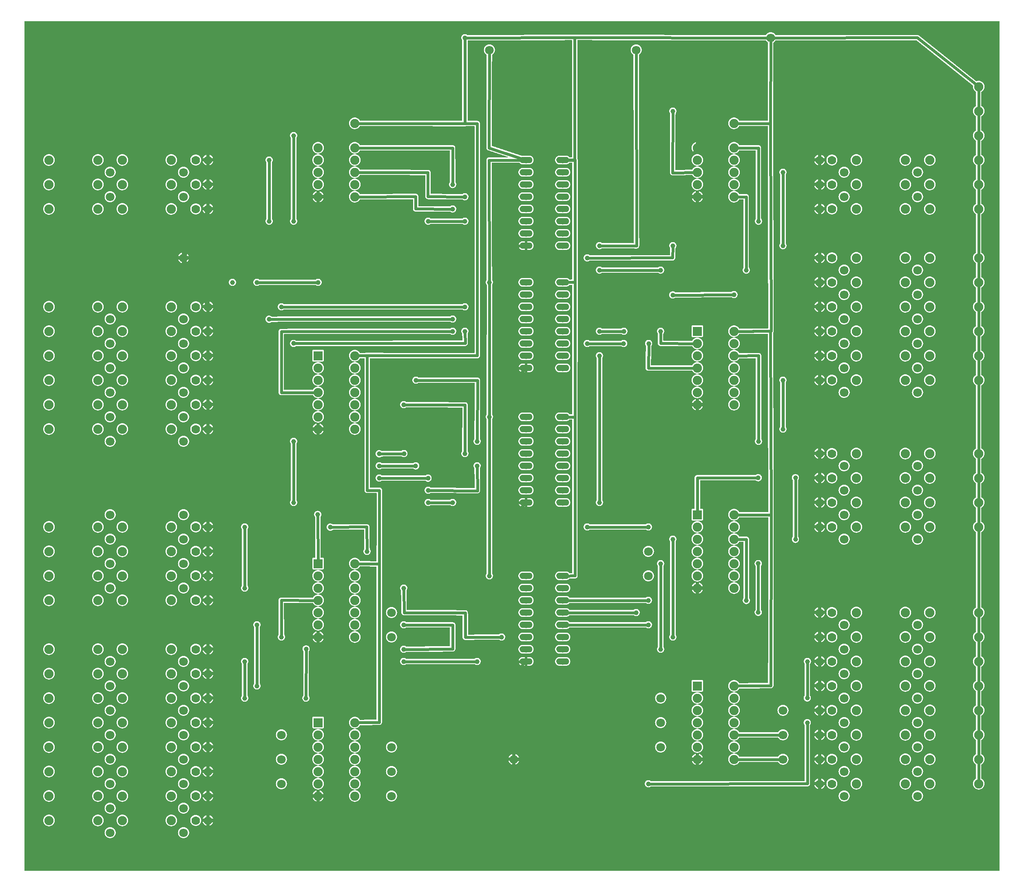
<source format=gbl>
G04 MADE WITH FRITZING*
G04 WWW.FRITZING.ORG*
G04 DOUBLE SIDED*
G04 HOLES PLATED*
G04 CONTOUR ON CENTER OF CONTOUR VECTOR*
%ASAXBY*%
%FSLAX23Y23*%
%MOIN*%
%OFA0B0*%
%SFA1.0B1.0*%
%ADD10C,0.075000*%
%ADD11C,0.052000*%
%ADD12C,0.070000*%
%ADD13C,0.070866*%
%ADD14C,0.039370*%
%ADD15R,0.075000X0.075000*%
%ADD16C,0.024000*%
%ADD17R,0.001000X0.001000*%
%LNCOPPER0*%
G90*
G70*
G54D10*
X77Y6930D03*
G54D11*
X4131Y2441D03*
X4131Y2341D03*
X4131Y2241D03*
X4131Y2141D03*
X4131Y2041D03*
X4131Y1941D03*
X4131Y1841D03*
X4131Y1741D03*
X4431Y1741D03*
X4431Y1841D03*
X4431Y1941D03*
X4431Y2041D03*
X4431Y2141D03*
X4431Y2241D03*
X4431Y2341D03*
X4431Y2441D03*
X4131Y3741D03*
X4131Y3641D03*
X4131Y3541D03*
X4131Y3441D03*
X4131Y3341D03*
X4131Y3241D03*
X4131Y3141D03*
X4131Y3041D03*
X4431Y3041D03*
X4431Y3141D03*
X4431Y3241D03*
X4431Y3341D03*
X4431Y3441D03*
X4431Y3541D03*
X4431Y3641D03*
X4431Y3741D03*
X4131Y4841D03*
X4131Y4741D03*
X4131Y4641D03*
X4131Y4541D03*
X4131Y4441D03*
X4131Y4341D03*
X4131Y4241D03*
X4131Y4141D03*
X4431Y4141D03*
X4431Y4241D03*
X4431Y4341D03*
X4431Y4441D03*
X4431Y4541D03*
X4431Y4641D03*
X4431Y4741D03*
X4431Y4841D03*
X4131Y5841D03*
X4131Y5741D03*
X4131Y5641D03*
X4131Y5541D03*
X4131Y5441D03*
X4131Y5341D03*
X4131Y5241D03*
X4131Y5141D03*
X4431Y5141D03*
X4431Y5241D03*
X4431Y5341D03*
X4431Y5441D03*
X4431Y5541D03*
X4431Y5641D03*
X4431Y5741D03*
X4431Y5841D03*
G54D10*
X2431Y2541D03*
X2731Y2541D03*
X2431Y2441D03*
X2731Y2441D03*
X2431Y2341D03*
X2731Y2341D03*
X2431Y2241D03*
X2731Y2241D03*
X2431Y2141D03*
X2731Y2141D03*
X2431Y2041D03*
X2731Y2041D03*
X2431Y1941D03*
X2731Y1941D03*
X5531Y1541D03*
X5831Y1541D03*
X5531Y1441D03*
X5831Y1441D03*
X5531Y1341D03*
X5831Y1341D03*
X5531Y1241D03*
X5831Y1241D03*
X5531Y1141D03*
X5831Y1141D03*
X5531Y1041D03*
X5831Y1041D03*
X5531Y941D03*
X5831Y941D03*
X5531Y2941D03*
X5831Y2941D03*
X5531Y2841D03*
X5831Y2841D03*
X5531Y2741D03*
X5831Y2741D03*
X5531Y2641D03*
X5831Y2641D03*
X5531Y2541D03*
X5831Y2541D03*
X5531Y2441D03*
X5831Y2441D03*
X5531Y2341D03*
X5831Y2341D03*
X5531Y4441D03*
X5831Y4441D03*
X5531Y4341D03*
X5831Y4341D03*
X5531Y4241D03*
X5831Y4241D03*
X5531Y4141D03*
X5831Y4141D03*
X5531Y4041D03*
X5831Y4041D03*
X5531Y3941D03*
X5831Y3941D03*
X5531Y3841D03*
X5831Y3841D03*
X5531Y6141D03*
X5831Y6141D03*
X5531Y6041D03*
X5831Y6041D03*
X5531Y5941D03*
X5831Y5941D03*
X5531Y5841D03*
X5831Y5841D03*
X5531Y5741D03*
X5831Y5741D03*
X5531Y5641D03*
X5831Y5641D03*
X5531Y5541D03*
X5831Y5541D03*
X2431Y1241D03*
X2731Y1241D03*
X2431Y1141D03*
X2731Y1141D03*
X2431Y1041D03*
X2731Y1041D03*
X2431Y941D03*
X2731Y941D03*
X2431Y841D03*
X2731Y841D03*
X2431Y741D03*
X2731Y741D03*
X2431Y641D03*
X2731Y641D03*
X2431Y4241D03*
X2731Y4241D03*
X2431Y4141D03*
X2731Y4141D03*
X2431Y4041D03*
X2731Y4041D03*
X2431Y3941D03*
X2731Y3941D03*
X2431Y3841D03*
X2731Y3841D03*
X2431Y3741D03*
X2731Y3741D03*
X2431Y3641D03*
X2731Y3641D03*
X2431Y6141D03*
X2731Y6141D03*
X2431Y6041D03*
X2731Y6041D03*
X2431Y5941D03*
X2731Y5941D03*
X2431Y5841D03*
X2731Y5841D03*
X2431Y5741D03*
X2731Y5741D03*
X2431Y5641D03*
X2731Y5641D03*
X2431Y5541D03*
X2731Y5541D03*
G54D12*
X6531Y6441D03*
X6631Y6441D03*
X6531Y6241D03*
X6631Y6241D03*
X6531Y6041D03*
X6631Y6041D03*
X6531Y5841D03*
X6631Y5841D03*
X6531Y5641D03*
X6631Y5641D03*
X6531Y5441D03*
X6631Y5441D03*
X6531Y5041D03*
X6631Y5041D03*
X6531Y4841D03*
X6631Y4841D03*
X6531Y4641D03*
X6631Y4641D03*
X6531Y4441D03*
X6631Y4441D03*
X6531Y4241D03*
X6631Y4241D03*
X6531Y4041D03*
X6631Y4041D03*
X6531Y741D03*
X6631Y741D03*
X6531Y941D03*
X6631Y941D03*
X6531Y1141D03*
X6631Y1141D03*
X6531Y1341D03*
X6631Y1341D03*
X6531Y1541D03*
X6631Y1541D03*
X6531Y1741D03*
X6631Y1741D03*
X6531Y1941D03*
X6631Y1941D03*
X6531Y2141D03*
X6631Y2141D03*
X6531Y2841D03*
X6631Y2841D03*
X6531Y3041D03*
X6631Y3041D03*
X6531Y3241D03*
X6631Y3241D03*
X6531Y3441D03*
X6631Y3441D03*
X1431Y6441D03*
X1531Y6441D03*
X1431Y6241D03*
X1531Y6241D03*
X1431Y3641D03*
X1531Y3641D03*
X1431Y6041D03*
X1531Y6041D03*
X1431Y5841D03*
X1531Y5841D03*
X1431Y5641D03*
X1531Y5641D03*
X1431Y5441D03*
X1531Y5441D03*
X1431Y4641D03*
X1531Y4641D03*
X1431Y4441D03*
X1531Y4441D03*
X1431Y4241D03*
X1531Y4241D03*
X1431Y4041D03*
X1531Y4041D03*
X1431Y3841D03*
X1531Y3841D03*
X1431Y2841D03*
X1531Y2841D03*
X1431Y2641D03*
X1531Y2641D03*
X1431Y2441D03*
X1531Y2441D03*
X1431Y2241D03*
X1531Y2241D03*
X1431Y1841D03*
X1531Y1841D03*
X1431Y1641D03*
X1531Y1641D03*
X1431Y1441D03*
X1531Y1441D03*
X1431Y1241D03*
X1531Y1241D03*
X1431Y1041D03*
X1531Y1041D03*
X1431Y841D03*
X1531Y841D03*
X1431Y641D03*
X1531Y641D03*
X1431Y441D03*
X1531Y441D03*
G54D10*
X831Y441D03*
X1231Y441D03*
X231Y441D03*
X631Y441D03*
X231Y641D03*
X631Y641D03*
X231Y841D03*
X631Y841D03*
X231Y1041D03*
X631Y1041D03*
X231Y1241D03*
X631Y1241D03*
X231Y1441D03*
X631Y1441D03*
X231Y1641D03*
X631Y1641D03*
X231Y1841D03*
X631Y1841D03*
X231Y2241D03*
X631Y2241D03*
X231Y2441D03*
X631Y2441D03*
X231Y2641D03*
X631Y2641D03*
X231Y2841D03*
X631Y2841D03*
X231Y3641D03*
X631Y3641D03*
X231Y3841D03*
X631Y3841D03*
X231Y4041D03*
X631Y4041D03*
X231Y4241D03*
X631Y4241D03*
X231Y4441D03*
X631Y4441D03*
X231Y4641D03*
X631Y4641D03*
X231Y5441D03*
X631Y5441D03*
X231Y5641D03*
X631Y5641D03*
X231Y5841D03*
X631Y5841D03*
X231Y6041D03*
X631Y6041D03*
X231Y6241D03*
X631Y6241D03*
X231Y6441D03*
X631Y6441D03*
X7431Y741D03*
X7831Y741D03*
X7431Y941D03*
X7831Y941D03*
X7431Y1141D03*
X7831Y1141D03*
X7431Y1341D03*
X7831Y1341D03*
X7431Y1541D03*
X7831Y1541D03*
X7431Y1741D03*
X7831Y1741D03*
X7431Y1941D03*
X7831Y1941D03*
X7431Y2141D03*
X7831Y2141D03*
X7431Y2841D03*
X7831Y2841D03*
X7431Y3041D03*
X7831Y3041D03*
X7431Y3241D03*
X7831Y3241D03*
X7431Y3441D03*
X7831Y3441D03*
X7431Y4041D03*
X7831Y4041D03*
X7431Y4241D03*
X7831Y4241D03*
X7431Y4441D03*
X7831Y4441D03*
X7431Y4641D03*
X7831Y4641D03*
X7431Y4841D03*
X7831Y4841D03*
X7431Y5041D03*
X7831Y5041D03*
X7431Y5441D03*
X7831Y5441D03*
X7431Y5641D03*
X7831Y5641D03*
X7431Y5841D03*
X7831Y5841D03*
X7431Y6041D03*
X7831Y6041D03*
X7431Y6241D03*
X7831Y6241D03*
X7431Y6441D03*
X7831Y6441D03*
X831Y641D03*
X1231Y641D03*
X831Y841D03*
X1231Y841D03*
X831Y1041D03*
X1231Y1041D03*
X831Y1241D03*
X1231Y1241D03*
X831Y1441D03*
X1231Y1441D03*
X831Y1641D03*
X1231Y1641D03*
X831Y1841D03*
X1231Y1841D03*
X831Y2241D03*
X1231Y2241D03*
X831Y2441D03*
X1231Y2441D03*
X831Y2641D03*
X1231Y2641D03*
X831Y2841D03*
X1231Y2841D03*
X831Y3641D03*
X1231Y3641D03*
X831Y3841D03*
X1231Y3841D03*
X831Y4041D03*
X1231Y4041D03*
X831Y4241D03*
X1231Y4241D03*
X831Y4441D03*
X1231Y4441D03*
X831Y4641D03*
X1231Y4641D03*
X831Y5441D03*
X1231Y5441D03*
X831Y5641D03*
X1231Y5641D03*
X831Y5841D03*
X1231Y5841D03*
X831Y6041D03*
X1231Y6041D03*
X831Y6241D03*
X1231Y6241D03*
X831Y6441D03*
X1231Y6441D03*
X6831Y741D03*
X7231Y741D03*
X6831Y941D03*
X7231Y941D03*
X6831Y1141D03*
X7231Y1141D03*
X6831Y1341D03*
X7231Y1341D03*
X6831Y1541D03*
X7231Y1541D03*
X6831Y1741D03*
X7231Y1741D03*
X6831Y1941D03*
X7231Y1941D03*
X6831Y2141D03*
X7231Y2141D03*
X6831Y2841D03*
X7231Y2841D03*
X6831Y3041D03*
X7231Y3041D03*
X6831Y3241D03*
X7231Y3241D03*
X6831Y3441D03*
X7231Y3441D03*
X6831Y4041D03*
X7231Y4041D03*
X6831Y4241D03*
X7231Y4241D03*
X6831Y4441D03*
X7231Y4441D03*
X6831Y4641D03*
X7231Y4641D03*
X6831Y4841D03*
X7231Y4841D03*
X6831Y5041D03*
X7231Y5041D03*
X6831Y5441D03*
X7231Y5441D03*
X6831Y5641D03*
X7231Y5641D03*
X6831Y5841D03*
X7231Y5841D03*
X6831Y6041D03*
X7231Y6041D03*
X6831Y6241D03*
X7231Y6241D03*
X6831Y6441D03*
X7231Y6441D03*
G54D13*
X3031Y1041D03*
X3031Y841D03*
X3031Y641D03*
X2131Y741D03*
X2131Y941D03*
X2131Y1141D03*
X3031Y1941D03*
X3031Y2141D03*
X5131Y2641D03*
X6231Y941D03*
X6231Y1141D03*
X6231Y1341D03*
X5231Y1041D03*
X5231Y1241D03*
X5231Y1441D03*
X5131Y2441D03*
X5031Y6741D03*
X3831Y6741D03*
X3431Y6741D03*
X1331Y341D03*
X1331Y541D03*
X1331Y741D03*
X1331Y941D03*
X1331Y1141D03*
X1331Y1341D03*
X1331Y1541D03*
X1331Y1741D03*
X1331Y2341D03*
X1331Y2541D03*
X1331Y2741D03*
X1331Y2941D03*
X1331Y3541D03*
X1331Y3741D03*
X1331Y3941D03*
X1331Y4141D03*
X1331Y4341D03*
X1331Y4541D03*
X1331Y5541D03*
X1331Y5741D03*
X1331Y5941D03*
X1331Y6141D03*
X1331Y6341D03*
X1331Y6541D03*
X6731Y641D03*
X6731Y841D03*
X6731Y1041D03*
X6731Y1241D03*
X6731Y1441D03*
X6731Y1641D03*
X6731Y1841D03*
X6731Y2041D03*
X6731Y2741D03*
X6731Y2941D03*
X6731Y3141D03*
X6731Y3341D03*
X6731Y3941D03*
X6731Y4141D03*
X6731Y4341D03*
X6731Y4541D03*
X6731Y4741D03*
X6731Y4941D03*
X6731Y5541D03*
X6731Y5741D03*
X6731Y5941D03*
X6731Y6141D03*
X6731Y6341D03*
X6731Y6541D03*
X1331Y5041D03*
X4031Y941D03*
X6131Y6841D03*
X731Y341D03*
X731Y541D03*
X731Y741D03*
X731Y941D03*
X731Y1141D03*
X731Y1341D03*
X731Y1541D03*
X731Y1741D03*
X731Y2341D03*
X731Y2541D03*
X731Y2741D03*
X731Y2941D03*
X731Y3541D03*
X731Y3741D03*
X731Y3941D03*
X731Y4141D03*
X731Y4341D03*
X731Y4541D03*
X731Y5541D03*
X731Y5741D03*
X731Y5941D03*
X731Y6141D03*
X731Y6341D03*
X731Y6541D03*
X7331Y641D03*
X7331Y841D03*
X7331Y1041D03*
X7331Y1241D03*
X7331Y1441D03*
X7331Y1641D03*
X7331Y1841D03*
X7331Y2041D03*
X7331Y2741D03*
X7331Y2941D03*
X7331Y3141D03*
X7331Y3341D03*
X7331Y3941D03*
X7331Y4141D03*
X7331Y4341D03*
X7331Y4541D03*
X7331Y4741D03*
X7331Y4941D03*
X7331Y5541D03*
X7331Y5741D03*
X7331Y5941D03*
X7331Y6141D03*
X7331Y6341D03*
X7331Y6541D03*
G54D14*
X5331Y6241D03*
X5231Y5941D03*
X6231Y5741D03*
X4631Y5041D03*
X6231Y5141D03*
X5331Y5141D03*
X5931Y4941D03*
X5231Y4941D03*
X4731Y4941D03*
X4731Y5141D03*
X5831Y4741D03*
X5330Y4738D03*
X5231Y4441D03*
X4931Y4441D03*
X5133Y4341D03*
X4731Y4441D03*
X4631Y4341D03*
X4929Y4341D03*
X6031Y5341D03*
X4731Y3041D03*
X4731Y4241D03*
X6231Y4041D03*
X6231Y3641D03*
X6031Y3541D03*
X6029Y2542D03*
X6029Y2143D03*
X5131Y2041D03*
X5932Y2241D03*
X6333Y2741D03*
X6029Y3244D03*
X6333Y3244D03*
X5331Y1941D03*
X5331Y2741D03*
X5231Y2541D03*
X5231Y1841D03*
X5131Y2241D03*
X5031Y2141D03*
X5131Y2841D03*
X4631Y2841D03*
X6431Y1741D03*
X6430Y1443D03*
X6430Y1241D03*
X5131Y741D03*
X3531Y5641D03*
X3531Y5441D03*
X3631Y5541D03*
X2231Y6041D03*
X2231Y5341D03*
X3331Y5341D03*
X3631Y5341D03*
X2131Y4641D03*
X2030Y4539D03*
X3531Y4541D03*
X3631Y4641D03*
X2031Y5841D03*
X2031Y5341D03*
X1731Y4841D03*
X2431Y4841D03*
X1931Y4841D03*
X2231Y4342D03*
X3631Y4441D03*
X3531Y4441D03*
X2231Y3541D03*
X3531Y3041D03*
X2231Y3041D03*
X3331Y3041D03*
X3731Y3341D03*
X3331Y3141D03*
X3131Y3841D03*
X3631Y3441D03*
X3731Y3541D03*
X3231Y4041D03*
X3631Y6841D03*
X1931Y2041D03*
X1931Y1541D03*
X2131Y1941D03*
X3131Y1741D03*
X3731Y1741D03*
X1831Y2341D03*
X2831Y2641D03*
X1831Y2841D03*
X2530Y2839D03*
X2428Y2943D03*
X3931Y1941D03*
X3131Y2341D03*
X1831Y1741D03*
X1831Y1441D03*
X2332Y1441D03*
X3131Y2041D03*
X3831Y3741D03*
X3831Y2441D03*
X3133Y3441D03*
X3229Y3341D03*
X3330Y3240D03*
X2931Y3439D03*
X2931Y3341D03*
X2931Y3241D03*
X5231Y6342D03*
X3131Y1841D03*
X2333Y1843D03*
X3831Y4841D03*
G54D15*
X2431Y2541D03*
X5531Y1541D03*
X5531Y2941D03*
X5531Y4441D03*
X5531Y6141D03*
X2431Y1241D03*
X2431Y4241D03*
X2431Y6141D03*
G54D16*
X1338Y5055D02*
X1524Y5428D01*
D02*
X1524Y4655D02*
X1338Y5027D01*
D02*
X4531Y5842D02*
X4531Y4843D01*
D02*
X4531Y4843D02*
X4447Y4842D01*
D02*
X4445Y5843D02*
X4531Y5842D01*
D02*
X4529Y5840D02*
X4529Y6844D01*
D02*
X4429Y5843D02*
X4529Y5840D01*
D02*
X4529Y6844D02*
X6115Y6841D01*
D02*
X4531Y4843D02*
X4531Y3741D01*
D02*
X4531Y3741D02*
X4447Y3741D01*
D02*
X4447Y4842D02*
X4531Y4843D01*
D02*
X4531Y3741D02*
X4531Y2442D01*
D02*
X4531Y2442D02*
X4447Y2441D01*
D02*
X4447Y3741D02*
X4531Y3741D01*
D02*
X4030Y1643D02*
X4119Y1730D01*
D02*
X4031Y957D02*
X4030Y1643D01*
D02*
X4034Y3042D02*
X4031Y4042D01*
D02*
X4031Y4042D02*
X4120Y4130D01*
D02*
X4115Y3041D02*
X4034Y3042D01*
D02*
X4030Y1740D02*
X4031Y2943D01*
D02*
X4031Y2943D02*
X4120Y3030D01*
D02*
X4115Y1741D02*
X4030Y1740D01*
D02*
X3631Y6139D02*
X2748Y6141D01*
D02*
X3631Y6833D02*
X3631Y6139D01*
D02*
X4529Y6844D02*
X3639Y6841D01*
D02*
X6115Y6841D02*
X4529Y6844D01*
D02*
X2932Y2539D02*
X2932Y1244D01*
D02*
X2932Y1244D02*
X2748Y1242D01*
D02*
X2748Y2541D02*
X2932Y2539D01*
D02*
X2932Y3141D02*
X2832Y3141D01*
D02*
X2832Y3141D02*
X2832Y4243D01*
D02*
X2932Y2539D02*
X2932Y3141D01*
D02*
X2832Y4243D02*
X2748Y4242D01*
D02*
X2748Y2541D02*
X2932Y2539D01*
D02*
X3732Y4242D02*
X3732Y6140D01*
D02*
X3732Y6140D02*
X2748Y6141D01*
D02*
X2832Y4243D02*
X3732Y4242D01*
D02*
X2748Y4242D02*
X2832Y4243D01*
D02*
X6129Y6140D02*
X5848Y6141D01*
D02*
X6131Y6826D02*
X6129Y6140D01*
D02*
X6129Y6140D02*
X6133Y4443D01*
D02*
X6133Y4443D02*
X5848Y4441D01*
D02*
X5848Y6141D02*
X6129Y6140D01*
D02*
X6129Y4442D02*
X6134Y2940D01*
D02*
X6134Y2940D02*
X5848Y2941D01*
D02*
X5831Y4441D02*
X6129Y4443D01*
D02*
X6132Y1544D02*
X5848Y1542D01*
D02*
X5831Y2941D02*
X6134Y2940D01*
D02*
X6134Y2940D02*
X6132Y1544D01*
D02*
X5431Y940D02*
X5513Y941D01*
D02*
X4031Y941D02*
X5431Y940D01*
D02*
X4030Y543D02*
X2432Y542D01*
D02*
X2432Y542D02*
X2431Y624D01*
D02*
X4030Y941D02*
X4030Y543D01*
D02*
X5431Y940D02*
X5431Y2340D01*
D02*
X5431Y2340D02*
X5513Y2341D01*
D02*
X5531Y941D02*
X5431Y940D01*
D02*
X5431Y3841D02*
X5031Y3841D01*
D02*
X5431Y2340D02*
X5431Y3841D01*
D02*
X5031Y3841D02*
X5513Y3841D01*
D02*
X5531Y2341D02*
X5431Y2340D01*
D02*
X5032Y3840D02*
X5032Y4842D01*
D02*
X5431Y4844D02*
X5431Y5541D01*
D02*
X5431Y5541D02*
X5513Y5541D01*
D02*
X5531Y3841D02*
X5032Y3840D01*
D02*
X5032Y4842D02*
X5431Y4844D01*
D02*
X2231Y1940D02*
X2415Y1939D01*
D02*
X2231Y1843D02*
X2231Y1940D01*
D02*
X2033Y641D02*
X2033Y1843D01*
D02*
X2033Y1843D02*
X2231Y1843D01*
D02*
X2413Y641D02*
X2033Y641D01*
D02*
X2231Y1940D02*
X2231Y1843D01*
D02*
X2231Y1843D02*
X2033Y1843D01*
D02*
X2033Y1843D02*
X2033Y3643D01*
D02*
X2033Y3643D02*
X2413Y3641D01*
D02*
X2433Y1939D02*
X2231Y1940D01*
D02*
X2033Y3643D02*
X2030Y4440D01*
D02*
X1832Y4440D02*
X1832Y5241D01*
D02*
X2030Y4440D02*
X1832Y4440D01*
D02*
X1832Y5241D02*
X2433Y5241D01*
D02*
X2431Y3641D02*
X2033Y3643D01*
D02*
X2433Y5241D02*
X2431Y5524D01*
D02*
X6531Y4056D02*
X6531Y4226D01*
D02*
X6531Y4256D02*
X6531Y4426D01*
D02*
X6531Y4456D02*
X6531Y4626D01*
D02*
X6531Y4656D02*
X6531Y4826D01*
D02*
X6531Y4856D02*
X6531Y5026D01*
D02*
X6531Y5056D02*
X6531Y5426D01*
D02*
X6531Y6256D02*
X6531Y6426D01*
D02*
X6531Y6056D02*
X6531Y6226D01*
D02*
X6531Y5856D02*
X6531Y6026D01*
D02*
X6531Y5656D02*
X6531Y5826D01*
D02*
X6531Y5456D02*
X6531Y5626D01*
D02*
X7329Y6842D02*
X7817Y6452D01*
D02*
X6147Y6841D02*
X7329Y6842D01*
D02*
X7831Y6424D02*
X7831Y6259D01*
D02*
X7831Y6224D02*
X7831Y6059D01*
D02*
X7831Y6024D02*
X7831Y5859D01*
D02*
X7831Y5824D02*
X7831Y5659D01*
D02*
X7831Y5624D02*
X7831Y5459D01*
D02*
X7831Y5424D02*
X7831Y5059D01*
D02*
X7831Y5024D02*
X7831Y4859D01*
D02*
X7831Y4824D02*
X7831Y4659D01*
D02*
X7831Y4624D02*
X7831Y4459D01*
D02*
X7831Y4424D02*
X7831Y4259D01*
D02*
X7831Y4224D02*
X7831Y4059D01*
D02*
X6531Y3456D02*
X6531Y4026D01*
D02*
X6531Y3256D02*
X6531Y3426D01*
D02*
X6531Y3056D02*
X6531Y3226D01*
D02*
X6531Y2856D02*
X6531Y3026D01*
D02*
X6531Y2156D02*
X6531Y2826D01*
D02*
X6531Y1956D02*
X6531Y2126D01*
D02*
X6531Y1756D02*
X6531Y1926D01*
D02*
X6531Y1556D02*
X6531Y1726D01*
D02*
X6531Y1356D02*
X6531Y1526D01*
D02*
X6531Y1156D02*
X6531Y1326D01*
D02*
X6531Y956D02*
X6531Y1126D01*
D02*
X6531Y756D02*
X6531Y926D01*
D02*
X6532Y540D02*
X6531Y726D01*
D02*
X4030Y543D02*
X6532Y540D01*
D02*
X4030Y941D02*
X4030Y543D01*
D02*
X7831Y3459D02*
X7831Y4024D01*
D02*
X7831Y3259D02*
X7831Y3424D01*
D02*
X7831Y3059D02*
X7831Y3224D01*
D02*
X7831Y2859D02*
X7831Y3024D01*
D02*
X7831Y2159D02*
X7831Y2824D01*
D02*
X7831Y1959D02*
X7831Y2124D01*
D02*
X7831Y1759D02*
X7831Y1924D01*
D02*
X7831Y1559D02*
X7831Y1724D01*
D02*
X7831Y1359D02*
X7831Y1524D01*
D02*
X7831Y1159D02*
X7831Y1324D01*
D02*
X7831Y959D02*
X7831Y1124D01*
D02*
X7831Y759D02*
X7831Y924D01*
D02*
X5329Y5738D02*
X5331Y6233D01*
D02*
X5513Y5741D02*
X5329Y5738D01*
D02*
X5329Y5042D02*
X5331Y5133D01*
D02*
X4639Y5041D02*
X5329Y5042D01*
D02*
X6231Y5149D02*
X6231Y5733D01*
D02*
X4739Y4941D02*
X5223Y4941D01*
D02*
X5034Y5140D02*
X4739Y5141D01*
D02*
X5031Y6726D02*
X5034Y5140D01*
D02*
X5931Y4949D02*
X5930Y5541D01*
D02*
X5930Y5541D02*
X5848Y5541D01*
D02*
X5338Y4738D02*
X5823Y4741D01*
D02*
X4739Y4441D02*
X4923Y4441D01*
D02*
X5231Y4433D02*
X5230Y4343D01*
D02*
X5230Y4343D02*
X5513Y4341D01*
D02*
X5130Y4141D02*
X5513Y4141D01*
D02*
X4639Y4341D02*
X4921Y4341D01*
D02*
X5133Y4333D02*
X5130Y4141D01*
D02*
X6031Y5349D02*
X6030Y5941D01*
D02*
X6030Y5941D02*
X5848Y5941D01*
D02*
X4731Y3049D02*
X4731Y4233D01*
D02*
X6231Y3649D02*
X6231Y4033D01*
D02*
X6031Y3549D02*
X6031Y4242D01*
D02*
X6031Y4242D02*
X5848Y4241D01*
D02*
X5932Y2248D02*
X5932Y2741D01*
D02*
X5932Y2741D02*
X5848Y2741D01*
D02*
X6029Y2151D02*
X6029Y2534D01*
D02*
X4447Y2041D02*
X5123Y2041D01*
D02*
X5531Y3244D02*
X6021Y3244D01*
D02*
X6333Y3236D02*
X6333Y2749D01*
D02*
X5531Y2959D02*
X5531Y3244D01*
D02*
X5331Y2733D02*
X5331Y1949D01*
D02*
X5231Y2533D02*
X5231Y1849D01*
D02*
X4447Y2141D02*
X5023Y2141D01*
D02*
X4447Y2241D02*
X5123Y2241D01*
D02*
X4639Y2841D02*
X5123Y2841D01*
D02*
X6431Y1734D02*
X6430Y1451D01*
D02*
X5139Y741D02*
X6431Y742D01*
D02*
X6431Y742D02*
X6430Y1233D01*
D02*
X6215Y1141D02*
X5848Y1141D01*
D02*
X6215Y941D02*
X5848Y941D01*
D02*
X1531Y6256D02*
X1531Y6426D01*
D02*
X1531Y6056D02*
X1531Y6226D01*
D02*
X1531Y5856D02*
X1531Y6026D01*
D02*
X1531Y5656D02*
X1531Y5826D01*
D02*
X1531Y5456D02*
X1531Y5626D01*
D02*
X1531Y4456D02*
X1531Y4626D01*
D02*
X1531Y4256D02*
X1531Y4426D01*
D02*
X1531Y4056D02*
X1531Y4226D01*
D02*
X1531Y3856D02*
X1531Y4026D01*
D02*
X1531Y3656D02*
X1531Y3826D01*
D02*
X1531Y2856D02*
X1531Y3626D01*
D02*
X1531Y2656D02*
X1531Y2826D01*
D02*
X1531Y2456D02*
X1531Y2626D01*
D02*
X1531Y2256D02*
X1531Y2426D01*
D02*
X1531Y1856D02*
X1531Y2226D01*
D02*
X1531Y1656D02*
X1531Y1826D01*
D02*
X1531Y1456D02*
X1531Y1626D01*
D02*
X1531Y1256D02*
X1531Y1426D01*
D02*
X1531Y1056D02*
X1531Y1226D01*
D02*
X1531Y856D02*
X1531Y1026D01*
D02*
X1531Y656D02*
X1531Y826D01*
D02*
X2432Y441D02*
X1546Y441D01*
D02*
X4030Y543D02*
X2432Y542D01*
D02*
X2432Y542D02*
X2432Y441D01*
D02*
X4031Y926D02*
X4030Y543D01*
D02*
X3831Y3733D02*
X3831Y2449D01*
D02*
X3831Y6726D02*
X3829Y5941D01*
D02*
X3829Y5941D02*
X4116Y5846D01*
D02*
X3531Y5941D02*
X2748Y5941D01*
D02*
X3531Y5649D02*
X3531Y5941D01*
D02*
X3228Y5443D02*
X3228Y5544D01*
D02*
X3228Y5544D02*
X2748Y5541D01*
D02*
X3523Y5441D02*
X3228Y5443D01*
D02*
X3329Y5544D02*
X3329Y5739D01*
D02*
X3329Y5739D02*
X2748Y5741D01*
D02*
X3623Y5541D02*
X3329Y5544D01*
D02*
X2231Y5349D02*
X2231Y6033D01*
D02*
X3623Y5341D02*
X3339Y5341D01*
D02*
X3623Y4641D02*
X2139Y4641D01*
D02*
X3523Y4541D02*
X2531Y4541D01*
D02*
X2531Y4541D02*
X2038Y4539D01*
D02*
X2031Y5349D02*
X2031Y5833D01*
D02*
X2423Y4841D02*
X1939Y4841D01*
D02*
X3633Y4343D02*
X2239Y4342D01*
D02*
X3631Y4433D02*
X3633Y4343D01*
D02*
X3523Y4441D02*
X2130Y4440D01*
D02*
X2130Y4440D02*
X2130Y3941D01*
D02*
X2130Y3941D02*
X2413Y3941D01*
D02*
X2231Y3049D02*
X2231Y3533D01*
D02*
X3523Y3041D02*
X3339Y3041D01*
D02*
X3733Y3138D02*
X3339Y3141D01*
D02*
X3731Y3333D02*
X3733Y3138D01*
D02*
X3631Y3449D02*
X3632Y3839D01*
D02*
X3632Y3839D02*
X3139Y3841D01*
D02*
X3733Y4041D02*
X3239Y4041D01*
D02*
X3731Y3549D02*
X3733Y4041D01*
D02*
X1931Y1549D02*
X1931Y2033D01*
D02*
X3723Y1741D02*
X3139Y1741D01*
D02*
X2831Y2649D02*
X2829Y2842D01*
D02*
X2829Y2842D02*
X2538Y2839D01*
D02*
X1831Y2833D02*
X1831Y2349D01*
D02*
X2431Y2559D02*
X2428Y2935D01*
D02*
X3634Y1939D02*
X3634Y2139D01*
D02*
X3634Y2139D02*
X3134Y2141D01*
D02*
X3923Y1941D02*
X3634Y1939D01*
D02*
X3134Y2141D02*
X3131Y2333D01*
D02*
X2130Y2242D02*
X2413Y2241D01*
D02*
X2131Y1949D02*
X2130Y2242D01*
D02*
X1831Y1449D02*
X1831Y1733D01*
D02*
X3531Y1844D02*
X3139Y1841D01*
D02*
X2333Y1836D02*
X2332Y1449D01*
D02*
X3531Y2040D02*
X3531Y1844D01*
D02*
X3139Y2041D02*
X3531Y2040D01*
D02*
X3125Y3441D02*
X2938Y3439D01*
D02*
X3221Y3341D02*
X2939Y3341D01*
D02*
X3322Y3240D02*
X2939Y3241D01*
D02*
X5231Y5949D02*
X5231Y6334D01*
D02*
X4031Y4141D02*
X4031Y5140D01*
D02*
X4031Y5140D02*
X4115Y5141D01*
D02*
X4115Y4141D02*
X4031Y4141D01*
D02*
X3832Y4843D02*
X3832Y4843D01*
D02*
X4115Y5841D02*
X3829Y5841D01*
D02*
X3829Y5841D02*
X3831Y4849D01*
D02*
X3831Y3749D02*
X3832Y4843D01*
G54D17*
X32Y6977D02*
X8000Y6977D01*
X31Y6976D02*
X8001Y6976D01*
X31Y6975D02*
X8001Y6975D01*
X31Y6974D02*
X8001Y6974D01*
X31Y6973D02*
X8001Y6973D01*
X31Y6972D02*
X8001Y6972D01*
X31Y6971D02*
X8001Y6971D01*
X31Y6970D02*
X8001Y6970D01*
X31Y6969D02*
X8001Y6969D01*
X31Y6968D02*
X8001Y6968D01*
X31Y6967D02*
X8001Y6967D01*
X31Y6966D02*
X8001Y6966D01*
X31Y6965D02*
X8001Y6965D01*
X31Y6964D02*
X8001Y6964D01*
X31Y6963D02*
X8001Y6963D01*
X31Y6962D02*
X8001Y6962D01*
X31Y6961D02*
X8001Y6961D01*
X31Y6960D02*
X8001Y6960D01*
X31Y6959D02*
X8001Y6959D01*
X31Y6958D02*
X8001Y6958D01*
X31Y6957D02*
X8001Y6957D01*
X31Y6956D02*
X8001Y6956D01*
X31Y6955D02*
X8001Y6955D01*
X31Y6954D02*
X8001Y6954D01*
X31Y6953D02*
X8001Y6953D01*
X31Y6952D02*
X8001Y6952D01*
X31Y6951D02*
X8001Y6951D01*
X31Y6950D02*
X8001Y6950D01*
X31Y6949D02*
X8001Y6949D01*
X31Y6948D02*
X8001Y6948D01*
X31Y6947D02*
X8001Y6947D01*
X31Y6946D02*
X8001Y6946D01*
X31Y6945D02*
X8001Y6945D01*
X31Y6944D02*
X8001Y6944D01*
X31Y6943D02*
X8001Y6943D01*
X31Y6942D02*
X8001Y6942D01*
X31Y6941D02*
X8001Y6941D01*
X31Y6940D02*
X8001Y6940D01*
X31Y6939D02*
X8001Y6939D01*
X31Y6938D02*
X8001Y6938D01*
X31Y6937D02*
X8001Y6937D01*
X31Y6936D02*
X8001Y6936D01*
X31Y6935D02*
X8001Y6935D01*
X31Y6934D02*
X8001Y6934D01*
X31Y6933D02*
X8001Y6933D01*
X31Y6932D02*
X8001Y6932D01*
X31Y6931D02*
X8001Y6931D01*
X31Y6930D02*
X8001Y6930D01*
X31Y6929D02*
X8001Y6929D01*
X31Y6928D02*
X8001Y6928D01*
X31Y6927D02*
X8001Y6927D01*
X31Y6926D02*
X8001Y6926D01*
X31Y6925D02*
X8001Y6925D01*
X31Y6924D02*
X8001Y6924D01*
X31Y6923D02*
X8001Y6923D01*
X31Y6922D02*
X8001Y6922D01*
X31Y6921D02*
X8001Y6921D01*
X31Y6920D02*
X8001Y6920D01*
X31Y6919D02*
X8001Y6919D01*
X31Y6918D02*
X8001Y6918D01*
X31Y6917D02*
X8001Y6917D01*
X31Y6916D02*
X8001Y6916D01*
X31Y6915D02*
X8001Y6915D01*
X31Y6914D02*
X8001Y6914D01*
X31Y6913D02*
X8001Y6913D01*
X31Y6912D02*
X8001Y6912D01*
X31Y6911D02*
X8001Y6911D01*
X31Y6910D02*
X8001Y6910D01*
X31Y6909D02*
X8001Y6909D01*
X31Y6908D02*
X8001Y6908D01*
X31Y6907D02*
X8001Y6907D01*
X31Y6906D02*
X8001Y6906D01*
X31Y6905D02*
X8001Y6905D01*
X31Y6904D02*
X8001Y6904D01*
X31Y6903D02*
X8001Y6903D01*
X31Y6902D02*
X8001Y6902D01*
X31Y6901D02*
X8001Y6901D01*
X31Y6900D02*
X8001Y6900D01*
X31Y6899D02*
X8001Y6899D01*
X31Y6898D02*
X8001Y6898D01*
X31Y6897D02*
X8001Y6897D01*
X31Y6896D02*
X8001Y6896D01*
X31Y6895D02*
X8001Y6895D01*
X31Y6894D02*
X8001Y6894D01*
X31Y6893D02*
X8001Y6893D01*
X31Y6892D02*
X8001Y6892D01*
X31Y6891D02*
X8001Y6891D01*
X31Y6890D02*
X8001Y6890D01*
X31Y6889D02*
X8001Y6889D01*
X31Y6888D02*
X8001Y6888D01*
X31Y6887D02*
X8001Y6887D01*
X31Y6886D02*
X6122Y6886D01*
X6140Y6886D02*
X8001Y6886D01*
X31Y6885D02*
X6119Y6885D01*
X6143Y6885D02*
X8001Y6885D01*
X31Y6884D02*
X6115Y6884D01*
X6147Y6884D02*
X8001Y6884D01*
X31Y6883D02*
X6113Y6883D01*
X6149Y6883D02*
X8001Y6883D01*
X31Y6882D02*
X6111Y6882D01*
X6151Y6882D02*
X8001Y6882D01*
X31Y6881D02*
X6109Y6881D01*
X6153Y6881D02*
X8001Y6881D01*
X31Y6880D02*
X6107Y6880D01*
X6155Y6880D02*
X8001Y6880D01*
X31Y6879D02*
X6105Y6879D01*
X6157Y6879D02*
X8001Y6879D01*
X31Y6878D02*
X6104Y6878D01*
X6158Y6878D02*
X8001Y6878D01*
X31Y6877D02*
X6103Y6877D01*
X6160Y6877D02*
X8001Y6877D01*
X31Y6876D02*
X6101Y6876D01*
X6161Y6876D02*
X8001Y6876D01*
X31Y6875D02*
X6100Y6875D01*
X6162Y6875D02*
X8001Y6875D01*
X31Y6874D02*
X6099Y6874D01*
X6163Y6874D02*
X8001Y6874D01*
X31Y6873D02*
X6098Y6873D01*
X6164Y6873D02*
X8001Y6873D01*
X31Y6872D02*
X6097Y6872D01*
X6165Y6872D02*
X8001Y6872D01*
X31Y6871D02*
X3629Y6871D01*
X3634Y6871D02*
X6096Y6871D01*
X6166Y6871D02*
X8001Y6871D01*
X31Y6870D02*
X3623Y6870D01*
X3639Y6870D02*
X6095Y6870D01*
X6167Y6870D02*
X8001Y6870D01*
X31Y6869D02*
X3620Y6869D01*
X3642Y6869D02*
X6095Y6869D01*
X6167Y6869D02*
X8001Y6869D01*
X31Y6868D02*
X3618Y6868D01*
X3645Y6868D02*
X6094Y6868D01*
X6168Y6868D02*
X8001Y6868D01*
X31Y6867D02*
X3616Y6867D01*
X3646Y6867D02*
X6093Y6867D01*
X6169Y6867D02*
X8001Y6867D01*
X31Y6866D02*
X3614Y6866D01*
X3648Y6866D02*
X4437Y6866D01*
X4690Y6866D02*
X6093Y6866D01*
X6170Y6866D02*
X8001Y6866D01*
X31Y6865D02*
X3613Y6865D01*
X3650Y6865D02*
X4113Y6865D01*
X5261Y6865D02*
X6092Y6865D01*
X6170Y6865D02*
X8001Y6865D01*
X31Y6864D02*
X3612Y6864D01*
X3651Y6864D02*
X3788Y6864D01*
X5831Y6864D02*
X6091Y6864D01*
X6171Y6864D02*
X6722Y6864D01*
X7334Y6864D02*
X8001Y6864D01*
X31Y6863D02*
X3610Y6863D01*
X7337Y6863D02*
X8001Y6863D01*
X31Y6862D02*
X3609Y6862D01*
X7340Y6862D02*
X8001Y6862D01*
X31Y6861D02*
X3608Y6861D01*
X7342Y6861D02*
X8001Y6861D01*
X31Y6860D02*
X3608Y6860D01*
X7343Y6860D02*
X8001Y6860D01*
X31Y6859D02*
X3607Y6859D01*
X7344Y6859D02*
X8001Y6859D01*
X31Y6858D02*
X3606Y6858D01*
X7345Y6858D02*
X8001Y6858D01*
X31Y6857D02*
X3606Y6857D01*
X7347Y6857D02*
X8001Y6857D01*
X31Y6856D02*
X3605Y6856D01*
X7348Y6856D02*
X8001Y6856D01*
X31Y6855D02*
X3604Y6855D01*
X7349Y6855D02*
X8001Y6855D01*
X31Y6854D02*
X3604Y6854D01*
X7350Y6854D02*
X8001Y6854D01*
X31Y6853D02*
X3603Y6853D01*
X7352Y6853D02*
X8001Y6853D01*
X31Y6852D02*
X3603Y6852D01*
X7353Y6852D02*
X8001Y6852D01*
X31Y6851D02*
X3603Y6851D01*
X7354Y6851D02*
X8001Y6851D01*
X31Y6850D02*
X3602Y6850D01*
X7355Y6850D02*
X8001Y6850D01*
X31Y6849D02*
X3602Y6849D01*
X7357Y6849D02*
X8001Y6849D01*
X31Y6848D02*
X3602Y6848D01*
X7358Y6848D02*
X8001Y6848D01*
X31Y6847D02*
X3602Y6847D01*
X7359Y6847D02*
X8001Y6847D01*
X31Y6846D02*
X3601Y6846D01*
X7360Y6846D02*
X8001Y6846D01*
X31Y6845D02*
X3601Y6845D01*
X7362Y6845D02*
X8001Y6845D01*
X31Y6844D02*
X3601Y6844D01*
X7363Y6844D02*
X8001Y6844D01*
X31Y6843D02*
X3601Y6843D01*
X7364Y6843D02*
X8001Y6843D01*
X31Y6842D02*
X3601Y6842D01*
X7365Y6842D02*
X8001Y6842D01*
X31Y6841D02*
X3601Y6841D01*
X7367Y6841D02*
X8001Y6841D01*
X31Y6840D02*
X3601Y6840D01*
X7368Y6840D02*
X8001Y6840D01*
X31Y6839D02*
X3601Y6839D01*
X7369Y6839D02*
X8001Y6839D01*
X31Y6838D02*
X3601Y6838D01*
X7370Y6838D02*
X8001Y6838D01*
X31Y6837D02*
X3601Y6837D01*
X7372Y6837D02*
X8001Y6837D01*
X31Y6836D02*
X3602Y6836D01*
X7373Y6836D02*
X8001Y6836D01*
X31Y6835D02*
X3602Y6835D01*
X7374Y6835D02*
X8001Y6835D01*
X31Y6834D02*
X3602Y6834D01*
X7375Y6834D02*
X8001Y6834D01*
X31Y6833D02*
X3602Y6833D01*
X7377Y6833D02*
X8001Y6833D01*
X31Y6832D02*
X3603Y6832D01*
X7378Y6832D02*
X8001Y6832D01*
X31Y6831D02*
X3603Y6831D01*
X7379Y6831D02*
X8001Y6831D01*
X31Y6830D02*
X3603Y6830D01*
X7380Y6830D02*
X8001Y6830D01*
X31Y6829D02*
X3604Y6829D01*
X7382Y6829D02*
X8001Y6829D01*
X31Y6828D02*
X3604Y6828D01*
X7383Y6828D02*
X8001Y6828D01*
X31Y6827D02*
X3605Y6827D01*
X7384Y6827D02*
X8001Y6827D01*
X31Y6826D02*
X3605Y6826D01*
X7385Y6826D02*
X8001Y6826D01*
X31Y6825D02*
X3606Y6825D01*
X7387Y6825D02*
X8001Y6825D01*
X31Y6824D02*
X3607Y6824D01*
X7388Y6824D02*
X8001Y6824D01*
X31Y6823D02*
X3608Y6823D01*
X7389Y6823D02*
X8001Y6823D01*
X31Y6822D02*
X3608Y6822D01*
X4447Y6822D02*
X4505Y6822D01*
X4553Y6822D02*
X4672Y6822D01*
X7390Y6822D02*
X8001Y6822D01*
X31Y6821D02*
X3609Y6821D01*
X4120Y6821D02*
X4506Y6821D01*
X4552Y6821D02*
X5244Y6821D01*
X7392Y6821D02*
X8001Y6821D01*
X31Y6820D02*
X3609Y6820D01*
X3793Y6820D02*
X4507Y6820D01*
X4552Y6820D02*
X5816Y6820D01*
X6742Y6820D02*
X7322Y6820D01*
X7393Y6820D02*
X8001Y6820D01*
X31Y6819D02*
X3609Y6819D01*
X3655Y6819D02*
X4507Y6819D01*
X4552Y6819D02*
X6091Y6819D01*
X6171Y6819D02*
X7323Y6819D01*
X7394Y6819D02*
X8001Y6819D01*
X31Y6818D02*
X3609Y6818D01*
X3654Y6818D02*
X4507Y6818D01*
X4552Y6818D02*
X6092Y6818D01*
X6170Y6818D02*
X7324Y6818D01*
X7395Y6818D02*
X8001Y6818D01*
X31Y6817D02*
X3609Y6817D01*
X3654Y6817D02*
X4507Y6817D01*
X4552Y6817D02*
X6092Y6817D01*
X6170Y6817D02*
X7325Y6817D01*
X7397Y6817D02*
X8001Y6817D01*
X31Y6816D02*
X3609Y6816D01*
X3654Y6816D02*
X4507Y6816D01*
X4552Y6816D02*
X6093Y6816D01*
X6169Y6816D02*
X7327Y6816D01*
X7398Y6816D02*
X8001Y6816D01*
X31Y6815D02*
X3609Y6815D01*
X3654Y6815D02*
X4507Y6815D01*
X4552Y6815D02*
X6094Y6815D01*
X6168Y6815D02*
X7328Y6815D01*
X7399Y6815D02*
X8001Y6815D01*
X31Y6814D02*
X3609Y6814D01*
X3654Y6814D02*
X4507Y6814D01*
X4552Y6814D02*
X6095Y6814D01*
X6167Y6814D02*
X7329Y6814D01*
X7400Y6814D02*
X8001Y6814D01*
X31Y6813D02*
X3609Y6813D01*
X3654Y6813D02*
X4507Y6813D01*
X4552Y6813D02*
X6096Y6813D01*
X6167Y6813D02*
X7330Y6813D01*
X7402Y6813D02*
X8001Y6813D01*
X31Y6812D02*
X3609Y6812D01*
X3654Y6812D02*
X4507Y6812D01*
X4552Y6812D02*
X6096Y6812D01*
X6166Y6812D02*
X7332Y6812D01*
X7403Y6812D02*
X8001Y6812D01*
X31Y6811D02*
X3609Y6811D01*
X3654Y6811D02*
X4507Y6811D01*
X4552Y6811D02*
X6097Y6811D01*
X6165Y6811D02*
X7333Y6811D01*
X7404Y6811D02*
X8001Y6811D01*
X31Y6810D02*
X3609Y6810D01*
X3654Y6810D02*
X4507Y6810D01*
X4552Y6810D02*
X6098Y6810D01*
X6164Y6810D02*
X7334Y6810D01*
X7405Y6810D02*
X8001Y6810D01*
X31Y6809D02*
X3609Y6809D01*
X3654Y6809D02*
X4507Y6809D01*
X4552Y6809D02*
X6099Y6809D01*
X6163Y6809D02*
X7335Y6809D01*
X7407Y6809D02*
X8001Y6809D01*
X31Y6808D02*
X3609Y6808D01*
X3654Y6808D02*
X4507Y6808D01*
X4552Y6808D02*
X6100Y6808D01*
X6162Y6808D02*
X7337Y6808D01*
X7408Y6808D02*
X8001Y6808D01*
X31Y6807D02*
X3609Y6807D01*
X3654Y6807D02*
X4507Y6807D01*
X4552Y6807D02*
X6101Y6807D01*
X6161Y6807D02*
X7338Y6807D01*
X7409Y6807D02*
X8001Y6807D01*
X31Y6806D02*
X3609Y6806D01*
X3654Y6806D02*
X4507Y6806D01*
X4552Y6806D02*
X6103Y6806D01*
X6160Y6806D02*
X7339Y6806D01*
X7410Y6806D02*
X8001Y6806D01*
X31Y6805D02*
X3609Y6805D01*
X3654Y6805D02*
X4507Y6805D01*
X4552Y6805D02*
X6104Y6805D01*
X6158Y6805D02*
X7340Y6805D01*
X7412Y6805D02*
X8001Y6805D01*
X31Y6804D02*
X3609Y6804D01*
X3654Y6804D02*
X4507Y6804D01*
X4552Y6804D02*
X6105Y6804D01*
X6157Y6804D02*
X7342Y6804D01*
X7413Y6804D02*
X8001Y6804D01*
X31Y6803D02*
X3609Y6803D01*
X3654Y6803D02*
X4507Y6803D01*
X4552Y6803D02*
X6107Y6803D01*
X6155Y6803D02*
X7343Y6803D01*
X7414Y6803D02*
X8001Y6803D01*
X31Y6802D02*
X3609Y6802D01*
X3654Y6802D02*
X4507Y6802D01*
X4552Y6802D02*
X6108Y6802D01*
X6154Y6802D02*
X7344Y6802D01*
X7415Y6802D02*
X8001Y6802D01*
X31Y6801D02*
X3609Y6801D01*
X3654Y6801D02*
X4507Y6801D01*
X4552Y6801D02*
X6108Y6801D01*
X6154Y6801D02*
X7345Y6801D01*
X7417Y6801D02*
X8001Y6801D01*
X31Y6800D02*
X3609Y6800D01*
X3654Y6800D02*
X4507Y6800D01*
X4552Y6800D02*
X6108Y6800D01*
X6153Y6800D02*
X7347Y6800D01*
X7418Y6800D02*
X8001Y6800D01*
X31Y6799D02*
X3609Y6799D01*
X3654Y6799D02*
X4507Y6799D01*
X4552Y6799D02*
X6108Y6799D01*
X6153Y6799D02*
X7348Y6799D01*
X7419Y6799D02*
X8001Y6799D01*
X31Y6798D02*
X3609Y6798D01*
X3654Y6798D02*
X4507Y6798D01*
X4552Y6798D02*
X6108Y6798D01*
X6153Y6798D02*
X7349Y6798D01*
X7420Y6798D02*
X8001Y6798D01*
X31Y6797D02*
X3609Y6797D01*
X3654Y6797D02*
X4507Y6797D01*
X4552Y6797D02*
X6108Y6797D01*
X6153Y6797D02*
X7350Y6797D01*
X7422Y6797D02*
X8001Y6797D01*
X31Y6796D02*
X3609Y6796D01*
X3654Y6796D02*
X4507Y6796D01*
X4552Y6796D02*
X6108Y6796D01*
X6153Y6796D02*
X7352Y6796D01*
X7423Y6796D02*
X8001Y6796D01*
X31Y6795D02*
X3609Y6795D01*
X3654Y6795D02*
X4507Y6795D01*
X4552Y6795D02*
X6108Y6795D01*
X6153Y6795D02*
X7353Y6795D01*
X7424Y6795D02*
X8001Y6795D01*
X31Y6794D02*
X3609Y6794D01*
X3654Y6794D02*
X4507Y6794D01*
X4552Y6794D02*
X6108Y6794D01*
X6153Y6794D02*
X7354Y6794D01*
X7425Y6794D02*
X8001Y6794D01*
X31Y6793D02*
X3609Y6793D01*
X3654Y6793D02*
X4507Y6793D01*
X4552Y6793D02*
X6108Y6793D01*
X6153Y6793D02*
X7355Y6793D01*
X7427Y6793D02*
X8001Y6793D01*
X31Y6792D02*
X3609Y6792D01*
X3654Y6792D02*
X4507Y6792D01*
X4552Y6792D02*
X6108Y6792D01*
X6153Y6792D02*
X7357Y6792D01*
X7428Y6792D02*
X8001Y6792D01*
X31Y6791D02*
X3609Y6791D01*
X3654Y6791D02*
X4507Y6791D01*
X4552Y6791D02*
X6108Y6791D01*
X6153Y6791D02*
X7358Y6791D01*
X7429Y6791D02*
X8001Y6791D01*
X31Y6790D02*
X3609Y6790D01*
X3654Y6790D02*
X4507Y6790D01*
X4552Y6790D02*
X6108Y6790D01*
X6153Y6790D02*
X7359Y6790D01*
X7431Y6790D02*
X8001Y6790D01*
X31Y6789D02*
X3609Y6789D01*
X3654Y6789D02*
X4507Y6789D01*
X4552Y6789D02*
X6108Y6789D01*
X6153Y6789D02*
X7360Y6789D01*
X7432Y6789D02*
X8001Y6789D01*
X31Y6788D02*
X3609Y6788D01*
X3654Y6788D02*
X4507Y6788D01*
X4552Y6788D02*
X6108Y6788D01*
X6153Y6788D02*
X7362Y6788D01*
X7433Y6788D02*
X8001Y6788D01*
X31Y6787D02*
X3609Y6787D01*
X3654Y6787D02*
X4507Y6787D01*
X4552Y6787D02*
X6108Y6787D01*
X6153Y6787D02*
X7363Y6787D01*
X7434Y6787D02*
X8001Y6787D01*
X31Y6786D02*
X3609Y6786D01*
X3654Y6786D02*
X3822Y6786D01*
X3840Y6786D02*
X4507Y6786D01*
X4552Y6786D02*
X5022Y6786D01*
X5040Y6786D02*
X6108Y6786D01*
X6153Y6786D02*
X7364Y6786D01*
X7436Y6786D02*
X8001Y6786D01*
X31Y6785D02*
X3609Y6785D01*
X3654Y6785D02*
X3819Y6785D01*
X3844Y6785D02*
X4507Y6785D01*
X4552Y6785D02*
X5019Y6785D01*
X5044Y6785D02*
X6108Y6785D01*
X6153Y6785D02*
X7365Y6785D01*
X7437Y6785D02*
X8001Y6785D01*
X31Y6784D02*
X3609Y6784D01*
X3654Y6784D02*
X3816Y6784D01*
X3847Y6784D02*
X4507Y6784D01*
X4552Y6784D02*
X5016Y6784D01*
X5047Y6784D02*
X6108Y6784D01*
X6153Y6784D02*
X7367Y6784D01*
X7438Y6784D02*
X8001Y6784D01*
X31Y6783D02*
X3609Y6783D01*
X3654Y6783D02*
X3813Y6783D01*
X3850Y6783D02*
X4507Y6783D01*
X4552Y6783D02*
X5013Y6783D01*
X5050Y6783D02*
X6108Y6783D01*
X6153Y6783D02*
X7368Y6783D01*
X7439Y6783D02*
X8001Y6783D01*
X31Y6782D02*
X3609Y6782D01*
X3654Y6782D02*
X3811Y6782D01*
X3851Y6782D02*
X4507Y6782D01*
X4552Y6782D02*
X5011Y6782D01*
X5051Y6782D02*
X6108Y6782D01*
X6153Y6782D02*
X7369Y6782D01*
X7441Y6782D02*
X8001Y6782D01*
X31Y6781D02*
X3609Y6781D01*
X3654Y6781D02*
X3809Y6781D01*
X3853Y6781D02*
X4507Y6781D01*
X4552Y6781D02*
X5009Y6781D01*
X5053Y6781D02*
X6108Y6781D01*
X6153Y6781D02*
X7370Y6781D01*
X7442Y6781D02*
X8001Y6781D01*
X31Y6780D02*
X3609Y6780D01*
X3654Y6780D02*
X3807Y6780D01*
X3855Y6780D02*
X4507Y6780D01*
X4552Y6780D02*
X5007Y6780D01*
X5055Y6780D02*
X6108Y6780D01*
X6153Y6780D02*
X7372Y6780D01*
X7443Y6780D02*
X8001Y6780D01*
X31Y6779D02*
X3609Y6779D01*
X3654Y6779D02*
X3805Y6779D01*
X3857Y6779D02*
X4507Y6779D01*
X4552Y6779D02*
X5005Y6779D01*
X5057Y6779D02*
X6108Y6779D01*
X6153Y6779D02*
X7373Y6779D01*
X7444Y6779D02*
X8001Y6779D01*
X31Y6778D02*
X3609Y6778D01*
X3654Y6778D02*
X3804Y6778D01*
X3858Y6778D02*
X4507Y6778D01*
X4552Y6778D02*
X5004Y6778D01*
X5058Y6778D02*
X6108Y6778D01*
X6153Y6778D02*
X7374Y6778D01*
X7446Y6778D02*
X8001Y6778D01*
X31Y6777D02*
X3609Y6777D01*
X3654Y6777D02*
X3803Y6777D01*
X3860Y6777D02*
X4507Y6777D01*
X4552Y6777D02*
X5003Y6777D01*
X5060Y6777D02*
X6108Y6777D01*
X6153Y6777D02*
X7375Y6777D01*
X7447Y6777D02*
X8001Y6777D01*
X31Y6776D02*
X3609Y6776D01*
X3654Y6776D02*
X3801Y6776D01*
X3861Y6776D02*
X4507Y6776D01*
X4552Y6776D02*
X5001Y6776D01*
X5061Y6776D02*
X6108Y6776D01*
X6153Y6776D02*
X7377Y6776D01*
X7448Y6776D02*
X8001Y6776D01*
X31Y6775D02*
X3609Y6775D01*
X3654Y6775D02*
X3800Y6775D01*
X3862Y6775D02*
X4507Y6775D01*
X4552Y6775D02*
X5000Y6775D01*
X5062Y6775D02*
X6108Y6775D01*
X6153Y6775D02*
X7378Y6775D01*
X7449Y6775D02*
X8001Y6775D01*
X31Y6774D02*
X3609Y6774D01*
X3654Y6774D02*
X3799Y6774D01*
X3863Y6774D02*
X4507Y6774D01*
X4552Y6774D02*
X4999Y6774D01*
X5063Y6774D02*
X6108Y6774D01*
X6153Y6774D02*
X7379Y6774D01*
X7451Y6774D02*
X8001Y6774D01*
X31Y6773D02*
X3609Y6773D01*
X3654Y6773D02*
X3798Y6773D01*
X3864Y6773D02*
X4507Y6773D01*
X4552Y6773D02*
X4998Y6773D01*
X5064Y6773D02*
X6108Y6773D01*
X6153Y6773D02*
X7380Y6773D01*
X7452Y6773D02*
X8001Y6773D01*
X31Y6772D02*
X3609Y6772D01*
X3654Y6772D02*
X3797Y6772D01*
X3865Y6772D02*
X4507Y6772D01*
X4552Y6772D02*
X4997Y6772D01*
X5065Y6772D02*
X6108Y6772D01*
X6153Y6772D02*
X7382Y6772D01*
X7453Y6772D02*
X8001Y6772D01*
X31Y6771D02*
X3609Y6771D01*
X3654Y6771D02*
X3796Y6771D01*
X3866Y6771D02*
X4507Y6771D01*
X4552Y6771D02*
X4996Y6771D01*
X5066Y6771D02*
X6108Y6771D01*
X6153Y6771D02*
X7383Y6771D01*
X7454Y6771D02*
X8001Y6771D01*
X31Y6770D02*
X3609Y6770D01*
X3654Y6770D02*
X3796Y6770D01*
X3867Y6770D02*
X4507Y6770D01*
X4552Y6770D02*
X4996Y6770D01*
X5067Y6770D02*
X6108Y6770D01*
X6153Y6770D02*
X7384Y6770D01*
X7456Y6770D02*
X8001Y6770D01*
X31Y6769D02*
X3609Y6769D01*
X3654Y6769D02*
X3795Y6769D01*
X3868Y6769D02*
X4507Y6769D01*
X4552Y6769D02*
X4995Y6769D01*
X5068Y6769D02*
X6108Y6769D01*
X6153Y6769D02*
X7385Y6769D01*
X7457Y6769D02*
X8001Y6769D01*
X31Y6768D02*
X3609Y6768D01*
X3654Y6768D02*
X3794Y6768D01*
X3868Y6768D02*
X4507Y6768D01*
X4552Y6768D02*
X4994Y6768D01*
X5068Y6768D02*
X6108Y6768D01*
X6153Y6768D02*
X7387Y6768D01*
X7458Y6768D02*
X8001Y6768D01*
X31Y6767D02*
X3609Y6767D01*
X3654Y6767D02*
X3793Y6767D01*
X3869Y6767D02*
X4507Y6767D01*
X4552Y6767D02*
X4993Y6767D01*
X5069Y6767D02*
X6108Y6767D01*
X6153Y6767D02*
X7388Y6767D01*
X7459Y6767D02*
X8001Y6767D01*
X31Y6766D02*
X3609Y6766D01*
X3654Y6766D02*
X3793Y6766D01*
X3870Y6766D02*
X4507Y6766D01*
X4552Y6766D02*
X4993Y6766D01*
X5070Y6766D02*
X6108Y6766D01*
X6153Y6766D02*
X7389Y6766D01*
X7461Y6766D02*
X8001Y6766D01*
X31Y6765D02*
X3609Y6765D01*
X3654Y6765D02*
X3792Y6765D01*
X3870Y6765D02*
X4507Y6765D01*
X4552Y6765D02*
X4992Y6765D01*
X5070Y6765D02*
X6108Y6765D01*
X6153Y6765D02*
X7390Y6765D01*
X7462Y6765D02*
X8001Y6765D01*
X31Y6764D02*
X3609Y6764D01*
X3654Y6764D02*
X3792Y6764D01*
X3871Y6764D02*
X4507Y6764D01*
X4552Y6764D02*
X4991Y6764D01*
X5071Y6764D02*
X6108Y6764D01*
X6153Y6764D02*
X7392Y6764D01*
X7463Y6764D02*
X8001Y6764D01*
X31Y6763D02*
X3609Y6763D01*
X3654Y6763D02*
X3791Y6763D01*
X3871Y6763D02*
X4507Y6763D01*
X4552Y6763D02*
X4991Y6763D01*
X5071Y6763D02*
X6108Y6763D01*
X6153Y6763D02*
X7393Y6763D01*
X7464Y6763D02*
X8001Y6763D01*
X31Y6762D02*
X3609Y6762D01*
X3654Y6762D02*
X3791Y6762D01*
X3872Y6762D02*
X4507Y6762D01*
X4552Y6762D02*
X4990Y6762D01*
X5072Y6762D02*
X6108Y6762D01*
X6153Y6762D02*
X7394Y6762D01*
X7466Y6762D02*
X8001Y6762D01*
X31Y6761D02*
X3609Y6761D01*
X3654Y6761D02*
X3790Y6761D01*
X3872Y6761D02*
X4507Y6761D01*
X4552Y6761D02*
X4990Y6761D01*
X5072Y6761D02*
X6108Y6761D01*
X6153Y6761D02*
X7395Y6761D01*
X7467Y6761D02*
X8001Y6761D01*
X31Y6760D02*
X3609Y6760D01*
X3654Y6760D02*
X3789Y6760D01*
X3873Y6760D02*
X4507Y6760D01*
X4552Y6760D02*
X4989Y6760D01*
X5073Y6760D02*
X6108Y6760D01*
X6153Y6760D02*
X7397Y6760D01*
X7468Y6760D02*
X8001Y6760D01*
X31Y6759D02*
X3609Y6759D01*
X3654Y6759D02*
X3789Y6759D01*
X3873Y6759D02*
X4507Y6759D01*
X4552Y6759D02*
X4989Y6759D01*
X5073Y6759D02*
X6108Y6759D01*
X6153Y6759D02*
X7398Y6759D01*
X7469Y6759D02*
X8001Y6759D01*
X31Y6758D02*
X3609Y6758D01*
X3654Y6758D02*
X3789Y6758D01*
X3874Y6758D02*
X4507Y6758D01*
X4552Y6758D02*
X4989Y6758D01*
X5074Y6758D02*
X6108Y6758D01*
X6153Y6758D02*
X7399Y6758D01*
X7471Y6758D02*
X8001Y6758D01*
X31Y6757D02*
X3609Y6757D01*
X3654Y6757D02*
X3788Y6757D01*
X3874Y6757D02*
X4507Y6757D01*
X4552Y6757D02*
X4988Y6757D01*
X5074Y6757D02*
X6108Y6757D01*
X6153Y6757D02*
X7400Y6757D01*
X7472Y6757D02*
X8001Y6757D01*
X31Y6756D02*
X3609Y6756D01*
X3654Y6756D02*
X3788Y6756D01*
X3874Y6756D02*
X4507Y6756D01*
X4552Y6756D02*
X4988Y6756D01*
X5074Y6756D02*
X6108Y6756D01*
X6153Y6756D02*
X7402Y6756D01*
X7473Y6756D02*
X8001Y6756D01*
X31Y6755D02*
X3609Y6755D01*
X3654Y6755D02*
X3788Y6755D01*
X3875Y6755D02*
X4507Y6755D01*
X4552Y6755D02*
X4988Y6755D01*
X5075Y6755D02*
X6108Y6755D01*
X6153Y6755D02*
X7403Y6755D01*
X7474Y6755D02*
X8001Y6755D01*
X31Y6754D02*
X3609Y6754D01*
X3654Y6754D02*
X3787Y6754D01*
X3875Y6754D02*
X4507Y6754D01*
X4552Y6754D02*
X4987Y6754D01*
X5075Y6754D02*
X6108Y6754D01*
X6153Y6754D02*
X7404Y6754D01*
X7476Y6754D02*
X8001Y6754D01*
X31Y6753D02*
X3609Y6753D01*
X3654Y6753D02*
X3787Y6753D01*
X3875Y6753D02*
X4507Y6753D01*
X4552Y6753D02*
X4987Y6753D01*
X5075Y6753D02*
X6108Y6753D01*
X6153Y6753D02*
X7405Y6753D01*
X7477Y6753D02*
X8001Y6753D01*
X31Y6752D02*
X3609Y6752D01*
X3654Y6752D02*
X3787Y6752D01*
X3876Y6752D02*
X4507Y6752D01*
X4552Y6752D02*
X4987Y6752D01*
X5076Y6752D02*
X6108Y6752D01*
X6153Y6752D02*
X7407Y6752D01*
X7478Y6752D02*
X8001Y6752D01*
X31Y6751D02*
X3609Y6751D01*
X3654Y6751D02*
X3786Y6751D01*
X3876Y6751D02*
X4507Y6751D01*
X4552Y6751D02*
X4986Y6751D01*
X5076Y6751D02*
X6108Y6751D01*
X6153Y6751D02*
X7408Y6751D01*
X7479Y6751D02*
X8001Y6751D01*
X31Y6750D02*
X3609Y6750D01*
X3654Y6750D02*
X3786Y6750D01*
X3876Y6750D02*
X4507Y6750D01*
X4552Y6750D02*
X4986Y6750D01*
X5076Y6750D02*
X6108Y6750D01*
X6153Y6750D02*
X7409Y6750D01*
X7481Y6750D02*
X8001Y6750D01*
X31Y6749D02*
X3609Y6749D01*
X3654Y6749D02*
X3786Y6749D01*
X3876Y6749D02*
X4507Y6749D01*
X4552Y6749D02*
X4986Y6749D01*
X5076Y6749D02*
X6108Y6749D01*
X6153Y6749D02*
X7410Y6749D01*
X7482Y6749D02*
X8001Y6749D01*
X31Y6748D02*
X3609Y6748D01*
X3654Y6748D02*
X3786Y6748D01*
X3876Y6748D02*
X4507Y6748D01*
X4552Y6748D02*
X4986Y6748D01*
X5076Y6748D02*
X6108Y6748D01*
X6153Y6748D02*
X7412Y6748D01*
X7483Y6748D02*
X8001Y6748D01*
X31Y6747D02*
X3609Y6747D01*
X3654Y6747D02*
X3786Y6747D01*
X3876Y6747D02*
X4507Y6747D01*
X4552Y6747D02*
X4986Y6747D01*
X5076Y6747D02*
X6108Y6747D01*
X6153Y6747D02*
X7413Y6747D01*
X7484Y6747D02*
X8001Y6747D01*
X31Y6746D02*
X3609Y6746D01*
X3654Y6746D02*
X3786Y6746D01*
X3877Y6746D02*
X4507Y6746D01*
X4552Y6746D02*
X4986Y6746D01*
X5077Y6746D02*
X6108Y6746D01*
X6153Y6746D02*
X7414Y6746D01*
X7486Y6746D02*
X8001Y6746D01*
X31Y6745D02*
X3609Y6745D01*
X3654Y6745D02*
X3786Y6745D01*
X3877Y6745D02*
X4507Y6745D01*
X4552Y6745D02*
X4986Y6745D01*
X5077Y6745D02*
X6108Y6745D01*
X6153Y6745D02*
X7415Y6745D01*
X7487Y6745D02*
X8001Y6745D01*
X31Y6744D02*
X3609Y6744D01*
X3654Y6744D02*
X3785Y6744D01*
X3877Y6744D02*
X4507Y6744D01*
X4552Y6744D02*
X4985Y6744D01*
X5077Y6744D02*
X6108Y6744D01*
X6153Y6744D02*
X7417Y6744D01*
X7488Y6744D02*
X8001Y6744D01*
X31Y6743D02*
X3609Y6743D01*
X3654Y6743D02*
X3785Y6743D01*
X3877Y6743D02*
X4507Y6743D01*
X4552Y6743D02*
X4985Y6743D01*
X5077Y6743D02*
X6108Y6743D01*
X6153Y6743D02*
X7418Y6743D01*
X7489Y6743D02*
X8001Y6743D01*
X31Y6742D02*
X3609Y6742D01*
X3654Y6742D02*
X3785Y6742D01*
X3877Y6742D02*
X4507Y6742D01*
X4552Y6742D02*
X4985Y6742D01*
X5077Y6742D02*
X6108Y6742D01*
X6153Y6742D02*
X7419Y6742D01*
X7491Y6742D02*
X8001Y6742D01*
X31Y6741D02*
X3609Y6741D01*
X3654Y6741D02*
X3785Y6741D01*
X3877Y6741D02*
X4507Y6741D01*
X4552Y6741D02*
X4985Y6741D01*
X5077Y6741D02*
X6108Y6741D01*
X6153Y6741D02*
X7420Y6741D01*
X7492Y6741D02*
X8001Y6741D01*
X31Y6740D02*
X3609Y6740D01*
X3654Y6740D02*
X3785Y6740D01*
X3877Y6740D02*
X4507Y6740D01*
X4552Y6740D02*
X4985Y6740D01*
X5077Y6740D02*
X6108Y6740D01*
X6153Y6740D02*
X7422Y6740D01*
X7493Y6740D02*
X8001Y6740D01*
X31Y6739D02*
X3609Y6739D01*
X3654Y6739D02*
X3785Y6739D01*
X3877Y6739D02*
X4507Y6739D01*
X4552Y6739D02*
X4985Y6739D01*
X5077Y6739D02*
X6108Y6739D01*
X6153Y6739D02*
X7423Y6739D01*
X7494Y6739D02*
X8001Y6739D01*
X31Y6738D02*
X3609Y6738D01*
X3654Y6738D02*
X3786Y6738D01*
X3877Y6738D02*
X4507Y6738D01*
X4552Y6738D02*
X4986Y6738D01*
X5077Y6738D02*
X6108Y6738D01*
X6153Y6738D02*
X7424Y6738D01*
X7496Y6738D02*
X8001Y6738D01*
X31Y6737D02*
X3609Y6737D01*
X3654Y6737D02*
X3786Y6737D01*
X3877Y6737D02*
X4507Y6737D01*
X4552Y6737D02*
X4986Y6737D01*
X5077Y6737D02*
X6108Y6737D01*
X6153Y6737D02*
X7425Y6737D01*
X7497Y6737D02*
X8001Y6737D01*
X31Y6736D02*
X3609Y6736D01*
X3654Y6736D02*
X3786Y6736D01*
X3877Y6736D02*
X4507Y6736D01*
X4552Y6736D02*
X4986Y6736D01*
X5076Y6736D02*
X6108Y6736D01*
X6153Y6736D02*
X7427Y6736D01*
X7498Y6736D02*
X8001Y6736D01*
X31Y6735D02*
X3609Y6735D01*
X3654Y6735D02*
X3786Y6735D01*
X3876Y6735D02*
X4507Y6735D01*
X4552Y6735D02*
X4986Y6735D01*
X5076Y6735D02*
X6108Y6735D01*
X6153Y6735D02*
X7428Y6735D01*
X7499Y6735D02*
X8001Y6735D01*
X31Y6734D02*
X3609Y6734D01*
X3654Y6734D02*
X3786Y6734D01*
X3876Y6734D02*
X4507Y6734D01*
X4552Y6734D02*
X4986Y6734D01*
X5076Y6734D02*
X6108Y6734D01*
X6153Y6734D02*
X7429Y6734D01*
X7501Y6734D02*
X8001Y6734D01*
X31Y6733D02*
X3609Y6733D01*
X3654Y6733D02*
X3786Y6733D01*
X3876Y6733D02*
X4507Y6733D01*
X4552Y6733D02*
X4986Y6733D01*
X5076Y6733D02*
X6108Y6733D01*
X6153Y6733D02*
X7430Y6733D01*
X7502Y6733D02*
X8001Y6733D01*
X31Y6732D02*
X3609Y6732D01*
X3654Y6732D02*
X3786Y6732D01*
X3876Y6732D02*
X4507Y6732D01*
X4552Y6732D02*
X4986Y6732D01*
X5076Y6732D02*
X6108Y6732D01*
X6153Y6732D02*
X7432Y6732D01*
X7503Y6732D02*
X8001Y6732D01*
X31Y6731D02*
X3609Y6731D01*
X3654Y6731D02*
X3787Y6731D01*
X3876Y6731D02*
X4507Y6731D01*
X4552Y6731D02*
X4987Y6731D01*
X5076Y6731D02*
X6108Y6731D01*
X6153Y6731D02*
X7433Y6731D01*
X7504Y6731D02*
X8001Y6731D01*
X31Y6730D02*
X3609Y6730D01*
X3654Y6730D02*
X3787Y6730D01*
X3875Y6730D02*
X4507Y6730D01*
X4552Y6730D02*
X4987Y6730D01*
X5075Y6730D02*
X6108Y6730D01*
X6153Y6730D02*
X7434Y6730D01*
X7506Y6730D02*
X8001Y6730D01*
X31Y6729D02*
X3609Y6729D01*
X3654Y6729D02*
X3787Y6729D01*
X3875Y6729D02*
X4507Y6729D01*
X4552Y6729D02*
X4987Y6729D01*
X5075Y6729D02*
X6108Y6729D01*
X6153Y6729D02*
X7435Y6729D01*
X7507Y6729D02*
X8001Y6729D01*
X31Y6728D02*
X3609Y6728D01*
X3654Y6728D02*
X3788Y6728D01*
X3875Y6728D02*
X4507Y6728D01*
X4552Y6728D02*
X4988Y6728D01*
X5075Y6728D02*
X6108Y6728D01*
X6153Y6728D02*
X7437Y6728D01*
X7508Y6728D02*
X8001Y6728D01*
X31Y6727D02*
X3609Y6727D01*
X3654Y6727D02*
X3788Y6727D01*
X3874Y6727D02*
X4507Y6727D01*
X4552Y6727D02*
X4988Y6727D01*
X5074Y6727D02*
X6108Y6727D01*
X6153Y6727D02*
X7438Y6727D01*
X7509Y6727D02*
X8001Y6727D01*
X31Y6726D02*
X3609Y6726D01*
X3654Y6726D02*
X3788Y6726D01*
X3874Y6726D02*
X4507Y6726D01*
X4552Y6726D02*
X4988Y6726D01*
X5074Y6726D02*
X6108Y6726D01*
X6153Y6726D02*
X7439Y6726D01*
X7511Y6726D02*
X8001Y6726D01*
X31Y6725D02*
X3609Y6725D01*
X3654Y6725D02*
X3789Y6725D01*
X3874Y6725D02*
X4507Y6725D01*
X4552Y6725D02*
X4989Y6725D01*
X5074Y6725D02*
X6108Y6725D01*
X6153Y6725D02*
X7440Y6725D01*
X7512Y6725D02*
X8001Y6725D01*
X31Y6724D02*
X3609Y6724D01*
X3654Y6724D02*
X3789Y6724D01*
X3873Y6724D02*
X4507Y6724D01*
X4552Y6724D02*
X4989Y6724D01*
X5073Y6724D02*
X6108Y6724D01*
X6153Y6724D02*
X7442Y6724D01*
X7513Y6724D02*
X8001Y6724D01*
X31Y6723D02*
X3609Y6723D01*
X3654Y6723D02*
X3789Y6723D01*
X3873Y6723D02*
X4507Y6723D01*
X4552Y6723D02*
X4989Y6723D01*
X5073Y6723D02*
X6108Y6723D01*
X6153Y6723D02*
X7443Y6723D01*
X7514Y6723D02*
X8001Y6723D01*
X31Y6722D02*
X3609Y6722D01*
X3654Y6722D02*
X3790Y6722D01*
X3872Y6722D02*
X4507Y6722D01*
X4552Y6722D02*
X4990Y6722D01*
X5072Y6722D02*
X6108Y6722D01*
X6153Y6722D02*
X7444Y6722D01*
X7516Y6722D02*
X8001Y6722D01*
X31Y6721D02*
X3609Y6721D01*
X3654Y6721D02*
X3790Y6721D01*
X3872Y6721D02*
X4507Y6721D01*
X4552Y6721D02*
X4990Y6721D01*
X5072Y6721D02*
X6108Y6721D01*
X6153Y6721D02*
X7445Y6721D01*
X7517Y6721D02*
X8001Y6721D01*
X31Y6720D02*
X3609Y6720D01*
X3654Y6720D02*
X3791Y6720D01*
X3871Y6720D02*
X4507Y6720D01*
X4552Y6720D02*
X4991Y6720D01*
X5071Y6720D02*
X6108Y6720D01*
X6153Y6720D02*
X7447Y6720D01*
X7518Y6720D02*
X8001Y6720D01*
X31Y6719D02*
X3609Y6719D01*
X3654Y6719D02*
X3792Y6719D01*
X3871Y6719D02*
X4507Y6719D01*
X4552Y6719D02*
X4991Y6719D01*
X5071Y6719D02*
X6108Y6719D01*
X6153Y6719D02*
X7448Y6719D01*
X7519Y6719D02*
X8001Y6719D01*
X31Y6718D02*
X3609Y6718D01*
X3654Y6718D02*
X3792Y6718D01*
X3870Y6718D02*
X4507Y6718D01*
X4552Y6718D02*
X4992Y6718D01*
X5070Y6718D02*
X6108Y6718D01*
X6153Y6718D02*
X7449Y6718D01*
X7521Y6718D02*
X8001Y6718D01*
X31Y6717D02*
X3609Y6717D01*
X3654Y6717D02*
X3793Y6717D01*
X3870Y6717D02*
X4507Y6717D01*
X4552Y6717D02*
X4993Y6717D01*
X5070Y6717D02*
X6108Y6717D01*
X6153Y6717D02*
X7450Y6717D01*
X7522Y6717D02*
X8001Y6717D01*
X31Y6716D02*
X3609Y6716D01*
X3654Y6716D02*
X3793Y6716D01*
X3869Y6716D02*
X4507Y6716D01*
X4552Y6716D02*
X4993Y6716D01*
X5069Y6716D02*
X6108Y6716D01*
X6153Y6716D02*
X7452Y6716D01*
X7523Y6716D02*
X8001Y6716D01*
X31Y6715D02*
X3609Y6715D01*
X3654Y6715D02*
X3794Y6715D01*
X3868Y6715D02*
X4507Y6715D01*
X4552Y6715D02*
X4994Y6715D01*
X5068Y6715D02*
X6108Y6715D01*
X6153Y6715D02*
X7453Y6715D01*
X7524Y6715D02*
X8001Y6715D01*
X31Y6714D02*
X3609Y6714D01*
X3654Y6714D02*
X3795Y6714D01*
X3868Y6714D02*
X4507Y6714D01*
X4552Y6714D02*
X4995Y6714D01*
X5067Y6714D02*
X6108Y6714D01*
X6153Y6714D02*
X7454Y6714D01*
X7526Y6714D02*
X8001Y6714D01*
X31Y6713D02*
X3609Y6713D01*
X3654Y6713D02*
X3796Y6713D01*
X3867Y6713D02*
X4507Y6713D01*
X4552Y6713D02*
X4996Y6713D01*
X5067Y6713D02*
X6108Y6713D01*
X6153Y6713D02*
X7455Y6713D01*
X7527Y6713D02*
X8001Y6713D01*
X31Y6712D02*
X3609Y6712D01*
X3654Y6712D02*
X3796Y6712D01*
X3866Y6712D02*
X4507Y6712D01*
X4552Y6712D02*
X4996Y6712D01*
X5066Y6712D02*
X6108Y6712D01*
X6153Y6712D02*
X7457Y6712D01*
X7528Y6712D02*
X8001Y6712D01*
X31Y6711D02*
X3609Y6711D01*
X3654Y6711D02*
X3797Y6711D01*
X3865Y6711D02*
X4507Y6711D01*
X4552Y6711D02*
X4997Y6711D01*
X5065Y6711D02*
X6108Y6711D01*
X6153Y6711D02*
X7458Y6711D01*
X7529Y6711D02*
X8001Y6711D01*
X31Y6710D02*
X3609Y6710D01*
X3654Y6710D02*
X3798Y6710D01*
X3864Y6710D02*
X4507Y6710D01*
X4552Y6710D02*
X4998Y6710D01*
X5064Y6710D02*
X6108Y6710D01*
X6153Y6710D02*
X7459Y6710D01*
X7531Y6710D02*
X8001Y6710D01*
X31Y6709D02*
X3609Y6709D01*
X3654Y6709D02*
X3799Y6709D01*
X3863Y6709D02*
X4507Y6709D01*
X4552Y6709D02*
X4999Y6709D01*
X5063Y6709D02*
X6108Y6709D01*
X6153Y6709D02*
X7460Y6709D01*
X7532Y6709D02*
X8001Y6709D01*
X31Y6708D02*
X3609Y6708D01*
X3654Y6708D02*
X3800Y6708D01*
X3862Y6708D02*
X4507Y6708D01*
X4552Y6708D02*
X5000Y6708D01*
X5062Y6708D02*
X6108Y6708D01*
X6153Y6708D02*
X7462Y6708D01*
X7533Y6708D02*
X8001Y6708D01*
X31Y6707D02*
X3609Y6707D01*
X3654Y6707D02*
X3801Y6707D01*
X3861Y6707D02*
X4507Y6707D01*
X4552Y6707D02*
X5001Y6707D01*
X5061Y6707D02*
X6108Y6707D01*
X6153Y6707D02*
X7463Y6707D01*
X7534Y6707D02*
X8001Y6707D01*
X31Y6706D02*
X3609Y6706D01*
X3654Y6706D02*
X3803Y6706D01*
X3860Y6706D02*
X4507Y6706D01*
X4552Y6706D02*
X5003Y6706D01*
X5060Y6706D02*
X6108Y6706D01*
X6153Y6706D02*
X7464Y6706D01*
X7536Y6706D02*
X8001Y6706D01*
X31Y6705D02*
X3609Y6705D01*
X3654Y6705D02*
X3804Y6705D01*
X3858Y6705D02*
X4507Y6705D01*
X4552Y6705D02*
X5004Y6705D01*
X5058Y6705D02*
X6108Y6705D01*
X6153Y6705D02*
X7465Y6705D01*
X7537Y6705D02*
X8001Y6705D01*
X31Y6704D02*
X3609Y6704D01*
X3654Y6704D02*
X3805Y6704D01*
X3857Y6704D02*
X4507Y6704D01*
X4552Y6704D02*
X5005Y6704D01*
X5057Y6704D02*
X6108Y6704D01*
X6153Y6704D02*
X7467Y6704D01*
X7538Y6704D02*
X8001Y6704D01*
X31Y6703D02*
X3609Y6703D01*
X3654Y6703D02*
X3807Y6703D01*
X3855Y6703D02*
X4507Y6703D01*
X4552Y6703D02*
X5007Y6703D01*
X5055Y6703D02*
X6108Y6703D01*
X6153Y6703D02*
X7468Y6703D01*
X7539Y6703D02*
X8001Y6703D01*
X31Y6702D02*
X3609Y6702D01*
X3654Y6702D02*
X3808Y6702D01*
X3854Y6702D02*
X4507Y6702D01*
X4552Y6702D02*
X5008Y6702D01*
X5054Y6702D02*
X6108Y6702D01*
X6153Y6702D02*
X7469Y6702D01*
X7541Y6702D02*
X8001Y6702D01*
X31Y6701D02*
X3609Y6701D01*
X3654Y6701D02*
X3809Y6701D01*
X3854Y6701D02*
X4507Y6701D01*
X4552Y6701D02*
X5009Y6701D01*
X5054Y6701D02*
X6108Y6701D01*
X6153Y6701D02*
X7470Y6701D01*
X7542Y6701D02*
X8001Y6701D01*
X31Y6700D02*
X3609Y6700D01*
X3654Y6700D02*
X3809Y6700D01*
X3854Y6700D02*
X4507Y6700D01*
X4552Y6700D02*
X5009Y6700D01*
X5054Y6700D02*
X6108Y6700D01*
X6153Y6700D02*
X7472Y6700D01*
X7543Y6700D02*
X8001Y6700D01*
X31Y6699D02*
X3609Y6699D01*
X3654Y6699D02*
X3809Y6699D01*
X3854Y6699D02*
X4507Y6699D01*
X4552Y6699D02*
X5009Y6699D01*
X5054Y6699D02*
X6108Y6699D01*
X6153Y6699D02*
X7473Y6699D01*
X7544Y6699D02*
X8001Y6699D01*
X31Y6698D02*
X3609Y6698D01*
X3654Y6698D02*
X3809Y6698D01*
X3854Y6698D02*
X4507Y6698D01*
X4552Y6698D02*
X5009Y6698D01*
X5054Y6698D02*
X6108Y6698D01*
X6153Y6698D02*
X7474Y6698D01*
X7546Y6698D02*
X8001Y6698D01*
X31Y6697D02*
X3609Y6697D01*
X3654Y6697D02*
X3809Y6697D01*
X3854Y6697D02*
X4507Y6697D01*
X4552Y6697D02*
X5009Y6697D01*
X5054Y6697D02*
X6108Y6697D01*
X6153Y6697D02*
X7475Y6697D01*
X7547Y6697D02*
X8001Y6697D01*
X31Y6696D02*
X3609Y6696D01*
X3654Y6696D02*
X3809Y6696D01*
X3854Y6696D02*
X4507Y6696D01*
X4552Y6696D02*
X5009Y6696D01*
X5054Y6696D02*
X6108Y6696D01*
X6153Y6696D02*
X7477Y6696D01*
X7548Y6696D02*
X8001Y6696D01*
X31Y6695D02*
X3609Y6695D01*
X3654Y6695D02*
X3809Y6695D01*
X3854Y6695D02*
X4507Y6695D01*
X4552Y6695D02*
X5009Y6695D01*
X5054Y6695D02*
X6108Y6695D01*
X6153Y6695D02*
X7478Y6695D01*
X7549Y6695D02*
X8001Y6695D01*
X31Y6694D02*
X3609Y6694D01*
X3654Y6694D02*
X3809Y6694D01*
X3854Y6694D02*
X4507Y6694D01*
X4552Y6694D02*
X5009Y6694D01*
X5054Y6694D02*
X6108Y6694D01*
X6153Y6694D02*
X7479Y6694D01*
X7551Y6694D02*
X8001Y6694D01*
X31Y6693D02*
X3609Y6693D01*
X3654Y6693D02*
X3809Y6693D01*
X3854Y6693D02*
X4507Y6693D01*
X4552Y6693D02*
X5009Y6693D01*
X5054Y6693D02*
X6108Y6693D01*
X6153Y6693D02*
X7480Y6693D01*
X7552Y6693D02*
X8001Y6693D01*
X31Y6692D02*
X3609Y6692D01*
X3654Y6692D02*
X3809Y6692D01*
X3854Y6692D02*
X4507Y6692D01*
X4552Y6692D02*
X5009Y6692D01*
X5054Y6692D02*
X6108Y6692D01*
X6153Y6692D02*
X7482Y6692D01*
X7553Y6692D02*
X8001Y6692D01*
X31Y6691D02*
X3609Y6691D01*
X3654Y6691D02*
X3809Y6691D01*
X3854Y6691D02*
X4507Y6691D01*
X4552Y6691D02*
X5009Y6691D01*
X5054Y6691D02*
X6108Y6691D01*
X6153Y6691D02*
X7483Y6691D01*
X7554Y6691D02*
X8001Y6691D01*
X31Y6690D02*
X3609Y6690D01*
X3654Y6690D02*
X3809Y6690D01*
X3854Y6690D02*
X4507Y6690D01*
X4552Y6690D02*
X5009Y6690D01*
X5054Y6690D02*
X6108Y6690D01*
X6153Y6690D02*
X7484Y6690D01*
X7556Y6690D02*
X8001Y6690D01*
X31Y6689D02*
X3609Y6689D01*
X3654Y6689D02*
X3809Y6689D01*
X3854Y6689D02*
X4507Y6689D01*
X4552Y6689D02*
X5009Y6689D01*
X5054Y6689D02*
X6108Y6689D01*
X6153Y6689D02*
X7485Y6689D01*
X7557Y6689D02*
X8001Y6689D01*
X31Y6688D02*
X3609Y6688D01*
X3654Y6688D02*
X3809Y6688D01*
X3854Y6688D02*
X4507Y6688D01*
X4552Y6688D02*
X5009Y6688D01*
X5054Y6688D02*
X6108Y6688D01*
X6153Y6688D02*
X7487Y6688D01*
X7558Y6688D02*
X8001Y6688D01*
X31Y6687D02*
X3609Y6687D01*
X3654Y6687D02*
X3809Y6687D01*
X3854Y6687D02*
X4507Y6687D01*
X4552Y6687D02*
X5009Y6687D01*
X5054Y6687D02*
X6108Y6687D01*
X6153Y6687D02*
X7488Y6687D01*
X7559Y6687D02*
X8001Y6687D01*
X31Y6686D02*
X3609Y6686D01*
X3654Y6686D02*
X3809Y6686D01*
X3854Y6686D02*
X4507Y6686D01*
X4552Y6686D02*
X5009Y6686D01*
X5054Y6686D02*
X6108Y6686D01*
X6153Y6686D02*
X7489Y6686D01*
X7561Y6686D02*
X8001Y6686D01*
X31Y6685D02*
X3609Y6685D01*
X3654Y6685D02*
X3809Y6685D01*
X3854Y6685D02*
X4507Y6685D01*
X4552Y6685D02*
X5009Y6685D01*
X5054Y6685D02*
X6108Y6685D01*
X6153Y6685D02*
X7491Y6685D01*
X7562Y6685D02*
X8001Y6685D01*
X31Y6684D02*
X3609Y6684D01*
X3654Y6684D02*
X3809Y6684D01*
X3854Y6684D02*
X4507Y6684D01*
X4552Y6684D02*
X5009Y6684D01*
X5054Y6684D02*
X6108Y6684D01*
X6153Y6684D02*
X7492Y6684D01*
X7563Y6684D02*
X8001Y6684D01*
X31Y6683D02*
X3609Y6683D01*
X3654Y6683D02*
X3809Y6683D01*
X3854Y6683D02*
X4507Y6683D01*
X4552Y6683D02*
X5009Y6683D01*
X5054Y6683D02*
X6108Y6683D01*
X6153Y6683D02*
X7493Y6683D01*
X7564Y6683D02*
X8001Y6683D01*
X31Y6682D02*
X3609Y6682D01*
X3654Y6682D02*
X3809Y6682D01*
X3854Y6682D02*
X4507Y6682D01*
X4552Y6682D02*
X5009Y6682D01*
X5054Y6682D02*
X6108Y6682D01*
X6153Y6682D02*
X7494Y6682D01*
X7566Y6682D02*
X8001Y6682D01*
X31Y6681D02*
X3609Y6681D01*
X3654Y6681D02*
X3809Y6681D01*
X3854Y6681D02*
X4507Y6681D01*
X4552Y6681D02*
X5009Y6681D01*
X5054Y6681D02*
X6108Y6681D01*
X6153Y6681D02*
X7496Y6681D01*
X7567Y6681D02*
X8001Y6681D01*
X31Y6680D02*
X3609Y6680D01*
X3654Y6680D02*
X3809Y6680D01*
X3854Y6680D02*
X4507Y6680D01*
X4552Y6680D02*
X5009Y6680D01*
X5054Y6680D02*
X6108Y6680D01*
X6153Y6680D02*
X7497Y6680D01*
X7568Y6680D02*
X8001Y6680D01*
X31Y6679D02*
X3609Y6679D01*
X3654Y6679D02*
X3809Y6679D01*
X3854Y6679D02*
X4507Y6679D01*
X4552Y6679D02*
X5009Y6679D01*
X5054Y6679D02*
X6108Y6679D01*
X6153Y6679D02*
X7498Y6679D01*
X7569Y6679D02*
X8001Y6679D01*
X31Y6678D02*
X3609Y6678D01*
X3654Y6678D02*
X3809Y6678D01*
X3854Y6678D02*
X4507Y6678D01*
X4552Y6678D02*
X5009Y6678D01*
X5054Y6678D02*
X6108Y6678D01*
X6153Y6678D02*
X7499Y6678D01*
X7571Y6678D02*
X8001Y6678D01*
X31Y6677D02*
X3609Y6677D01*
X3654Y6677D02*
X3809Y6677D01*
X3854Y6677D02*
X4507Y6677D01*
X4552Y6677D02*
X5009Y6677D01*
X5054Y6677D02*
X6108Y6677D01*
X6153Y6677D02*
X7501Y6677D01*
X7572Y6677D02*
X8001Y6677D01*
X31Y6676D02*
X3609Y6676D01*
X3654Y6676D02*
X3809Y6676D01*
X3854Y6676D02*
X4507Y6676D01*
X4552Y6676D02*
X5009Y6676D01*
X5054Y6676D02*
X6108Y6676D01*
X6153Y6676D02*
X7502Y6676D01*
X7573Y6676D02*
X8001Y6676D01*
X31Y6675D02*
X3609Y6675D01*
X3654Y6675D02*
X3809Y6675D01*
X3854Y6675D02*
X4507Y6675D01*
X4552Y6675D02*
X5009Y6675D01*
X5054Y6675D02*
X6108Y6675D01*
X6153Y6675D02*
X7503Y6675D01*
X7574Y6675D02*
X8001Y6675D01*
X31Y6674D02*
X3609Y6674D01*
X3654Y6674D02*
X3809Y6674D01*
X3854Y6674D02*
X4507Y6674D01*
X4552Y6674D02*
X5009Y6674D01*
X5054Y6674D02*
X6108Y6674D01*
X6153Y6674D02*
X7504Y6674D01*
X7576Y6674D02*
X8001Y6674D01*
X31Y6673D02*
X3609Y6673D01*
X3654Y6673D02*
X3809Y6673D01*
X3854Y6673D02*
X4507Y6673D01*
X4552Y6673D02*
X5009Y6673D01*
X5054Y6673D02*
X6108Y6673D01*
X6153Y6673D02*
X7506Y6673D01*
X7577Y6673D02*
X8001Y6673D01*
X31Y6672D02*
X3609Y6672D01*
X3654Y6672D02*
X3809Y6672D01*
X3854Y6672D02*
X4507Y6672D01*
X4552Y6672D02*
X5009Y6672D01*
X5054Y6672D02*
X6108Y6672D01*
X6153Y6672D02*
X7507Y6672D01*
X7578Y6672D02*
X8001Y6672D01*
X31Y6671D02*
X3609Y6671D01*
X3654Y6671D02*
X3809Y6671D01*
X3854Y6671D02*
X4507Y6671D01*
X4552Y6671D02*
X5009Y6671D01*
X5054Y6671D02*
X6108Y6671D01*
X6153Y6671D02*
X7508Y6671D01*
X7579Y6671D02*
X8001Y6671D01*
X31Y6670D02*
X3609Y6670D01*
X3654Y6670D02*
X3809Y6670D01*
X3854Y6670D02*
X4507Y6670D01*
X4552Y6670D02*
X5009Y6670D01*
X5054Y6670D02*
X6108Y6670D01*
X6153Y6670D02*
X7509Y6670D01*
X7581Y6670D02*
X8001Y6670D01*
X31Y6669D02*
X3609Y6669D01*
X3654Y6669D02*
X3809Y6669D01*
X3854Y6669D02*
X4507Y6669D01*
X4552Y6669D02*
X5009Y6669D01*
X5054Y6669D02*
X6108Y6669D01*
X6153Y6669D02*
X7511Y6669D01*
X7582Y6669D02*
X8001Y6669D01*
X31Y6668D02*
X3609Y6668D01*
X3654Y6668D02*
X3809Y6668D01*
X3854Y6668D02*
X4507Y6668D01*
X4552Y6668D02*
X5009Y6668D01*
X5054Y6668D02*
X6108Y6668D01*
X6153Y6668D02*
X7512Y6668D01*
X7583Y6668D02*
X8001Y6668D01*
X31Y6667D02*
X3609Y6667D01*
X3654Y6667D02*
X3809Y6667D01*
X3854Y6667D02*
X4507Y6667D01*
X4552Y6667D02*
X5009Y6667D01*
X5054Y6667D02*
X6108Y6667D01*
X6153Y6667D02*
X7513Y6667D01*
X7584Y6667D02*
X8001Y6667D01*
X31Y6666D02*
X3609Y6666D01*
X3654Y6666D02*
X3809Y6666D01*
X3854Y6666D02*
X4507Y6666D01*
X4552Y6666D02*
X5009Y6666D01*
X5054Y6666D02*
X6108Y6666D01*
X6153Y6666D02*
X7514Y6666D01*
X7586Y6666D02*
X8001Y6666D01*
X31Y6665D02*
X3609Y6665D01*
X3654Y6665D02*
X3809Y6665D01*
X3854Y6665D02*
X4507Y6665D01*
X4552Y6665D02*
X5009Y6665D01*
X5054Y6665D02*
X6108Y6665D01*
X6153Y6665D02*
X7516Y6665D01*
X7587Y6665D02*
X8001Y6665D01*
X31Y6664D02*
X3609Y6664D01*
X3654Y6664D02*
X3809Y6664D01*
X3854Y6664D02*
X4507Y6664D01*
X4552Y6664D02*
X5009Y6664D01*
X5054Y6664D02*
X6108Y6664D01*
X6153Y6664D02*
X7517Y6664D01*
X7588Y6664D02*
X8001Y6664D01*
X31Y6663D02*
X3609Y6663D01*
X3654Y6663D02*
X3809Y6663D01*
X3854Y6663D02*
X4507Y6663D01*
X4552Y6663D02*
X5009Y6663D01*
X5054Y6663D02*
X6108Y6663D01*
X6153Y6663D02*
X7518Y6663D01*
X7589Y6663D02*
X8001Y6663D01*
X31Y6662D02*
X3609Y6662D01*
X3654Y6662D02*
X3809Y6662D01*
X3854Y6662D02*
X4507Y6662D01*
X4552Y6662D02*
X5009Y6662D01*
X5054Y6662D02*
X6108Y6662D01*
X6153Y6662D02*
X7519Y6662D01*
X7591Y6662D02*
X8001Y6662D01*
X31Y6661D02*
X3609Y6661D01*
X3654Y6661D02*
X3809Y6661D01*
X3854Y6661D02*
X4507Y6661D01*
X4552Y6661D02*
X5009Y6661D01*
X5054Y6661D02*
X6108Y6661D01*
X6153Y6661D02*
X7521Y6661D01*
X7592Y6661D02*
X8001Y6661D01*
X31Y6660D02*
X3609Y6660D01*
X3654Y6660D02*
X3809Y6660D01*
X3854Y6660D02*
X4507Y6660D01*
X4552Y6660D02*
X5009Y6660D01*
X5054Y6660D02*
X6108Y6660D01*
X6153Y6660D02*
X7522Y6660D01*
X7593Y6660D02*
X8001Y6660D01*
X31Y6659D02*
X3609Y6659D01*
X3654Y6659D02*
X3809Y6659D01*
X3854Y6659D02*
X4507Y6659D01*
X4552Y6659D02*
X5009Y6659D01*
X5054Y6659D02*
X6108Y6659D01*
X6153Y6659D02*
X7523Y6659D01*
X7594Y6659D02*
X8001Y6659D01*
X31Y6658D02*
X3609Y6658D01*
X3654Y6658D02*
X3809Y6658D01*
X3854Y6658D02*
X4507Y6658D01*
X4552Y6658D02*
X5009Y6658D01*
X5054Y6658D02*
X6108Y6658D01*
X6153Y6658D02*
X7524Y6658D01*
X7596Y6658D02*
X8001Y6658D01*
X31Y6657D02*
X3609Y6657D01*
X3654Y6657D02*
X3809Y6657D01*
X3854Y6657D02*
X4507Y6657D01*
X4552Y6657D02*
X5009Y6657D01*
X5054Y6657D02*
X6108Y6657D01*
X6153Y6657D02*
X7526Y6657D01*
X7597Y6657D02*
X8001Y6657D01*
X31Y6656D02*
X3609Y6656D01*
X3654Y6656D02*
X3809Y6656D01*
X3854Y6656D02*
X4507Y6656D01*
X4552Y6656D02*
X5009Y6656D01*
X5054Y6656D02*
X6108Y6656D01*
X6153Y6656D02*
X7527Y6656D01*
X7598Y6656D02*
X8001Y6656D01*
X31Y6655D02*
X3609Y6655D01*
X3654Y6655D02*
X3809Y6655D01*
X3854Y6655D02*
X4507Y6655D01*
X4552Y6655D02*
X5009Y6655D01*
X5054Y6655D02*
X6108Y6655D01*
X6153Y6655D02*
X7528Y6655D01*
X7599Y6655D02*
X8001Y6655D01*
X31Y6654D02*
X3609Y6654D01*
X3654Y6654D02*
X3808Y6654D01*
X3854Y6654D02*
X4507Y6654D01*
X4552Y6654D02*
X5009Y6654D01*
X5054Y6654D02*
X6108Y6654D01*
X6153Y6654D02*
X7529Y6654D01*
X7601Y6654D02*
X8001Y6654D01*
X31Y6653D02*
X3609Y6653D01*
X3654Y6653D02*
X3808Y6653D01*
X3854Y6653D02*
X4507Y6653D01*
X4552Y6653D02*
X5009Y6653D01*
X5054Y6653D02*
X6108Y6653D01*
X6153Y6653D02*
X7531Y6653D01*
X7602Y6653D02*
X8001Y6653D01*
X31Y6652D02*
X3609Y6652D01*
X3654Y6652D02*
X3808Y6652D01*
X3854Y6652D02*
X4507Y6652D01*
X4552Y6652D02*
X5009Y6652D01*
X5054Y6652D02*
X6108Y6652D01*
X6153Y6652D02*
X7532Y6652D01*
X7603Y6652D02*
X8001Y6652D01*
X31Y6651D02*
X3609Y6651D01*
X3654Y6651D02*
X3808Y6651D01*
X3854Y6651D02*
X4507Y6651D01*
X4552Y6651D02*
X5009Y6651D01*
X5054Y6651D02*
X6108Y6651D01*
X6153Y6651D02*
X7533Y6651D01*
X7604Y6651D02*
X8001Y6651D01*
X31Y6650D02*
X3609Y6650D01*
X3654Y6650D02*
X3808Y6650D01*
X3854Y6650D02*
X4507Y6650D01*
X4552Y6650D02*
X5009Y6650D01*
X5054Y6650D02*
X6108Y6650D01*
X6153Y6650D02*
X7534Y6650D01*
X7606Y6650D02*
X8001Y6650D01*
X31Y6649D02*
X3609Y6649D01*
X3654Y6649D02*
X3808Y6649D01*
X3854Y6649D02*
X4507Y6649D01*
X4552Y6649D02*
X5009Y6649D01*
X5054Y6649D02*
X6108Y6649D01*
X6153Y6649D02*
X7536Y6649D01*
X7607Y6649D02*
X8001Y6649D01*
X31Y6648D02*
X3609Y6648D01*
X3654Y6648D02*
X3808Y6648D01*
X3854Y6648D02*
X4507Y6648D01*
X4552Y6648D02*
X5009Y6648D01*
X5054Y6648D02*
X6108Y6648D01*
X6153Y6648D02*
X7537Y6648D01*
X7608Y6648D02*
X8001Y6648D01*
X31Y6647D02*
X3609Y6647D01*
X3654Y6647D02*
X3808Y6647D01*
X3854Y6647D02*
X4507Y6647D01*
X4552Y6647D02*
X5009Y6647D01*
X5054Y6647D02*
X6108Y6647D01*
X6153Y6647D02*
X7538Y6647D01*
X7609Y6647D02*
X8001Y6647D01*
X31Y6646D02*
X3609Y6646D01*
X3654Y6646D02*
X3808Y6646D01*
X3853Y6646D02*
X4507Y6646D01*
X4552Y6646D02*
X5009Y6646D01*
X5054Y6646D02*
X6108Y6646D01*
X6153Y6646D02*
X7539Y6646D01*
X7611Y6646D02*
X8001Y6646D01*
X31Y6645D02*
X3609Y6645D01*
X3654Y6645D02*
X3808Y6645D01*
X3853Y6645D02*
X4507Y6645D01*
X4552Y6645D02*
X5009Y6645D01*
X5054Y6645D02*
X6108Y6645D01*
X6153Y6645D02*
X7541Y6645D01*
X7612Y6645D02*
X8001Y6645D01*
X31Y6644D02*
X3609Y6644D01*
X3654Y6644D02*
X3808Y6644D01*
X3853Y6644D02*
X4507Y6644D01*
X4552Y6644D02*
X5009Y6644D01*
X5054Y6644D02*
X6108Y6644D01*
X6153Y6644D02*
X7542Y6644D01*
X7613Y6644D02*
X8001Y6644D01*
X31Y6643D02*
X3609Y6643D01*
X3654Y6643D02*
X3808Y6643D01*
X3853Y6643D02*
X4507Y6643D01*
X4552Y6643D02*
X5009Y6643D01*
X5054Y6643D02*
X6108Y6643D01*
X6153Y6643D02*
X7543Y6643D01*
X7614Y6643D02*
X8001Y6643D01*
X31Y6642D02*
X3609Y6642D01*
X3654Y6642D02*
X3808Y6642D01*
X3853Y6642D02*
X4507Y6642D01*
X4552Y6642D02*
X5009Y6642D01*
X5054Y6642D02*
X6108Y6642D01*
X6153Y6642D02*
X7544Y6642D01*
X7616Y6642D02*
X8001Y6642D01*
X31Y6641D02*
X3609Y6641D01*
X3654Y6641D02*
X3808Y6641D01*
X3853Y6641D02*
X4507Y6641D01*
X4552Y6641D02*
X5009Y6641D01*
X5054Y6641D02*
X6108Y6641D01*
X6153Y6641D02*
X7546Y6641D01*
X7617Y6641D02*
X8001Y6641D01*
X31Y6640D02*
X3609Y6640D01*
X3654Y6640D02*
X3808Y6640D01*
X3853Y6640D02*
X4507Y6640D01*
X4552Y6640D02*
X5009Y6640D01*
X5054Y6640D02*
X6108Y6640D01*
X6153Y6640D02*
X7547Y6640D01*
X7618Y6640D02*
X8001Y6640D01*
X31Y6639D02*
X3609Y6639D01*
X3654Y6639D02*
X3808Y6639D01*
X3853Y6639D02*
X4507Y6639D01*
X4552Y6639D02*
X5009Y6639D01*
X5054Y6639D02*
X6108Y6639D01*
X6153Y6639D02*
X7548Y6639D01*
X7619Y6639D02*
X8001Y6639D01*
X31Y6638D02*
X3609Y6638D01*
X3654Y6638D02*
X3808Y6638D01*
X3853Y6638D02*
X4507Y6638D01*
X4552Y6638D02*
X5009Y6638D01*
X5054Y6638D02*
X6108Y6638D01*
X6153Y6638D02*
X7549Y6638D01*
X7621Y6638D02*
X8001Y6638D01*
X31Y6637D02*
X3609Y6637D01*
X3654Y6637D02*
X3808Y6637D01*
X3853Y6637D02*
X4507Y6637D01*
X4552Y6637D02*
X5009Y6637D01*
X5054Y6637D02*
X6108Y6637D01*
X6153Y6637D02*
X7551Y6637D01*
X7622Y6637D02*
X8001Y6637D01*
X31Y6636D02*
X3609Y6636D01*
X3654Y6636D02*
X3808Y6636D01*
X3853Y6636D02*
X4507Y6636D01*
X4552Y6636D02*
X5009Y6636D01*
X5054Y6636D02*
X6108Y6636D01*
X6153Y6636D02*
X7552Y6636D01*
X7623Y6636D02*
X8001Y6636D01*
X31Y6635D02*
X3609Y6635D01*
X3654Y6635D02*
X3808Y6635D01*
X3853Y6635D02*
X4507Y6635D01*
X4552Y6635D02*
X5009Y6635D01*
X5054Y6635D02*
X6108Y6635D01*
X6153Y6635D02*
X7553Y6635D01*
X7624Y6635D02*
X8001Y6635D01*
X31Y6634D02*
X3609Y6634D01*
X3654Y6634D02*
X3808Y6634D01*
X3853Y6634D02*
X4507Y6634D01*
X4552Y6634D02*
X5009Y6634D01*
X5054Y6634D02*
X6108Y6634D01*
X6153Y6634D02*
X7554Y6634D01*
X7626Y6634D02*
X8001Y6634D01*
X31Y6633D02*
X3609Y6633D01*
X3654Y6633D02*
X3808Y6633D01*
X3853Y6633D02*
X4507Y6633D01*
X4552Y6633D02*
X5009Y6633D01*
X5054Y6633D02*
X6108Y6633D01*
X6153Y6633D02*
X7556Y6633D01*
X7627Y6633D02*
X8001Y6633D01*
X31Y6632D02*
X3609Y6632D01*
X3654Y6632D02*
X3808Y6632D01*
X3853Y6632D02*
X4507Y6632D01*
X4552Y6632D02*
X5009Y6632D01*
X5054Y6632D02*
X6108Y6632D01*
X6153Y6632D02*
X7557Y6632D01*
X7628Y6632D02*
X8001Y6632D01*
X31Y6631D02*
X3609Y6631D01*
X3654Y6631D02*
X3808Y6631D01*
X3853Y6631D02*
X4507Y6631D01*
X4552Y6631D02*
X5009Y6631D01*
X5054Y6631D02*
X6108Y6631D01*
X6153Y6631D02*
X7558Y6631D01*
X7629Y6631D02*
X8001Y6631D01*
X31Y6630D02*
X3609Y6630D01*
X3654Y6630D02*
X3808Y6630D01*
X3853Y6630D02*
X4507Y6630D01*
X4552Y6630D02*
X5009Y6630D01*
X5054Y6630D02*
X6108Y6630D01*
X6153Y6630D02*
X7559Y6630D01*
X7631Y6630D02*
X8001Y6630D01*
X31Y6629D02*
X3609Y6629D01*
X3654Y6629D02*
X3808Y6629D01*
X3853Y6629D02*
X4507Y6629D01*
X4552Y6629D02*
X5009Y6629D01*
X5054Y6629D02*
X6108Y6629D01*
X6153Y6629D02*
X7561Y6629D01*
X7632Y6629D02*
X8001Y6629D01*
X31Y6628D02*
X3609Y6628D01*
X3654Y6628D02*
X3808Y6628D01*
X3853Y6628D02*
X4507Y6628D01*
X4552Y6628D02*
X5009Y6628D01*
X5054Y6628D02*
X6108Y6628D01*
X6153Y6628D02*
X7562Y6628D01*
X7633Y6628D02*
X8001Y6628D01*
X31Y6627D02*
X3609Y6627D01*
X3654Y6627D02*
X3808Y6627D01*
X3853Y6627D02*
X4507Y6627D01*
X4552Y6627D02*
X5009Y6627D01*
X5054Y6627D02*
X6108Y6627D01*
X6153Y6627D02*
X7563Y6627D01*
X7634Y6627D02*
X8001Y6627D01*
X31Y6626D02*
X3609Y6626D01*
X3654Y6626D02*
X3808Y6626D01*
X3853Y6626D02*
X4507Y6626D01*
X4552Y6626D02*
X5009Y6626D01*
X5054Y6626D02*
X6108Y6626D01*
X6153Y6626D02*
X7564Y6626D01*
X7636Y6626D02*
X8001Y6626D01*
X31Y6625D02*
X3609Y6625D01*
X3654Y6625D02*
X3808Y6625D01*
X3853Y6625D02*
X4507Y6625D01*
X4552Y6625D02*
X5009Y6625D01*
X5054Y6625D02*
X6108Y6625D01*
X6153Y6625D02*
X7566Y6625D01*
X7637Y6625D02*
X8001Y6625D01*
X31Y6624D02*
X3609Y6624D01*
X3654Y6624D02*
X3808Y6624D01*
X3853Y6624D02*
X4507Y6624D01*
X4552Y6624D02*
X5009Y6624D01*
X5054Y6624D02*
X6108Y6624D01*
X6153Y6624D02*
X7567Y6624D01*
X7638Y6624D02*
X8001Y6624D01*
X31Y6623D02*
X3609Y6623D01*
X3654Y6623D02*
X3808Y6623D01*
X3853Y6623D02*
X4507Y6623D01*
X4552Y6623D02*
X5009Y6623D01*
X5054Y6623D02*
X6108Y6623D01*
X6153Y6623D02*
X7568Y6623D01*
X7639Y6623D02*
X8001Y6623D01*
X31Y6622D02*
X3609Y6622D01*
X3654Y6622D02*
X3808Y6622D01*
X3853Y6622D02*
X4507Y6622D01*
X4552Y6622D02*
X5009Y6622D01*
X5054Y6622D02*
X6108Y6622D01*
X6153Y6622D02*
X7569Y6622D01*
X7641Y6622D02*
X8001Y6622D01*
X31Y6621D02*
X3609Y6621D01*
X3654Y6621D02*
X3808Y6621D01*
X3853Y6621D02*
X4507Y6621D01*
X4552Y6621D02*
X5009Y6621D01*
X5054Y6621D02*
X6108Y6621D01*
X6153Y6621D02*
X7571Y6621D01*
X7642Y6621D02*
X8001Y6621D01*
X31Y6620D02*
X3609Y6620D01*
X3654Y6620D02*
X3808Y6620D01*
X3853Y6620D02*
X4507Y6620D01*
X4552Y6620D02*
X5009Y6620D01*
X5054Y6620D02*
X6108Y6620D01*
X6153Y6620D02*
X7572Y6620D01*
X7643Y6620D02*
X8001Y6620D01*
X31Y6619D02*
X3609Y6619D01*
X3654Y6619D02*
X3808Y6619D01*
X3853Y6619D02*
X4507Y6619D01*
X4552Y6619D02*
X5009Y6619D01*
X5054Y6619D02*
X6108Y6619D01*
X6153Y6619D02*
X7573Y6619D01*
X7645Y6619D02*
X8001Y6619D01*
X31Y6618D02*
X3609Y6618D01*
X3654Y6618D02*
X3808Y6618D01*
X3853Y6618D02*
X4507Y6618D01*
X4552Y6618D02*
X5009Y6618D01*
X5054Y6618D02*
X6108Y6618D01*
X6153Y6618D02*
X7574Y6618D01*
X7646Y6618D02*
X8001Y6618D01*
X31Y6617D02*
X3609Y6617D01*
X3654Y6617D02*
X3808Y6617D01*
X3853Y6617D02*
X4507Y6617D01*
X4552Y6617D02*
X5009Y6617D01*
X5054Y6617D02*
X6108Y6617D01*
X6153Y6617D02*
X7576Y6617D01*
X7647Y6617D02*
X8001Y6617D01*
X31Y6616D02*
X3609Y6616D01*
X3654Y6616D02*
X3808Y6616D01*
X3853Y6616D02*
X4507Y6616D01*
X4552Y6616D02*
X5009Y6616D01*
X5054Y6616D02*
X6108Y6616D01*
X6153Y6616D02*
X7577Y6616D01*
X7648Y6616D02*
X8001Y6616D01*
X31Y6615D02*
X3609Y6615D01*
X3654Y6615D02*
X3808Y6615D01*
X3853Y6615D02*
X4507Y6615D01*
X4552Y6615D02*
X5009Y6615D01*
X5054Y6615D02*
X6108Y6615D01*
X6153Y6615D02*
X7578Y6615D01*
X7650Y6615D02*
X8001Y6615D01*
X31Y6614D02*
X3609Y6614D01*
X3654Y6614D02*
X3808Y6614D01*
X3853Y6614D02*
X4507Y6614D01*
X4552Y6614D02*
X5009Y6614D01*
X5054Y6614D02*
X6108Y6614D01*
X6153Y6614D02*
X7579Y6614D01*
X7651Y6614D02*
X8001Y6614D01*
X31Y6613D02*
X3609Y6613D01*
X3654Y6613D02*
X3808Y6613D01*
X3853Y6613D02*
X4507Y6613D01*
X4552Y6613D02*
X5009Y6613D01*
X5054Y6613D02*
X6108Y6613D01*
X6153Y6613D02*
X7581Y6613D01*
X7652Y6613D02*
X8001Y6613D01*
X31Y6612D02*
X3609Y6612D01*
X3654Y6612D02*
X3808Y6612D01*
X3853Y6612D02*
X4507Y6612D01*
X4552Y6612D02*
X5009Y6612D01*
X5054Y6612D02*
X6108Y6612D01*
X6153Y6612D02*
X7582Y6612D01*
X7653Y6612D02*
X8001Y6612D01*
X31Y6611D02*
X3609Y6611D01*
X3654Y6611D02*
X3808Y6611D01*
X3853Y6611D02*
X4507Y6611D01*
X4552Y6611D02*
X5009Y6611D01*
X5054Y6611D02*
X6108Y6611D01*
X6153Y6611D02*
X7583Y6611D01*
X7655Y6611D02*
X8001Y6611D01*
X31Y6610D02*
X3609Y6610D01*
X3654Y6610D02*
X3808Y6610D01*
X3853Y6610D02*
X4507Y6610D01*
X4552Y6610D02*
X5009Y6610D01*
X5054Y6610D02*
X6108Y6610D01*
X6153Y6610D02*
X7584Y6610D01*
X7656Y6610D02*
X8001Y6610D01*
X31Y6609D02*
X3609Y6609D01*
X3654Y6609D02*
X3808Y6609D01*
X3853Y6609D02*
X4507Y6609D01*
X4552Y6609D02*
X5009Y6609D01*
X5054Y6609D02*
X6108Y6609D01*
X6153Y6609D02*
X7586Y6609D01*
X7657Y6609D02*
X8001Y6609D01*
X31Y6608D02*
X3609Y6608D01*
X3654Y6608D02*
X3808Y6608D01*
X3853Y6608D02*
X4507Y6608D01*
X4552Y6608D02*
X5009Y6608D01*
X5054Y6608D02*
X6108Y6608D01*
X6153Y6608D02*
X7587Y6608D01*
X7658Y6608D02*
X8001Y6608D01*
X31Y6607D02*
X3609Y6607D01*
X3654Y6607D02*
X3808Y6607D01*
X3853Y6607D02*
X4507Y6607D01*
X4552Y6607D02*
X5009Y6607D01*
X5054Y6607D02*
X6108Y6607D01*
X6153Y6607D02*
X7588Y6607D01*
X7660Y6607D02*
X8001Y6607D01*
X31Y6606D02*
X3609Y6606D01*
X3654Y6606D02*
X3808Y6606D01*
X3853Y6606D02*
X4507Y6606D01*
X4552Y6606D02*
X5009Y6606D01*
X5054Y6606D02*
X6108Y6606D01*
X6153Y6606D02*
X7589Y6606D01*
X7661Y6606D02*
X8001Y6606D01*
X31Y6605D02*
X3609Y6605D01*
X3654Y6605D02*
X3808Y6605D01*
X3853Y6605D02*
X4507Y6605D01*
X4552Y6605D02*
X5009Y6605D01*
X5054Y6605D02*
X6108Y6605D01*
X6153Y6605D02*
X7591Y6605D01*
X7662Y6605D02*
X8001Y6605D01*
X31Y6604D02*
X3609Y6604D01*
X3654Y6604D02*
X3808Y6604D01*
X3853Y6604D02*
X4507Y6604D01*
X4552Y6604D02*
X5009Y6604D01*
X5054Y6604D02*
X6108Y6604D01*
X6153Y6604D02*
X7592Y6604D01*
X7663Y6604D02*
X8001Y6604D01*
X31Y6603D02*
X3609Y6603D01*
X3654Y6603D02*
X3808Y6603D01*
X3853Y6603D02*
X4507Y6603D01*
X4552Y6603D02*
X5009Y6603D01*
X5054Y6603D02*
X6108Y6603D01*
X6153Y6603D02*
X7593Y6603D01*
X7665Y6603D02*
X8001Y6603D01*
X31Y6602D02*
X3609Y6602D01*
X3654Y6602D02*
X3808Y6602D01*
X3853Y6602D02*
X4507Y6602D01*
X4552Y6602D02*
X5009Y6602D01*
X5054Y6602D02*
X6108Y6602D01*
X6153Y6602D02*
X7594Y6602D01*
X7666Y6602D02*
X8001Y6602D01*
X31Y6601D02*
X3609Y6601D01*
X3654Y6601D02*
X3808Y6601D01*
X3853Y6601D02*
X4507Y6601D01*
X4552Y6601D02*
X5009Y6601D01*
X5054Y6601D02*
X6108Y6601D01*
X6153Y6601D02*
X7596Y6601D01*
X7667Y6601D02*
X8001Y6601D01*
X31Y6600D02*
X3609Y6600D01*
X3654Y6600D02*
X3808Y6600D01*
X3853Y6600D02*
X4507Y6600D01*
X4552Y6600D02*
X5009Y6600D01*
X5054Y6600D02*
X6108Y6600D01*
X6153Y6600D02*
X7597Y6600D01*
X7668Y6600D02*
X8001Y6600D01*
X31Y6599D02*
X3609Y6599D01*
X3654Y6599D02*
X3808Y6599D01*
X3853Y6599D02*
X4507Y6599D01*
X4552Y6599D02*
X5009Y6599D01*
X5054Y6599D02*
X6108Y6599D01*
X6153Y6599D02*
X7598Y6599D01*
X7670Y6599D02*
X8001Y6599D01*
X31Y6598D02*
X3609Y6598D01*
X3654Y6598D02*
X3808Y6598D01*
X3853Y6598D02*
X4507Y6598D01*
X4552Y6598D02*
X5009Y6598D01*
X5054Y6598D02*
X6108Y6598D01*
X6153Y6598D02*
X7599Y6598D01*
X7671Y6598D02*
X8001Y6598D01*
X31Y6597D02*
X3609Y6597D01*
X3654Y6597D02*
X3808Y6597D01*
X3853Y6597D02*
X4507Y6597D01*
X4552Y6597D02*
X5009Y6597D01*
X5054Y6597D02*
X6108Y6597D01*
X6153Y6597D02*
X7601Y6597D01*
X7672Y6597D02*
X8001Y6597D01*
X31Y6596D02*
X3609Y6596D01*
X3654Y6596D02*
X3808Y6596D01*
X3853Y6596D02*
X4507Y6596D01*
X4552Y6596D02*
X5009Y6596D01*
X5054Y6596D02*
X6108Y6596D01*
X6153Y6596D02*
X7602Y6596D01*
X7673Y6596D02*
X8001Y6596D01*
X31Y6595D02*
X3609Y6595D01*
X3654Y6595D02*
X3808Y6595D01*
X3853Y6595D02*
X4507Y6595D01*
X4552Y6595D02*
X5009Y6595D01*
X5054Y6595D02*
X6108Y6595D01*
X6153Y6595D02*
X7603Y6595D01*
X7675Y6595D02*
X8001Y6595D01*
X31Y6594D02*
X3609Y6594D01*
X3654Y6594D02*
X3808Y6594D01*
X3853Y6594D02*
X4507Y6594D01*
X4552Y6594D02*
X5009Y6594D01*
X5054Y6594D02*
X6108Y6594D01*
X6153Y6594D02*
X7604Y6594D01*
X7676Y6594D02*
X8001Y6594D01*
X31Y6593D02*
X3609Y6593D01*
X3654Y6593D02*
X3808Y6593D01*
X3853Y6593D02*
X4507Y6593D01*
X4552Y6593D02*
X5009Y6593D01*
X5054Y6593D02*
X6108Y6593D01*
X6153Y6593D02*
X7606Y6593D01*
X7677Y6593D02*
X8001Y6593D01*
X31Y6592D02*
X3609Y6592D01*
X3654Y6592D02*
X3808Y6592D01*
X3853Y6592D02*
X4507Y6592D01*
X4552Y6592D02*
X5009Y6592D01*
X5054Y6592D02*
X6108Y6592D01*
X6153Y6592D02*
X7607Y6592D01*
X7678Y6592D02*
X8001Y6592D01*
X31Y6591D02*
X3609Y6591D01*
X3654Y6591D02*
X3808Y6591D01*
X3853Y6591D02*
X4507Y6591D01*
X4552Y6591D02*
X5009Y6591D01*
X5054Y6591D02*
X6108Y6591D01*
X6153Y6591D02*
X7608Y6591D01*
X7680Y6591D02*
X8001Y6591D01*
X31Y6590D02*
X3609Y6590D01*
X3654Y6590D02*
X3808Y6590D01*
X3853Y6590D02*
X4507Y6590D01*
X4552Y6590D02*
X5009Y6590D01*
X5054Y6590D02*
X6108Y6590D01*
X6153Y6590D02*
X7609Y6590D01*
X7681Y6590D02*
X8001Y6590D01*
X31Y6589D02*
X3609Y6589D01*
X3654Y6589D02*
X3808Y6589D01*
X3853Y6589D02*
X4507Y6589D01*
X4552Y6589D02*
X5009Y6589D01*
X5054Y6589D02*
X6108Y6589D01*
X6153Y6589D02*
X7611Y6589D01*
X7682Y6589D02*
X8001Y6589D01*
X31Y6588D02*
X3609Y6588D01*
X3654Y6588D02*
X3808Y6588D01*
X3853Y6588D02*
X4507Y6588D01*
X4552Y6588D02*
X5009Y6588D01*
X5054Y6588D02*
X6108Y6588D01*
X6153Y6588D02*
X7612Y6588D01*
X7683Y6588D02*
X8001Y6588D01*
X31Y6587D02*
X3609Y6587D01*
X3654Y6587D02*
X3808Y6587D01*
X3853Y6587D02*
X4507Y6587D01*
X4552Y6587D02*
X5009Y6587D01*
X5054Y6587D02*
X6108Y6587D01*
X6153Y6587D02*
X7613Y6587D01*
X7685Y6587D02*
X8001Y6587D01*
X31Y6586D02*
X3609Y6586D01*
X3654Y6586D02*
X3808Y6586D01*
X3853Y6586D02*
X4507Y6586D01*
X4552Y6586D02*
X5009Y6586D01*
X5054Y6586D02*
X6108Y6586D01*
X6153Y6586D02*
X7614Y6586D01*
X7686Y6586D02*
X8001Y6586D01*
X31Y6585D02*
X3609Y6585D01*
X3654Y6585D02*
X3808Y6585D01*
X3853Y6585D02*
X4507Y6585D01*
X4552Y6585D02*
X5009Y6585D01*
X5054Y6585D02*
X6108Y6585D01*
X6153Y6585D02*
X7616Y6585D01*
X7687Y6585D02*
X8001Y6585D01*
X31Y6584D02*
X3609Y6584D01*
X3654Y6584D02*
X3808Y6584D01*
X3853Y6584D02*
X4507Y6584D01*
X4552Y6584D02*
X5009Y6584D01*
X5054Y6584D02*
X6108Y6584D01*
X6153Y6584D02*
X7617Y6584D01*
X7688Y6584D02*
X8001Y6584D01*
X31Y6583D02*
X3609Y6583D01*
X3654Y6583D02*
X3808Y6583D01*
X3853Y6583D02*
X4507Y6583D01*
X4552Y6583D02*
X5009Y6583D01*
X5054Y6583D02*
X6108Y6583D01*
X6153Y6583D02*
X7618Y6583D01*
X7690Y6583D02*
X8001Y6583D01*
X31Y6582D02*
X3609Y6582D01*
X3654Y6582D02*
X3808Y6582D01*
X3853Y6582D02*
X4507Y6582D01*
X4552Y6582D02*
X5009Y6582D01*
X5054Y6582D02*
X6108Y6582D01*
X6153Y6582D02*
X7619Y6582D01*
X7691Y6582D02*
X8001Y6582D01*
X31Y6581D02*
X3609Y6581D01*
X3654Y6581D02*
X3808Y6581D01*
X3853Y6581D02*
X4507Y6581D01*
X4552Y6581D02*
X5009Y6581D01*
X5054Y6581D02*
X6108Y6581D01*
X6153Y6581D02*
X7621Y6581D01*
X7692Y6581D02*
X8001Y6581D01*
X31Y6580D02*
X3609Y6580D01*
X3654Y6580D02*
X3808Y6580D01*
X3853Y6580D02*
X4507Y6580D01*
X4552Y6580D02*
X5009Y6580D01*
X5054Y6580D02*
X6108Y6580D01*
X6153Y6580D02*
X7622Y6580D01*
X7693Y6580D02*
X8001Y6580D01*
X31Y6579D02*
X3609Y6579D01*
X3654Y6579D02*
X3808Y6579D01*
X3853Y6579D02*
X4507Y6579D01*
X4552Y6579D02*
X5009Y6579D01*
X5054Y6579D02*
X6108Y6579D01*
X6153Y6579D02*
X7623Y6579D01*
X7695Y6579D02*
X8001Y6579D01*
X31Y6578D02*
X3609Y6578D01*
X3654Y6578D02*
X3808Y6578D01*
X3853Y6578D02*
X4507Y6578D01*
X4552Y6578D02*
X5009Y6578D01*
X5054Y6578D02*
X6108Y6578D01*
X6153Y6578D02*
X7624Y6578D01*
X7696Y6578D02*
X8001Y6578D01*
X31Y6577D02*
X3609Y6577D01*
X3654Y6577D02*
X3808Y6577D01*
X3853Y6577D02*
X4507Y6577D01*
X4552Y6577D02*
X5009Y6577D01*
X5054Y6577D02*
X6108Y6577D01*
X6153Y6577D02*
X7626Y6577D01*
X7697Y6577D02*
X8001Y6577D01*
X31Y6576D02*
X3609Y6576D01*
X3654Y6576D02*
X3808Y6576D01*
X3853Y6576D02*
X4507Y6576D01*
X4552Y6576D02*
X5009Y6576D01*
X5054Y6576D02*
X6108Y6576D01*
X6153Y6576D02*
X7627Y6576D01*
X7698Y6576D02*
X8001Y6576D01*
X31Y6575D02*
X3609Y6575D01*
X3654Y6575D02*
X3808Y6575D01*
X3853Y6575D02*
X4507Y6575D01*
X4552Y6575D02*
X5009Y6575D01*
X5054Y6575D02*
X6108Y6575D01*
X6153Y6575D02*
X7628Y6575D01*
X7700Y6575D02*
X8001Y6575D01*
X31Y6574D02*
X3609Y6574D01*
X3654Y6574D02*
X3808Y6574D01*
X3853Y6574D02*
X4507Y6574D01*
X4552Y6574D02*
X5009Y6574D01*
X5054Y6574D02*
X6108Y6574D01*
X6153Y6574D02*
X7629Y6574D01*
X7701Y6574D02*
X8001Y6574D01*
X31Y6573D02*
X3609Y6573D01*
X3654Y6573D02*
X3808Y6573D01*
X3853Y6573D02*
X4507Y6573D01*
X4552Y6573D02*
X5009Y6573D01*
X5054Y6573D02*
X6108Y6573D01*
X6153Y6573D02*
X7631Y6573D01*
X7702Y6573D02*
X8001Y6573D01*
X31Y6572D02*
X3609Y6572D01*
X3654Y6572D02*
X3808Y6572D01*
X3853Y6572D02*
X4507Y6572D01*
X4552Y6572D02*
X5009Y6572D01*
X5054Y6572D02*
X6108Y6572D01*
X6153Y6572D02*
X7632Y6572D01*
X7703Y6572D02*
X8001Y6572D01*
X31Y6571D02*
X3609Y6571D01*
X3654Y6571D02*
X3808Y6571D01*
X3853Y6571D02*
X4507Y6571D01*
X4552Y6571D02*
X5009Y6571D01*
X5054Y6571D02*
X6108Y6571D01*
X6153Y6571D02*
X7633Y6571D01*
X7705Y6571D02*
X8001Y6571D01*
X31Y6570D02*
X3609Y6570D01*
X3654Y6570D02*
X3808Y6570D01*
X3853Y6570D02*
X4507Y6570D01*
X4552Y6570D02*
X5009Y6570D01*
X5054Y6570D02*
X6108Y6570D01*
X6153Y6570D02*
X7634Y6570D01*
X7706Y6570D02*
X8001Y6570D01*
X31Y6569D02*
X3609Y6569D01*
X3654Y6569D02*
X3808Y6569D01*
X3853Y6569D02*
X4507Y6569D01*
X4552Y6569D02*
X5009Y6569D01*
X5054Y6569D02*
X6108Y6569D01*
X6153Y6569D02*
X7636Y6569D01*
X7707Y6569D02*
X8001Y6569D01*
X31Y6568D02*
X3609Y6568D01*
X3654Y6568D02*
X3808Y6568D01*
X3853Y6568D02*
X4507Y6568D01*
X4552Y6568D02*
X5009Y6568D01*
X5054Y6568D02*
X6108Y6568D01*
X6153Y6568D02*
X7637Y6568D01*
X7708Y6568D02*
X8001Y6568D01*
X31Y6567D02*
X3609Y6567D01*
X3654Y6567D02*
X3808Y6567D01*
X3853Y6567D02*
X4507Y6567D01*
X4552Y6567D02*
X5009Y6567D01*
X5054Y6567D02*
X6108Y6567D01*
X6153Y6567D02*
X7638Y6567D01*
X7710Y6567D02*
X8001Y6567D01*
X31Y6566D02*
X3609Y6566D01*
X3654Y6566D02*
X3808Y6566D01*
X3853Y6566D02*
X4507Y6566D01*
X4552Y6566D02*
X5009Y6566D01*
X5054Y6566D02*
X6108Y6566D01*
X6153Y6566D02*
X7639Y6566D01*
X7711Y6566D02*
X8001Y6566D01*
X31Y6565D02*
X3609Y6565D01*
X3654Y6565D02*
X3808Y6565D01*
X3853Y6565D02*
X4507Y6565D01*
X4552Y6565D02*
X5009Y6565D01*
X5054Y6565D02*
X6108Y6565D01*
X6153Y6565D02*
X7641Y6565D01*
X7712Y6565D02*
X8001Y6565D01*
X31Y6564D02*
X3609Y6564D01*
X3654Y6564D02*
X3808Y6564D01*
X3853Y6564D02*
X4507Y6564D01*
X4552Y6564D02*
X5009Y6564D01*
X5054Y6564D02*
X6108Y6564D01*
X6153Y6564D02*
X7642Y6564D01*
X7713Y6564D02*
X8001Y6564D01*
X31Y6563D02*
X3609Y6563D01*
X3654Y6563D02*
X3808Y6563D01*
X3853Y6563D02*
X4507Y6563D01*
X4552Y6563D02*
X5009Y6563D01*
X5054Y6563D02*
X6108Y6563D01*
X6153Y6563D02*
X7643Y6563D01*
X7715Y6563D02*
X8001Y6563D01*
X31Y6562D02*
X3609Y6562D01*
X3654Y6562D02*
X3808Y6562D01*
X3853Y6562D02*
X4507Y6562D01*
X4552Y6562D02*
X5009Y6562D01*
X5054Y6562D02*
X6108Y6562D01*
X6153Y6562D02*
X7644Y6562D01*
X7716Y6562D02*
X8001Y6562D01*
X31Y6561D02*
X3609Y6561D01*
X3654Y6561D02*
X3808Y6561D01*
X3853Y6561D02*
X4507Y6561D01*
X4552Y6561D02*
X5009Y6561D01*
X5054Y6561D02*
X6108Y6561D01*
X6153Y6561D02*
X7646Y6561D01*
X7717Y6561D02*
X8001Y6561D01*
X31Y6560D02*
X3609Y6560D01*
X3654Y6560D02*
X3808Y6560D01*
X3853Y6560D02*
X4507Y6560D01*
X4552Y6560D02*
X5009Y6560D01*
X5054Y6560D02*
X6108Y6560D01*
X6153Y6560D02*
X7647Y6560D01*
X7718Y6560D02*
X8001Y6560D01*
X31Y6559D02*
X3609Y6559D01*
X3654Y6559D02*
X3808Y6559D01*
X3853Y6559D02*
X4507Y6559D01*
X4552Y6559D02*
X5009Y6559D01*
X5054Y6559D02*
X6108Y6559D01*
X6153Y6559D02*
X7648Y6559D01*
X7720Y6559D02*
X8001Y6559D01*
X31Y6558D02*
X3609Y6558D01*
X3654Y6558D02*
X3808Y6558D01*
X3853Y6558D02*
X4507Y6558D01*
X4552Y6558D02*
X5009Y6558D01*
X5054Y6558D02*
X6108Y6558D01*
X6153Y6558D02*
X7649Y6558D01*
X7721Y6558D02*
X8001Y6558D01*
X31Y6557D02*
X3609Y6557D01*
X3654Y6557D02*
X3808Y6557D01*
X3853Y6557D02*
X4507Y6557D01*
X4552Y6557D02*
X5009Y6557D01*
X5054Y6557D02*
X6108Y6557D01*
X6153Y6557D02*
X7651Y6557D01*
X7722Y6557D02*
X8001Y6557D01*
X31Y6556D02*
X3609Y6556D01*
X3654Y6556D02*
X3808Y6556D01*
X3853Y6556D02*
X4507Y6556D01*
X4552Y6556D02*
X5009Y6556D01*
X5054Y6556D02*
X6108Y6556D01*
X6153Y6556D02*
X7652Y6556D01*
X7723Y6556D02*
X8001Y6556D01*
X31Y6555D02*
X3609Y6555D01*
X3654Y6555D02*
X3808Y6555D01*
X3853Y6555D02*
X4507Y6555D01*
X4552Y6555D02*
X5009Y6555D01*
X5054Y6555D02*
X6108Y6555D01*
X6153Y6555D02*
X7653Y6555D01*
X7725Y6555D02*
X8001Y6555D01*
X31Y6554D02*
X3609Y6554D01*
X3654Y6554D02*
X3808Y6554D01*
X3853Y6554D02*
X4507Y6554D01*
X4552Y6554D02*
X5009Y6554D01*
X5054Y6554D02*
X6108Y6554D01*
X6153Y6554D02*
X7654Y6554D01*
X7726Y6554D02*
X8001Y6554D01*
X31Y6553D02*
X3609Y6553D01*
X3654Y6553D02*
X3808Y6553D01*
X3853Y6553D02*
X4507Y6553D01*
X4552Y6553D02*
X5009Y6553D01*
X5054Y6553D02*
X6108Y6553D01*
X6153Y6553D02*
X7656Y6553D01*
X7727Y6553D02*
X8001Y6553D01*
X31Y6552D02*
X3609Y6552D01*
X3654Y6552D02*
X3808Y6552D01*
X3853Y6552D02*
X4507Y6552D01*
X4552Y6552D02*
X5009Y6552D01*
X5054Y6552D02*
X6108Y6552D01*
X6153Y6552D02*
X7657Y6552D01*
X7728Y6552D02*
X8001Y6552D01*
X31Y6551D02*
X3609Y6551D01*
X3654Y6551D02*
X3808Y6551D01*
X3853Y6551D02*
X4507Y6551D01*
X4552Y6551D02*
X5009Y6551D01*
X5054Y6551D02*
X6108Y6551D01*
X6153Y6551D02*
X7658Y6551D01*
X7730Y6551D02*
X8001Y6551D01*
X31Y6550D02*
X3609Y6550D01*
X3654Y6550D02*
X3808Y6550D01*
X3853Y6550D02*
X4507Y6550D01*
X4552Y6550D02*
X5009Y6550D01*
X5054Y6550D02*
X6108Y6550D01*
X6153Y6550D02*
X7659Y6550D01*
X7731Y6550D02*
X8001Y6550D01*
X31Y6549D02*
X3609Y6549D01*
X3654Y6549D02*
X3808Y6549D01*
X3853Y6549D02*
X4507Y6549D01*
X4552Y6549D02*
X5009Y6549D01*
X5054Y6549D02*
X6108Y6549D01*
X6153Y6549D02*
X7661Y6549D01*
X7732Y6549D02*
X8001Y6549D01*
X31Y6548D02*
X3609Y6548D01*
X3654Y6548D02*
X3808Y6548D01*
X3853Y6548D02*
X4507Y6548D01*
X4552Y6548D02*
X5009Y6548D01*
X5054Y6548D02*
X6108Y6548D01*
X6153Y6548D02*
X7662Y6548D01*
X7733Y6548D02*
X8001Y6548D01*
X31Y6547D02*
X3609Y6547D01*
X3654Y6547D02*
X3808Y6547D01*
X3853Y6547D02*
X4507Y6547D01*
X4552Y6547D02*
X5009Y6547D01*
X5054Y6547D02*
X6108Y6547D01*
X6153Y6547D02*
X7663Y6547D01*
X7735Y6547D02*
X8001Y6547D01*
X31Y6546D02*
X3609Y6546D01*
X3654Y6546D02*
X3808Y6546D01*
X3853Y6546D02*
X4507Y6546D01*
X4552Y6546D02*
X5009Y6546D01*
X5054Y6546D02*
X6108Y6546D01*
X6153Y6546D02*
X7664Y6546D01*
X7736Y6546D02*
X8001Y6546D01*
X31Y6545D02*
X3609Y6545D01*
X3654Y6545D02*
X3808Y6545D01*
X3853Y6545D02*
X4507Y6545D01*
X4552Y6545D02*
X5009Y6545D01*
X5054Y6545D02*
X6108Y6545D01*
X6153Y6545D02*
X7666Y6545D01*
X7737Y6545D02*
X8001Y6545D01*
X31Y6544D02*
X3609Y6544D01*
X3654Y6544D02*
X3808Y6544D01*
X3853Y6544D02*
X4507Y6544D01*
X4552Y6544D02*
X5009Y6544D01*
X5054Y6544D02*
X6108Y6544D01*
X6153Y6544D02*
X7667Y6544D01*
X7738Y6544D02*
X8001Y6544D01*
X31Y6543D02*
X3609Y6543D01*
X3654Y6543D02*
X3808Y6543D01*
X3853Y6543D02*
X4507Y6543D01*
X4552Y6543D02*
X5009Y6543D01*
X5054Y6543D02*
X6108Y6543D01*
X6153Y6543D02*
X7668Y6543D01*
X7740Y6543D02*
X8001Y6543D01*
X31Y6542D02*
X3609Y6542D01*
X3654Y6542D02*
X3808Y6542D01*
X3853Y6542D02*
X4507Y6542D01*
X4552Y6542D02*
X5009Y6542D01*
X5054Y6542D02*
X6108Y6542D01*
X6153Y6542D02*
X7669Y6542D01*
X7741Y6542D02*
X8001Y6542D01*
X31Y6541D02*
X3609Y6541D01*
X3654Y6541D02*
X3808Y6541D01*
X3853Y6541D02*
X4507Y6541D01*
X4552Y6541D02*
X5009Y6541D01*
X5054Y6541D02*
X6108Y6541D01*
X6153Y6541D02*
X7671Y6541D01*
X7742Y6541D02*
X8001Y6541D01*
X31Y6540D02*
X3609Y6540D01*
X3654Y6540D02*
X3808Y6540D01*
X3853Y6540D02*
X4507Y6540D01*
X4552Y6540D02*
X5009Y6540D01*
X5054Y6540D02*
X6108Y6540D01*
X6153Y6540D02*
X7672Y6540D01*
X7743Y6540D02*
X8001Y6540D01*
X31Y6539D02*
X3609Y6539D01*
X3654Y6539D02*
X3808Y6539D01*
X3853Y6539D02*
X4507Y6539D01*
X4552Y6539D02*
X5009Y6539D01*
X5054Y6539D02*
X6108Y6539D01*
X6153Y6539D02*
X7673Y6539D01*
X7745Y6539D02*
X8001Y6539D01*
X31Y6538D02*
X3609Y6538D01*
X3654Y6538D02*
X3808Y6538D01*
X3853Y6538D02*
X4507Y6538D01*
X4552Y6538D02*
X5009Y6538D01*
X5054Y6538D02*
X6108Y6538D01*
X6153Y6538D02*
X7674Y6538D01*
X7746Y6538D02*
X8001Y6538D01*
X31Y6537D02*
X3609Y6537D01*
X3654Y6537D02*
X3808Y6537D01*
X3853Y6537D02*
X4507Y6537D01*
X4552Y6537D02*
X5009Y6537D01*
X5054Y6537D02*
X6108Y6537D01*
X6153Y6537D02*
X7676Y6537D01*
X7747Y6537D02*
X8001Y6537D01*
X31Y6536D02*
X3609Y6536D01*
X3654Y6536D02*
X3808Y6536D01*
X3853Y6536D02*
X4507Y6536D01*
X4552Y6536D02*
X5009Y6536D01*
X5054Y6536D02*
X6108Y6536D01*
X6153Y6536D02*
X7677Y6536D01*
X7748Y6536D02*
X8001Y6536D01*
X31Y6535D02*
X3609Y6535D01*
X3654Y6535D02*
X3808Y6535D01*
X3853Y6535D02*
X4507Y6535D01*
X4552Y6535D02*
X5009Y6535D01*
X5054Y6535D02*
X6108Y6535D01*
X6153Y6535D02*
X7678Y6535D01*
X7750Y6535D02*
X8001Y6535D01*
X31Y6534D02*
X3609Y6534D01*
X3654Y6534D02*
X3808Y6534D01*
X3853Y6534D02*
X4507Y6534D01*
X4552Y6534D02*
X5009Y6534D01*
X5054Y6534D02*
X6108Y6534D01*
X6153Y6534D02*
X7679Y6534D01*
X7751Y6534D02*
X8001Y6534D01*
X31Y6533D02*
X3609Y6533D01*
X3654Y6533D02*
X3808Y6533D01*
X3853Y6533D02*
X4507Y6533D01*
X4552Y6533D02*
X5009Y6533D01*
X5054Y6533D02*
X6108Y6533D01*
X6153Y6533D02*
X7681Y6533D01*
X7752Y6533D02*
X8001Y6533D01*
X31Y6532D02*
X3609Y6532D01*
X3654Y6532D02*
X3808Y6532D01*
X3853Y6532D02*
X4507Y6532D01*
X4552Y6532D02*
X5009Y6532D01*
X5054Y6532D02*
X6108Y6532D01*
X6153Y6532D02*
X7682Y6532D01*
X7753Y6532D02*
X8001Y6532D01*
X31Y6531D02*
X3609Y6531D01*
X3654Y6531D02*
X3808Y6531D01*
X3853Y6531D02*
X4507Y6531D01*
X4552Y6531D02*
X5009Y6531D01*
X5054Y6531D02*
X6108Y6531D01*
X6153Y6531D02*
X7683Y6531D01*
X7755Y6531D02*
X8001Y6531D01*
X31Y6530D02*
X3609Y6530D01*
X3654Y6530D02*
X3808Y6530D01*
X3853Y6530D02*
X4507Y6530D01*
X4552Y6530D02*
X5009Y6530D01*
X5054Y6530D02*
X6108Y6530D01*
X6153Y6530D02*
X7684Y6530D01*
X7756Y6530D02*
X8001Y6530D01*
X31Y6529D02*
X3609Y6529D01*
X3654Y6529D02*
X3808Y6529D01*
X3853Y6529D02*
X4507Y6529D01*
X4552Y6529D02*
X5009Y6529D01*
X5054Y6529D02*
X6108Y6529D01*
X6153Y6529D02*
X7686Y6529D01*
X7757Y6529D02*
X8001Y6529D01*
X31Y6528D02*
X3609Y6528D01*
X3654Y6528D02*
X3808Y6528D01*
X3853Y6528D02*
X4507Y6528D01*
X4552Y6528D02*
X5009Y6528D01*
X5054Y6528D02*
X6108Y6528D01*
X6153Y6528D02*
X7687Y6528D01*
X7758Y6528D02*
X8001Y6528D01*
X31Y6527D02*
X3609Y6527D01*
X3654Y6527D02*
X3808Y6527D01*
X3853Y6527D02*
X4507Y6527D01*
X4552Y6527D02*
X5009Y6527D01*
X5054Y6527D02*
X6108Y6527D01*
X6153Y6527D02*
X7688Y6527D01*
X7760Y6527D02*
X8001Y6527D01*
X31Y6526D02*
X3609Y6526D01*
X3654Y6526D02*
X3808Y6526D01*
X3853Y6526D02*
X4507Y6526D01*
X4552Y6526D02*
X5009Y6526D01*
X5054Y6526D02*
X6108Y6526D01*
X6153Y6526D02*
X7689Y6526D01*
X7761Y6526D02*
X8001Y6526D01*
X31Y6525D02*
X3609Y6525D01*
X3654Y6525D02*
X3808Y6525D01*
X3853Y6525D02*
X4507Y6525D01*
X4552Y6525D02*
X5009Y6525D01*
X5054Y6525D02*
X6108Y6525D01*
X6153Y6525D02*
X7691Y6525D01*
X7762Y6525D02*
X8001Y6525D01*
X31Y6524D02*
X3609Y6524D01*
X3654Y6524D02*
X3808Y6524D01*
X3853Y6524D02*
X4507Y6524D01*
X4552Y6524D02*
X5009Y6524D01*
X5054Y6524D02*
X6108Y6524D01*
X6153Y6524D02*
X7692Y6524D01*
X7763Y6524D02*
X8001Y6524D01*
X31Y6523D02*
X3609Y6523D01*
X3654Y6523D02*
X3808Y6523D01*
X3853Y6523D02*
X4507Y6523D01*
X4552Y6523D02*
X5009Y6523D01*
X5054Y6523D02*
X6108Y6523D01*
X6153Y6523D02*
X7693Y6523D01*
X7765Y6523D02*
X8001Y6523D01*
X31Y6522D02*
X3609Y6522D01*
X3654Y6522D02*
X3808Y6522D01*
X3853Y6522D02*
X4507Y6522D01*
X4552Y6522D02*
X5009Y6522D01*
X5054Y6522D02*
X6108Y6522D01*
X6153Y6522D02*
X7694Y6522D01*
X7766Y6522D02*
X8001Y6522D01*
X31Y6521D02*
X3609Y6521D01*
X3654Y6521D02*
X3808Y6521D01*
X3853Y6521D02*
X4507Y6521D01*
X4552Y6521D02*
X5009Y6521D01*
X5054Y6521D02*
X6108Y6521D01*
X6153Y6521D02*
X7696Y6521D01*
X7767Y6521D02*
X8001Y6521D01*
X31Y6520D02*
X3609Y6520D01*
X3654Y6520D02*
X3808Y6520D01*
X3853Y6520D02*
X4507Y6520D01*
X4552Y6520D02*
X5009Y6520D01*
X5054Y6520D02*
X6108Y6520D01*
X6153Y6520D02*
X7697Y6520D01*
X7768Y6520D02*
X8001Y6520D01*
X31Y6519D02*
X3609Y6519D01*
X3654Y6519D02*
X3808Y6519D01*
X3853Y6519D02*
X4507Y6519D01*
X4552Y6519D02*
X5009Y6519D01*
X5054Y6519D02*
X6108Y6519D01*
X6153Y6519D02*
X7698Y6519D01*
X7770Y6519D02*
X8001Y6519D01*
X31Y6518D02*
X3609Y6518D01*
X3654Y6518D02*
X3808Y6518D01*
X3853Y6518D02*
X4507Y6518D01*
X4552Y6518D02*
X5009Y6518D01*
X5054Y6518D02*
X6108Y6518D01*
X6153Y6518D02*
X7699Y6518D01*
X7771Y6518D02*
X8001Y6518D01*
X31Y6517D02*
X3609Y6517D01*
X3654Y6517D02*
X3808Y6517D01*
X3853Y6517D02*
X4507Y6517D01*
X4552Y6517D02*
X5009Y6517D01*
X5054Y6517D02*
X6108Y6517D01*
X6153Y6517D02*
X7701Y6517D01*
X7772Y6517D02*
X8001Y6517D01*
X31Y6516D02*
X3609Y6516D01*
X3654Y6516D02*
X3808Y6516D01*
X3853Y6516D02*
X4507Y6516D01*
X4552Y6516D02*
X5009Y6516D01*
X5054Y6516D02*
X6108Y6516D01*
X6153Y6516D02*
X7702Y6516D01*
X7773Y6516D02*
X8001Y6516D01*
X31Y6515D02*
X3609Y6515D01*
X3654Y6515D02*
X3808Y6515D01*
X3853Y6515D02*
X4507Y6515D01*
X4552Y6515D02*
X5009Y6515D01*
X5054Y6515D02*
X6108Y6515D01*
X6153Y6515D02*
X7703Y6515D01*
X7775Y6515D02*
X8001Y6515D01*
X31Y6514D02*
X3609Y6514D01*
X3654Y6514D02*
X3808Y6514D01*
X3853Y6514D02*
X4507Y6514D01*
X4552Y6514D02*
X5009Y6514D01*
X5054Y6514D02*
X6108Y6514D01*
X6153Y6514D02*
X7704Y6514D01*
X7776Y6514D02*
X8001Y6514D01*
X31Y6513D02*
X3609Y6513D01*
X3654Y6513D02*
X3808Y6513D01*
X3853Y6513D02*
X4507Y6513D01*
X4552Y6513D02*
X5009Y6513D01*
X5054Y6513D02*
X6108Y6513D01*
X6153Y6513D02*
X7706Y6513D01*
X7777Y6513D02*
X8001Y6513D01*
X31Y6512D02*
X3609Y6512D01*
X3654Y6512D02*
X3808Y6512D01*
X3853Y6512D02*
X4507Y6512D01*
X4552Y6512D02*
X5009Y6512D01*
X5054Y6512D02*
X6108Y6512D01*
X6153Y6512D02*
X7707Y6512D01*
X7778Y6512D02*
X8001Y6512D01*
X31Y6511D02*
X3609Y6511D01*
X3654Y6511D02*
X3808Y6511D01*
X3853Y6511D02*
X4507Y6511D01*
X4552Y6511D02*
X5009Y6511D01*
X5054Y6511D02*
X6108Y6511D01*
X6153Y6511D02*
X7708Y6511D01*
X7780Y6511D02*
X8001Y6511D01*
X31Y6510D02*
X3609Y6510D01*
X3654Y6510D02*
X3808Y6510D01*
X3853Y6510D02*
X4507Y6510D01*
X4552Y6510D02*
X5009Y6510D01*
X5054Y6510D02*
X6108Y6510D01*
X6153Y6510D02*
X7709Y6510D01*
X7781Y6510D02*
X8001Y6510D01*
X31Y6509D02*
X3609Y6509D01*
X3654Y6509D02*
X3808Y6509D01*
X3853Y6509D02*
X4507Y6509D01*
X4552Y6509D02*
X5009Y6509D01*
X5054Y6509D02*
X6108Y6509D01*
X6153Y6509D02*
X7711Y6509D01*
X7782Y6509D02*
X8001Y6509D01*
X31Y6508D02*
X3609Y6508D01*
X3654Y6508D02*
X3808Y6508D01*
X3853Y6508D02*
X4507Y6508D01*
X4552Y6508D02*
X5009Y6508D01*
X5054Y6508D02*
X6108Y6508D01*
X6153Y6508D02*
X7712Y6508D01*
X7783Y6508D02*
X8001Y6508D01*
X31Y6507D02*
X3609Y6507D01*
X3654Y6507D02*
X3808Y6507D01*
X3853Y6507D02*
X4507Y6507D01*
X4552Y6507D02*
X5009Y6507D01*
X5054Y6507D02*
X6108Y6507D01*
X6153Y6507D02*
X7713Y6507D01*
X7785Y6507D02*
X8001Y6507D01*
X31Y6506D02*
X3609Y6506D01*
X3654Y6506D02*
X3808Y6506D01*
X3853Y6506D02*
X4507Y6506D01*
X4552Y6506D02*
X5009Y6506D01*
X5054Y6506D02*
X6108Y6506D01*
X6153Y6506D02*
X7714Y6506D01*
X7786Y6506D02*
X8001Y6506D01*
X31Y6505D02*
X3609Y6505D01*
X3654Y6505D02*
X3808Y6505D01*
X3853Y6505D02*
X4507Y6505D01*
X4552Y6505D02*
X5009Y6505D01*
X5054Y6505D02*
X6108Y6505D01*
X6153Y6505D02*
X7716Y6505D01*
X7787Y6505D02*
X8001Y6505D01*
X31Y6504D02*
X3609Y6504D01*
X3654Y6504D02*
X3808Y6504D01*
X3853Y6504D02*
X4507Y6504D01*
X4552Y6504D02*
X5009Y6504D01*
X5054Y6504D02*
X6108Y6504D01*
X6153Y6504D02*
X7717Y6504D01*
X7788Y6504D02*
X8001Y6504D01*
X31Y6503D02*
X3609Y6503D01*
X3654Y6503D02*
X3808Y6503D01*
X3853Y6503D02*
X4507Y6503D01*
X4552Y6503D02*
X5009Y6503D01*
X5054Y6503D02*
X6108Y6503D01*
X6153Y6503D02*
X7718Y6503D01*
X7790Y6503D02*
X8001Y6503D01*
X31Y6502D02*
X3609Y6502D01*
X3654Y6502D02*
X3808Y6502D01*
X3853Y6502D02*
X4507Y6502D01*
X4552Y6502D02*
X5009Y6502D01*
X5054Y6502D02*
X6108Y6502D01*
X6153Y6502D02*
X7719Y6502D01*
X7791Y6502D02*
X8001Y6502D01*
X31Y6501D02*
X3609Y6501D01*
X3654Y6501D02*
X3808Y6501D01*
X3853Y6501D02*
X4507Y6501D01*
X4552Y6501D02*
X5009Y6501D01*
X5054Y6501D02*
X6108Y6501D01*
X6153Y6501D02*
X7721Y6501D01*
X7792Y6501D02*
X8001Y6501D01*
X31Y6500D02*
X3609Y6500D01*
X3654Y6500D02*
X3808Y6500D01*
X3853Y6500D02*
X4507Y6500D01*
X4552Y6500D02*
X5009Y6500D01*
X5054Y6500D02*
X6108Y6500D01*
X6153Y6500D02*
X7722Y6500D01*
X7793Y6500D02*
X8001Y6500D01*
X31Y6499D02*
X3609Y6499D01*
X3654Y6499D02*
X3808Y6499D01*
X3853Y6499D02*
X4507Y6499D01*
X4552Y6499D02*
X5009Y6499D01*
X5054Y6499D02*
X6108Y6499D01*
X6153Y6499D02*
X7723Y6499D01*
X7795Y6499D02*
X8001Y6499D01*
X31Y6498D02*
X3609Y6498D01*
X3654Y6498D02*
X3808Y6498D01*
X3853Y6498D02*
X4507Y6498D01*
X4552Y6498D02*
X5009Y6498D01*
X5054Y6498D02*
X6108Y6498D01*
X6153Y6498D02*
X7724Y6498D01*
X7796Y6498D02*
X8001Y6498D01*
X31Y6497D02*
X3609Y6497D01*
X3654Y6497D02*
X3808Y6497D01*
X3853Y6497D02*
X4507Y6497D01*
X4552Y6497D02*
X5009Y6497D01*
X5054Y6497D02*
X6108Y6497D01*
X6153Y6497D02*
X7726Y6497D01*
X7797Y6497D02*
X8001Y6497D01*
X31Y6496D02*
X3609Y6496D01*
X3654Y6496D02*
X3808Y6496D01*
X3853Y6496D02*
X4507Y6496D01*
X4552Y6496D02*
X5009Y6496D01*
X5054Y6496D02*
X6108Y6496D01*
X6153Y6496D02*
X7727Y6496D01*
X7798Y6496D02*
X8001Y6496D01*
X31Y6495D02*
X3609Y6495D01*
X3654Y6495D02*
X3808Y6495D01*
X3853Y6495D02*
X4507Y6495D01*
X4552Y6495D02*
X5009Y6495D01*
X5054Y6495D02*
X6108Y6495D01*
X6153Y6495D02*
X7728Y6495D01*
X7800Y6495D02*
X8001Y6495D01*
X31Y6494D02*
X3609Y6494D01*
X3654Y6494D02*
X3808Y6494D01*
X3853Y6494D02*
X4507Y6494D01*
X4552Y6494D02*
X5009Y6494D01*
X5054Y6494D02*
X6108Y6494D01*
X6153Y6494D02*
X7729Y6494D01*
X7801Y6494D02*
X8001Y6494D01*
X31Y6493D02*
X3609Y6493D01*
X3654Y6493D02*
X3808Y6493D01*
X3853Y6493D02*
X4507Y6493D01*
X4552Y6493D02*
X5009Y6493D01*
X5054Y6493D02*
X6108Y6493D01*
X6153Y6493D02*
X7731Y6493D01*
X7802Y6493D02*
X8001Y6493D01*
X31Y6492D02*
X3609Y6492D01*
X3654Y6492D02*
X3808Y6492D01*
X3853Y6492D02*
X4507Y6492D01*
X4552Y6492D02*
X5009Y6492D01*
X5054Y6492D02*
X6108Y6492D01*
X6153Y6492D02*
X7732Y6492D01*
X7803Y6492D02*
X8001Y6492D01*
X31Y6491D02*
X3609Y6491D01*
X3654Y6491D02*
X3808Y6491D01*
X3853Y6491D02*
X4507Y6491D01*
X4552Y6491D02*
X5009Y6491D01*
X5054Y6491D02*
X6108Y6491D01*
X6153Y6491D02*
X7733Y6491D01*
X7805Y6491D02*
X8001Y6491D01*
X31Y6490D02*
X3609Y6490D01*
X3654Y6490D02*
X3808Y6490D01*
X3853Y6490D02*
X4507Y6490D01*
X4552Y6490D02*
X5009Y6490D01*
X5054Y6490D02*
X6108Y6490D01*
X6153Y6490D02*
X7734Y6490D01*
X7806Y6490D02*
X8001Y6490D01*
X31Y6489D02*
X3609Y6489D01*
X3654Y6489D02*
X3808Y6489D01*
X3853Y6489D02*
X4507Y6489D01*
X4552Y6489D02*
X5009Y6489D01*
X5054Y6489D02*
X6108Y6489D01*
X6153Y6489D02*
X7736Y6489D01*
X7807Y6489D02*
X7830Y6489D01*
X7832Y6489D02*
X8001Y6489D01*
X31Y6488D02*
X3609Y6488D01*
X3654Y6488D02*
X3808Y6488D01*
X3853Y6488D02*
X4507Y6488D01*
X4552Y6488D02*
X5009Y6488D01*
X5054Y6488D02*
X6108Y6488D01*
X6153Y6488D02*
X7737Y6488D01*
X7808Y6488D02*
X7821Y6488D01*
X7841Y6488D02*
X8001Y6488D01*
X31Y6487D02*
X3609Y6487D01*
X3654Y6487D02*
X3808Y6487D01*
X3853Y6487D02*
X4507Y6487D01*
X4552Y6487D02*
X5009Y6487D01*
X5054Y6487D02*
X6108Y6487D01*
X6153Y6487D02*
X7738Y6487D01*
X7810Y6487D02*
X7818Y6487D01*
X7844Y6487D02*
X8001Y6487D01*
X31Y6486D02*
X3609Y6486D01*
X3654Y6486D02*
X3808Y6486D01*
X3853Y6486D02*
X4507Y6486D01*
X4552Y6486D02*
X5009Y6486D01*
X5054Y6486D02*
X6108Y6486D01*
X6153Y6486D02*
X7739Y6486D01*
X7811Y6486D02*
X7815Y6486D01*
X7847Y6486D02*
X8001Y6486D01*
X31Y6485D02*
X3609Y6485D01*
X3654Y6485D02*
X3808Y6485D01*
X3853Y6485D02*
X4507Y6485D01*
X4552Y6485D02*
X5009Y6485D01*
X5054Y6485D02*
X6108Y6485D01*
X6153Y6485D02*
X7741Y6485D01*
X7850Y6485D02*
X8001Y6485D01*
X31Y6484D02*
X3609Y6484D01*
X3654Y6484D02*
X3808Y6484D01*
X3853Y6484D02*
X4507Y6484D01*
X4552Y6484D02*
X5009Y6484D01*
X5054Y6484D02*
X6108Y6484D01*
X6153Y6484D02*
X7742Y6484D01*
X7852Y6484D02*
X8001Y6484D01*
X31Y6483D02*
X3609Y6483D01*
X3654Y6483D02*
X3808Y6483D01*
X3853Y6483D02*
X4507Y6483D01*
X4552Y6483D02*
X5009Y6483D01*
X5054Y6483D02*
X6108Y6483D01*
X6153Y6483D02*
X7743Y6483D01*
X7854Y6483D02*
X8001Y6483D01*
X31Y6482D02*
X3609Y6482D01*
X3654Y6482D02*
X3808Y6482D01*
X3853Y6482D02*
X4507Y6482D01*
X4552Y6482D02*
X5009Y6482D01*
X5054Y6482D02*
X6108Y6482D01*
X6153Y6482D02*
X7744Y6482D01*
X7856Y6482D02*
X8001Y6482D01*
X31Y6481D02*
X3609Y6481D01*
X3654Y6481D02*
X3808Y6481D01*
X3853Y6481D02*
X4507Y6481D01*
X4552Y6481D02*
X5009Y6481D01*
X5054Y6481D02*
X6108Y6481D01*
X6153Y6481D02*
X7746Y6481D01*
X7858Y6481D02*
X8001Y6481D01*
X31Y6480D02*
X3609Y6480D01*
X3654Y6480D02*
X3808Y6480D01*
X3853Y6480D02*
X4507Y6480D01*
X4552Y6480D02*
X5009Y6480D01*
X5054Y6480D02*
X6108Y6480D01*
X6153Y6480D02*
X7747Y6480D01*
X7859Y6480D02*
X8001Y6480D01*
X31Y6479D02*
X3609Y6479D01*
X3654Y6479D02*
X3808Y6479D01*
X3853Y6479D02*
X4507Y6479D01*
X4552Y6479D02*
X5009Y6479D01*
X5054Y6479D02*
X6108Y6479D01*
X6153Y6479D02*
X7748Y6479D01*
X7860Y6479D02*
X8001Y6479D01*
X31Y6478D02*
X3609Y6478D01*
X3654Y6478D02*
X3808Y6478D01*
X3853Y6478D02*
X4507Y6478D01*
X4552Y6478D02*
X5009Y6478D01*
X5054Y6478D02*
X6108Y6478D01*
X6153Y6478D02*
X7749Y6478D01*
X7861Y6478D02*
X8001Y6478D01*
X31Y6477D02*
X3609Y6477D01*
X3654Y6477D02*
X3808Y6477D01*
X3853Y6477D02*
X4507Y6477D01*
X4552Y6477D02*
X5009Y6477D01*
X5054Y6477D02*
X6108Y6477D01*
X6153Y6477D02*
X7751Y6477D01*
X7863Y6477D02*
X8001Y6477D01*
X31Y6476D02*
X3609Y6476D01*
X3654Y6476D02*
X3808Y6476D01*
X3853Y6476D02*
X4507Y6476D01*
X4552Y6476D02*
X5009Y6476D01*
X5054Y6476D02*
X6108Y6476D01*
X6153Y6476D02*
X7752Y6476D01*
X7864Y6476D02*
X8001Y6476D01*
X31Y6475D02*
X3609Y6475D01*
X3654Y6475D02*
X3808Y6475D01*
X3853Y6475D02*
X4507Y6475D01*
X4552Y6475D02*
X5009Y6475D01*
X5054Y6475D02*
X6108Y6475D01*
X6153Y6475D02*
X7753Y6475D01*
X7865Y6475D02*
X8001Y6475D01*
X31Y6474D02*
X3609Y6474D01*
X3654Y6474D02*
X3808Y6474D01*
X3853Y6474D02*
X4507Y6474D01*
X4552Y6474D02*
X5009Y6474D01*
X5054Y6474D02*
X6108Y6474D01*
X6153Y6474D02*
X7754Y6474D01*
X7866Y6474D02*
X8001Y6474D01*
X31Y6473D02*
X3609Y6473D01*
X3654Y6473D02*
X3808Y6473D01*
X3853Y6473D02*
X4507Y6473D01*
X4552Y6473D02*
X5009Y6473D01*
X5054Y6473D02*
X6108Y6473D01*
X6153Y6473D02*
X7756Y6473D01*
X7867Y6473D02*
X8001Y6473D01*
X31Y6472D02*
X3609Y6472D01*
X3654Y6472D02*
X3808Y6472D01*
X3853Y6472D02*
X4507Y6472D01*
X4552Y6472D02*
X5009Y6472D01*
X5054Y6472D02*
X6108Y6472D01*
X6153Y6472D02*
X7757Y6472D01*
X7867Y6472D02*
X8001Y6472D01*
X31Y6471D02*
X3609Y6471D01*
X3654Y6471D02*
X3808Y6471D01*
X3853Y6471D02*
X4507Y6471D01*
X4552Y6471D02*
X5009Y6471D01*
X5054Y6471D02*
X6108Y6471D01*
X6153Y6471D02*
X7758Y6471D01*
X7868Y6471D02*
X8001Y6471D01*
X31Y6470D02*
X3609Y6470D01*
X3654Y6470D02*
X3808Y6470D01*
X3853Y6470D02*
X4507Y6470D01*
X4552Y6470D02*
X5009Y6470D01*
X5054Y6470D02*
X6108Y6470D01*
X6153Y6470D02*
X7759Y6470D01*
X7869Y6470D02*
X8001Y6470D01*
X31Y6469D02*
X3609Y6469D01*
X3654Y6469D02*
X3808Y6469D01*
X3853Y6469D02*
X4507Y6469D01*
X4552Y6469D02*
X5009Y6469D01*
X5054Y6469D02*
X6108Y6469D01*
X6153Y6469D02*
X7761Y6469D01*
X7870Y6469D02*
X8001Y6469D01*
X31Y6468D02*
X3609Y6468D01*
X3654Y6468D02*
X3808Y6468D01*
X3853Y6468D02*
X4507Y6468D01*
X4552Y6468D02*
X5009Y6468D01*
X5054Y6468D02*
X6108Y6468D01*
X6153Y6468D02*
X7762Y6468D01*
X7871Y6468D02*
X8001Y6468D01*
X31Y6467D02*
X3609Y6467D01*
X3654Y6467D02*
X3808Y6467D01*
X3853Y6467D02*
X4507Y6467D01*
X4552Y6467D02*
X5009Y6467D01*
X5054Y6467D02*
X6108Y6467D01*
X6153Y6467D02*
X7763Y6467D01*
X7871Y6467D02*
X8001Y6467D01*
X31Y6466D02*
X3609Y6466D01*
X3654Y6466D02*
X3808Y6466D01*
X3853Y6466D02*
X4507Y6466D01*
X4552Y6466D02*
X5009Y6466D01*
X5054Y6466D02*
X6108Y6466D01*
X6153Y6466D02*
X7764Y6466D01*
X7872Y6466D02*
X8001Y6466D01*
X31Y6465D02*
X3609Y6465D01*
X3654Y6465D02*
X3808Y6465D01*
X3853Y6465D02*
X4507Y6465D01*
X4552Y6465D02*
X5009Y6465D01*
X5054Y6465D02*
X6108Y6465D01*
X6153Y6465D02*
X7766Y6465D01*
X7872Y6465D02*
X8001Y6465D01*
X31Y6464D02*
X3609Y6464D01*
X3654Y6464D02*
X3808Y6464D01*
X3853Y6464D02*
X4507Y6464D01*
X4552Y6464D02*
X5009Y6464D01*
X5054Y6464D02*
X6108Y6464D01*
X6153Y6464D02*
X7767Y6464D01*
X7873Y6464D02*
X8001Y6464D01*
X31Y6463D02*
X3609Y6463D01*
X3654Y6463D02*
X3808Y6463D01*
X3853Y6463D02*
X4507Y6463D01*
X4552Y6463D02*
X5009Y6463D01*
X5054Y6463D02*
X6108Y6463D01*
X6153Y6463D02*
X7768Y6463D01*
X7873Y6463D02*
X8001Y6463D01*
X31Y6462D02*
X3609Y6462D01*
X3654Y6462D02*
X3808Y6462D01*
X3853Y6462D02*
X4507Y6462D01*
X4552Y6462D02*
X5009Y6462D01*
X5054Y6462D02*
X6108Y6462D01*
X6153Y6462D02*
X7769Y6462D01*
X7874Y6462D02*
X8001Y6462D01*
X31Y6461D02*
X3609Y6461D01*
X3654Y6461D02*
X3808Y6461D01*
X3853Y6461D02*
X4507Y6461D01*
X4552Y6461D02*
X5009Y6461D01*
X5054Y6461D02*
X6108Y6461D01*
X6153Y6461D02*
X7771Y6461D01*
X7874Y6461D02*
X8001Y6461D01*
X31Y6460D02*
X3609Y6460D01*
X3654Y6460D02*
X3808Y6460D01*
X3853Y6460D02*
X4507Y6460D01*
X4552Y6460D02*
X5009Y6460D01*
X5054Y6460D02*
X6108Y6460D01*
X6153Y6460D02*
X7772Y6460D01*
X7875Y6460D02*
X8001Y6460D01*
X31Y6459D02*
X3609Y6459D01*
X3654Y6459D02*
X3808Y6459D01*
X3853Y6459D02*
X4507Y6459D01*
X4552Y6459D02*
X5009Y6459D01*
X5054Y6459D02*
X6108Y6459D01*
X6153Y6459D02*
X7773Y6459D01*
X7875Y6459D02*
X8001Y6459D01*
X31Y6458D02*
X3609Y6458D01*
X3654Y6458D02*
X3808Y6458D01*
X3853Y6458D02*
X4507Y6458D01*
X4552Y6458D02*
X5009Y6458D01*
X5054Y6458D02*
X6108Y6458D01*
X6153Y6458D02*
X7774Y6458D01*
X7876Y6458D02*
X8001Y6458D01*
X31Y6457D02*
X3609Y6457D01*
X3654Y6457D02*
X3808Y6457D01*
X3853Y6457D02*
X4507Y6457D01*
X4552Y6457D02*
X5009Y6457D01*
X5054Y6457D02*
X6108Y6457D01*
X6153Y6457D02*
X7776Y6457D01*
X7876Y6457D02*
X8001Y6457D01*
X31Y6456D02*
X3609Y6456D01*
X3654Y6456D02*
X3808Y6456D01*
X3853Y6456D02*
X4507Y6456D01*
X4552Y6456D02*
X5009Y6456D01*
X5054Y6456D02*
X6108Y6456D01*
X6153Y6456D02*
X7777Y6456D01*
X7876Y6456D02*
X8001Y6456D01*
X31Y6455D02*
X3609Y6455D01*
X3654Y6455D02*
X3808Y6455D01*
X3853Y6455D02*
X4507Y6455D01*
X4552Y6455D02*
X5009Y6455D01*
X5054Y6455D02*
X6108Y6455D01*
X6153Y6455D02*
X7778Y6455D01*
X7877Y6455D02*
X8001Y6455D01*
X31Y6454D02*
X3609Y6454D01*
X3654Y6454D02*
X3808Y6454D01*
X3853Y6454D02*
X4507Y6454D01*
X4552Y6454D02*
X5009Y6454D01*
X5054Y6454D02*
X6108Y6454D01*
X6153Y6454D02*
X7779Y6454D01*
X7877Y6454D02*
X8001Y6454D01*
X31Y6453D02*
X3609Y6453D01*
X3654Y6453D02*
X3808Y6453D01*
X3853Y6453D02*
X4507Y6453D01*
X4552Y6453D02*
X5009Y6453D01*
X5054Y6453D02*
X6108Y6453D01*
X6153Y6453D02*
X7781Y6453D01*
X7877Y6453D02*
X8001Y6453D01*
X31Y6452D02*
X3609Y6452D01*
X3654Y6452D02*
X3808Y6452D01*
X3853Y6452D02*
X4507Y6452D01*
X4552Y6452D02*
X5009Y6452D01*
X5054Y6452D02*
X6108Y6452D01*
X6153Y6452D02*
X7782Y6452D01*
X7878Y6452D02*
X8001Y6452D01*
X31Y6451D02*
X3609Y6451D01*
X3654Y6451D02*
X3808Y6451D01*
X3853Y6451D02*
X4507Y6451D01*
X4552Y6451D02*
X5009Y6451D01*
X5054Y6451D02*
X6108Y6451D01*
X6153Y6451D02*
X7783Y6451D01*
X7878Y6451D02*
X8001Y6451D01*
X31Y6450D02*
X3609Y6450D01*
X3654Y6450D02*
X3808Y6450D01*
X3853Y6450D02*
X4507Y6450D01*
X4552Y6450D02*
X5009Y6450D01*
X5054Y6450D02*
X6108Y6450D01*
X6153Y6450D02*
X7784Y6450D01*
X7878Y6450D02*
X8001Y6450D01*
X31Y6449D02*
X3609Y6449D01*
X3654Y6449D02*
X3808Y6449D01*
X3853Y6449D02*
X4507Y6449D01*
X4552Y6449D02*
X5009Y6449D01*
X5054Y6449D02*
X6108Y6449D01*
X6153Y6449D02*
X7784Y6449D01*
X7878Y6449D02*
X8001Y6449D01*
X31Y6448D02*
X3609Y6448D01*
X3654Y6448D02*
X3808Y6448D01*
X3853Y6448D02*
X4507Y6448D01*
X4552Y6448D02*
X5009Y6448D01*
X5054Y6448D02*
X6108Y6448D01*
X6153Y6448D02*
X7784Y6448D01*
X7878Y6448D02*
X8001Y6448D01*
X31Y6447D02*
X3609Y6447D01*
X3654Y6447D02*
X3808Y6447D01*
X3853Y6447D02*
X4507Y6447D01*
X4552Y6447D02*
X5009Y6447D01*
X5054Y6447D02*
X6108Y6447D01*
X6153Y6447D02*
X7783Y6447D01*
X7878Y6447D02*
X8001Y6447D01*
X31Y6446D02*
X3609Y6446D01*
X3654Y6446D02*
X3808Y6446D01*
X3853Y6446D02*
X4507Y6446D01*
X4552Y6446D02*
X5009Y6446D01*
X5054Y6446D02*
X6108Y6446D01*
X6153Y6446D02*
X7783Y6446D01*
X7878Y6446D02*
X8001Y6446D01*
X31Y6445D02*
X3609Y6445D01*
X3654Y6445D02*
X3808Y6445D01*
X3853Y6445D02*
X4507Y6445D01*
X4552Y6445D02*
X5009Y6445D01*
X5054Y6445D02*
X6108Y6445D01*
X6153Y6445D02*
X7783Y6445D01*
X7879Y6445D02*
X8001Y6445D01*
X31Y6444D02*
X3609Y6444D01*
X3654Y6444D02*
X3808Y6444D01*
X3853Y6444D02*
X4507Y6444D01*
X4552Y6444D02*
X5009Y6444D01*
X5054Y6444D02*
X6108Y6444D01*
X6153Y6444D02*
X7783Y6444D01*
X7879Y6444D02*
X8001Y6444D01*
X31Y6443D02*
X3609Y6443D01*
X3654Y6443D02*
X3808Y6443D01*
X3853Y6443D02*
X4507Y6443D01*
X4552Y6443D02*
X5009Y6443D01*
X5054Y6443D02*
X6108Y6443D01*
X6153Y6443D02*
X7783Y6443D01*
X7879Y6443D02*
X8001Y6443D01*
X31Y6442D02*
X3609Y6442D01*
X3654Y6442D02*
X3808Y6442D01*
X3853Y6442D02*
X4507Y6442D01*
X4552Y6442D02*
X5009Y6442D01*
X5054Y6442D02*
X6108Y6442D01*
X6153Y6442D02*
X7783Y6442D01*
X7879Y6442D02*
X8001Y6442D01*
X31Y6441D02*
X3609Y6441D01*
X3654Y6441D02*
X3808Y6441D01*
X3853Y6441D02*
X4507Y6441D01*
X4552Y6441D02*
X5009Y6441D01*
X5054Y6441D02*
X6108Y6441D01*
X6153Y6441D02*
X7783Y6441D01*
X7879Y6441D02*
X8001Y6441D01*
X31Y6440D02*
X3609Y6440D01*
X3654Y6440D02*
X3808Y6440D01*
X3853Y6440D02*
X4507Y6440D01*
X4552Y6440D02*
X5009Y6440D01*
X5054Y6440D02*
X6108Y6440D01*
X6153Y6440D02*
X7783Y6440D01*
X7879Y6440D02*
X8001Y6440D01*
X31Y6439D02*
X3609Y6439D01*
X3654Y6439D02*
X3808Y6439D01*
X3853Y6439D02*
X4507Y6439D01*
X4552Y6439D02*
X5009Y6439D01*
X5054Y6439D02*
X6108Y6439D01*
X6153Y6439D02*
X7783Y6439D01*
X7879Y6439D02*
X8001Y6439D01*
X31Y6438D02*
X3609Y6438D01*
X3654Y6438D02*
X3808Y6438D01*
X3853Y6438D02*
X4507Y6438D01*
X4552Y6438D02*
X5009Y6438D01*
X5054Y6438D02*
X6108Y6438D01*
X6153Y6438D02*
X7783Y6438D01*
X7879Y6438D02*
X8001Y6438D01*
X31Y6437D02*
X3609Y6437D01*
X3654Y6437D02*
X3808Y6437D01*
X3853Y6437D02*
X4507Y6437D01*
X4552Y6437D02*
X5009Y6437D01*
X5054Y6437D02*
X6108Y6437D01*
X6153Y6437D02*
X7783Y6437D01*
X7878Y6437D02*
X8001Y6437D01*
X31Y6436D02*
X3609Y6436D01*
X3654Y6436D02*
X3808Y6436D01*
X3853Y6436D02*
X4507Y6436D01*
X4552Y6436D02*
X5009Y6436D01*
X5054Y6436D02*
X6108Y6436D01*
X6153Y6436D02*
X7783Y6436D01*
X7878Y6436D02*
X8001Y6436D01*
X31Y6435D02*
X3609Y6435D01*
X3654Y6435D02*
X3808Y6435D01*
X3853Y6435D02*
X4507Y6435D01*
X4552Y6435D02*
X5009Y6435D01*
X5054Y6435D02*
X6108Y6435D01*
X6153Y6435D02*
X7784Y6435D01*
X7878Y6435D02*
X8001Y6435D01*
X31Y6434D02*
X3609Y6434D01*
X3654Y6434D02*
X3808Y6434D01*
X3853Y6434D02*
X4507Y6434D01*
X4552Y6434D02*
X5009Y6434D01*
X5054Y6434D02*
X6108Y6434D01*
X6153Y6434D02*
X7784Y6434D01*
X7878Y6434D02*
X8001Y6434D01*
X31Y6433D02*
X3609Y6433D01*
X3654Y6433D02*
X3808Y6433D01*
X3853Y6433D02*
X4507Y6433D01*
X4552Y6433D02*
X5009Y6433D01*
X5054Y6433D02*
X6108Y6433D01*
X6153Y6433D02*
X7784Y6433D01*
X7878Y6433D02*
X8001Y6433D01*
X31Y6432D02*
X3609Y6432D01*
X3654Y6432D02*
X3808Y6432D01*
X3853Y6432D02*
X4507Y6432D01*
X4552Y6432D02*
X5009Y6432D01*
X5054Y6432D02*
X6108Y6432D01*
X6153Y6432D02*
X7784Y6432D01*
X7878Y6432D02*
X8001Y6432D01*
X31Y6431D02*
X3609Y6431D01*
X3654Y6431D02*
X3808Y6431D01*
X3853Y6431D02*
X4507Y6431D01*
X4552Y6431D02*
X5009Y6431D01*
X5054Y6431D02*
X6108Y6431D01*
X6153Y6431D02*
X7784Y6431D01*
X7877Y6431D02*
X8001Y6431D01*
X31Y6430D02*
X3609Y6430D01*
X3654Y6430D02*
X3808Y6430D01*
X3853Y6430D02*
X4507Y6430D01*
X4552Y6430D02*
X5009Y6430D01*
X5054Y6430D02*
X6108Y6430D01*
X6153Y6430D02*
X7785Y6430D01*
X7877Y6430D02*
X8001Y6430D01*
X31Y6429D02*
X3609Y6429D01*
X3654Y6429D02*
X3808Y6429D01*
X3853Y6429D02*
X4507Y6429D01*
X4552Y6429D02*
X5009Y6429D01*
X5054Y6429D02*
X6108Y6429D01*
X6153Y6429D02*
X7785Y6429D01*
X7877Y6429D02*
X8001Y6429D01*
X31Y6428D02*
X3609Y6428D01*
X3654Y6428D02*
X3808Y6428D01*
X3853Y6428D02*
X4507Y6428D01*
X4552Y6428D02*
X5009Y6428D01*
X5054Y6428D02*
X6108Y6428D01*
X6153Y6428D02*
X7785Y6428D01*
X7877Y6428D02*
X8001Y6428D01*
X31Y6427D02*
X3609Y6427D01*
X3654Y6427D02*
X3808Y6427D01*
X3853Y6427D02*
X4507Y6427D01*
X4552Y6427D02*
X5009Y6427D01*
X5054Y6427D02*
X6108Y6427D01*
X6153Y6427D02*
X7786Y6427D01*
X7876Y6427D02*
X8001Y6427D01*
X31Y6426D02*
X3609Y6426D01*
X3654Y6426D02*
X3808Y6426D01*
X3853Y6426D02*
X4507Y6426D01*
X4552Y6426D02*
X5009Y6426D01*
X5054Y6426D02*
X6108Y6426D01*
X6153Y6426D02*
X7786Y6426D01*
X7876Y6426D02*
X8001Y6426D01*
X31Y6425D02*
X3609Y6425D01*
X3654Y6425D02*
X3808Y6425D01*
X3853Y6425D02*
X4507Y6425D01*
X4552Y6425D02*
X5009Y6425D01*
X5054Y6425D02*
X6108Y6425D01*
X6153Y6425D02*
X7786Y6425D01*
X7876Y6425D02*
X8001Y6425D01*
X31Y6424D02*
X3609Y6424D01*
X3654Y6424D02*
X3808Y6424D01*
X3853Y6424D02*
X4507Y6424D01*
X4552Y6424D02*
X5009Y6424D01*
X5054Y6424D02*
X6108Y6424D01*
X6153Y6424D02*
X7787Y6424D01*
X7875Y6424D02*
X8001Y6424D01*
X31Y6423D02*
X3609Y6423D01*
X3654Y6423D02*
X3808Y6423D01*
X3853Y6423D02*
X4507Y6423D01*
X4552Y6423D02*
X5009Y6423D01*
X5054Y6423D02*
X6108Y6423D01*
X6153Y6423D02*
X7787Y6423D01*
X7875Y6423D02*
X8001Y6423D01*
X31Y6422D02*
X3609Y6422D01*
X3654Y6422D02*
X3808Y6422D01*
X3853Y6422D02*
X4507Y6422D01*
X4552Y6422D02*
X5009Y6422D01*
X5054Y6422D02*
X6108Y6422D01*
X6153Y6422D02*
X7787Y6422D01*
X7874Y6422D02*
X8001Y6422D01*
X31Y6421D02*
X3609Y6421D01*
X3654Y6421D02*
X3808Y6421D01*
X3853Y6421D02*
X4507Y6421D01*
X4552Y6421D02*
X5009Y6421D01*
X5054Y6421D02*
X6108Y6421D01*
X6153Y6421D02*
X7788Y6421D01*
X7874Y6421D02*
X8001Y6421D01*
X31Y6420D02*
X3609Y6420D01*
X3654Y6420D02*
X3808Y6420D01*
X3853Y6420D02*
X4507Y6420D01*
X4552Y6420D02*
X5009Y6420D01*
X5054Y6420D02*
X6108Y6420D01*
X6153Y6420D02*
X7788Y6420D01*
X7873Y6420D02*
X8001Y6420D01*
X31Y6419D02*
X3609Y6419D01*
X3654Y6419D02*
X3808Y6419D01*
X3853Y6419D02*
X4507Y6419D01*
X4552Y6419D02*
X5009Y6419D01*
X5054Y6419D02*
X6108Y6419D01*
X6153Y6419D02*
X7789Y6419D01*
X7873Y6419D02*
X8001Y6419D01*
X31Y6418D02*
X3609Y6418D01*
X3654Y6418D02*
X3808Y6418D01*
X3853Y6418D02*
X4507Y6418D01*
X4552Y6418D02*
X5009Y6418D01*
X5054Y6418D02*
X6108Y6418D01*
X6153Y6418D02*
X7790Y6418D01*
X7872Y6418D02*
X8001Y6418D01*
X31Y6417D02*
X3609Y6417D01*
X3654Y6417D02*
X3808Y6417D01*
X3853Y6417D02*
X4507Y6417D01*
X4552Y6417D02*
X5009Y6417D01*
X5054Y6417D02*
X6108Y6417D01*
X6153Y6417D02*
X7790Y6417D01*
X7872Y6417D02*
X8001Y6417D01*
X31Y6416D02*
X3609Y6416D01*
X3654Y6416D02*
X3808Y6416D01*
X3853Y6416D02*
X4507Y6416D01*
X4552Y6416D02*
X5009Y6416D01*
X5054Y6416D02*
X6108Y6416D01*
X6153Y6416D02*
X7791Y6416D01*
X7871Y6416D02*
X8001Y6416D01*
X31Y6415D02*
X3609Y6415D01*
X3654Y6415D02*
X3808Y6415D01*
X3853Y6415D02*
X4507Y6415D01*
X4552Y6415D02*
X5009Y6415D01*
X5054Y6415D02*
X6108Y6415D01*
X6153Y6415D02*
X7791Y6415D01*
X7871Y6415D02*
X8001Y6415D01*
X31Y6414D02*
X3609Y6414D01*
X3654Y6414D02*
X3808Y6414D01*
X3853Y6414D02*
X4507Y6414D01*
X4552Y6414D02*
X5009Y6414D01*
X5054Y6414D02*
X6108Y6414D01*
X6153Y6414D02*
X7792Y6414D01*
X7870Y6414D02*
X8001Y6414D01*
X31Y6413D02*
X3609Y6413D01*
X3654Y6413D02*
X3808Y6413D01*
X3853Y6413D02*
X4507Y6413D01*
X4552Y6413D02*
X5009Y6413D01*
X5054Y6413D02*
X6108Y6413D01*
X6153Y6413D02*
X7793Y6413D01*
X7869Y6413D02*
X8001Y6413D01*
X31Y6412D02*
X3609Y6412D01*
X3654Y6412D02*
X3808Y6412D01*
X3853Y6412D02*
X4507Y6412D01*
X4552Y6412D02*
X5009Y6412D01*
X5054Y6412D02*
X6108Y6412D01*
X6153Y6412D02*
X7794Y6412D01*
X7868Y6412D02*
X8001Y6412D01*
X31Y6411D02*
X3609Y6411D01*
X3654Y6411D02*
X3808Y6411D01*
X3853Y6411D02*
X4507Y6411D01*
X4552Y6411D02*
X5009Y6411D01*
X5054Y6411D02*
X6108Y6411D01*
X6153Y6411D02*
X7794Y6411D01*
X7867Y6411D02*
X8001Y6411D01*
X31Y6410D02*
X3609Y6410D01*
X3654Y6410D02*
X3808Y6410D01*
X3853Y6410D02*
X4507Y6410D01*
X4552Y6410D02*
X5009Y6410D01*
X5054Y6410D02*
X6108Y6410D01*
X6153Y6410D02*
X7795Y6410D01*
X7867Y6410D02*
X8001Y6410D01*
X31Y6409D02*
X3609Y6409D01*
X3654Y6409D02*
X3808Y6409D01*
X3853Y6409D02*
X4507Y6409D01*
X4552Y6409D02*
X5009Y6409D01*
X5054Y6409D02*
X6108Y6409D01*
X6153Y6409D02*
X7796Y6409D01*
X7866Y6409D02*
X8001Y6409D01*
X31Y6408D02*
X3609Y6408D01*
X3654Y6408D02*
X3808Y6408D01*
X3853Y6408D02*
X4507Y6408D01*
X4552Y6408D02*
X5009Y6408D01*
X5054Y6408D02*
X6108Y6408D01*
X6153Y6408D02*
X7797Y6408D01*
X7865Y6408D02*
X8001Y6408D01*
X31Y6407D02*
X3609Y6407D01*
X3654Y6407D02*
X3808Y6407D01*
X3853Y6407D02*
X4507Y6407D01*
X4552Y6407D02*
X5009Y6407D01*
X5054Y6407D02*
X6108Y6407D01*
X6153Y6407D02*
X7798Y6407D01*
X7864Y6407D02*
X8001Y6407D01*
X31Y6406D02*
X3609Y6406D01*
X3654Y6406D02*
X3808Y6406D01*
X3853Y6406D02*
X4507Y6406D01*
X4552Y6406D02*
X5009Y6406D01*
X5054Y6406D02*
X6108Y6406D01*
X6153Y6406D02*
X7799Y6406D01*
X7863Y6406D02*
X8001Y6406D01*
X31Y6405D02*
X3609Y6405D01*
X3654Y6405D02*
X3808Y6405D01*
X3853Y6405D02*
X4507Y6405D01*
X4552Y6405D02*
X5009Y6405D01*
X5054Y6405D02*
X6108Y6405D01*
X6153Y6405D02*
X7800Y6405D01*
X7861Y6405D02*
X8001Y6405D01*
X31Y6404D02*
X3609Y6404D01*
X3654Y6404D02*
X3808Y6404D01*
X3853Y6404D02*
X4507Y6404D01*
X4552Y6404D02*
X5009Y6404D01*
X5054Y6404D02*
X6108Y6404D01*
X6153Y6404D02*
X7802Y6404D01*
X7860Y6404D02*
X8001Y6404D01*
X31Y6403D02*
X3609Y6403D01*
X3654Y6403D02*
X3808Y6403D01*
X3853Y6403D02*
X4507Y6403D01*
X4552Y6403D02*
X5009Y6403D01*
X5054Y6403D02*
X6108Y6403D01*
X6153Y6403D02*
X7803Y6403D01*
X7859Y6403D02*
X8001Y6403D01*
X31Y6402D02*
X3609Y6402D01*
X3654Y6402D02*
X3808Y6402D01*
X3853Y6402D02*
X4507Y6402D01*
X4552Y6402D02*
X5009Y6402D01*
X5054Y6402D02*
X6108Y6402D01*
X6153Y6402D02*
X7804Y6402D01*
X7857Y6402D02*
X8001Y6402D01*
X31Y6401D02*
X3609Y6401D01*
X3654Y6401D02*
X3808Y6401D01*
X3853Y6401D02*
X4507Y6401D01*
X4552Y6401D02*
X5009Y6401D01*
X5054Y6401D02*
X6108Y6401D01*
X6153Y6401D02*
X7806Y6401D01*
X7856Y6401D02*
X8001Y6401D01*
X31Y6400D02*
X3609Y6400D01*
X3654Y6400D02*
X3808Y6400D01*
X3853Y6400D02*
X4507Y6400D01*
X4552Y6400D02*
X5009Y6400D01*
X5054Y6400D02*
X6108Y6400D01*
X6153Y6400D02*
X7808Y6400D01*
X7854Y6400D02*
X8001Y6400D01*
X31Y6399D02*
X3609Y6399D01*
X3654Y6399D02*
X3808Y6399D01*
X3853Y6399D02*
X4507Y6399D01*
X4552Y6399D02*
X5009Y6399D01*
X5054Y6399D02*
X6108Y6399D01*
X6153Y6399D02*
X7808Y6399D01*
X7854Y6399D02*
X8001Y6399D01*
X31Y6398D02*
X3609Y6398D01*
X3654Y6398D02*
X3808Y6398D01*
X3853Y6398D02*
X4507Y6398D01*
X4552Y6398D02*
X5009Y6398D01*
X5054Y6398D02*
X6108Y6398D01*
X6153Y6398D02*
X7808Y6398D01*
X7853Y6398D02*
X8001Y6398D01*
X31Y6397D02*
X3609Y6397D01*
X3654Y6397D02*
X3808Y6397D01*
X3853Y6397D02*
X4507Y6397D01*
X4552Y6397D02*
X5009Y6397D01*
X5054Y6397D02*
X6108Y6397D01*
X6153Y6397D02*
X7808Y6397D01*
X7853Y6397D02*
X8001Y6397D01*
X31Y6396D02*
X3609Y6396D01*
X3654Y6396D02*
X3808Y6396D01*
X3853Y6396D02*
X4507Y6396D01*
X4552Y6396D02*
X5009Y6396D01*
X5054Y6396D02*
X6107Y6396D01*
X6153Y6396D02*
X7808Y6396D01*
X7853Y6396D02*
X8001Y6396D01*
X31Y6395D02*
X3609Y6395D01*
X3654Y6395D02*
X3808Y6395D01*
X3853Y6395D02*
X4507Y6395D01*
X4552Y6395D02*
X5009Y6395D01*
X5054Y6395D02*
X6107Y6395D01*
X6153Y6395D02*
X7808Y6395D01*
X7853Y6395D02*
X8001Y6395D01*
X31Y6394D02*
X3609Y6394D01*
X3654Y6394D02*
X3808Y6394D01*
X3853Y6394D02*
X4507Y6394D01*
X4552Y6394D02*
X5009Y6394D01*
X5054Y6394D02*
X6107Y6394D01*
X6153Y6394D02*
X7808Y6394D01*
X7853Y6394D02*
X8001Y6394D01*
X31Y6393D02*
X3609Y6393D01*
X3654Y6393D02*
X3808Y6393D01*
X3853Y6393D02*
X4507Y6393D01*
X4552Y6393D02*
X5009Y6393D01*
X5054Y6393D02*
X6107Y6393D01*
X6153Y6393D02*
X7808Y6393D01*
X7853Y6393D02*
X8001Y6393D01*
X31Y6392D02*
X3609Y6392D01*
X3654Y6392D02*
X3808Y6392D01*
X3853Y6392D02*
X4507Y6392D01*
X4552Y6392D02*
X5009Y6392D01*
X5054Y6392D02*
X6107Y6392D01*
X6153Y6392D02*
X7808Y6392D01*
X7853Y6392D02*
X8001Y6392D01*
X31Y6391D02*
X3609Y6391D01*
X3654Y6391D02*
X3808Y6391D01*
X3853Y6391D02*
X4507Y6391D01*
X4552Y6391D02*
X5009Y6391D01*
X5054Y6391D02*
X6107Y6391D01*
X6153Y6391D02*
X7808Y6391D01*
X7853Y6391D02*
X8001Y6391D01*
X31Y6390D02*
X3609Y6390D01*
X3654Y6390D02*
X3808Y6390D01*
X3853Y6390D02*
X4507Y6390D01*
X4552Y6390D02*
X5009Y6390D01*
X5054Y6390D02*
X6107Y6390D01*
X6153Y6390D02*
X7808Y6390D01*
X7853Y6390D02*
X8001Y6390D01*
X31Y6389D02*
X3609Y6389D01*
X3654Y6389D02*
X3808Y6389D01*
X3853Y6389D02*
X4507Y6389D01*
X4552Y6389D02*
X5009Y6389D01*
X5054Y6389D02*
X6107Y6389D01*
X6153Y6389D02*
X7808Y6389D01*
X7853Y6389D02*
X8001Y6389D01*
X31Y6388D02*
X3609Y6388D01*
X3654Y6388D02*
X3808Y6388D01*
X3853Y6388D02*
X4507Y6388D01*
X4552Y6388D02*
X5009Y6388D01*
X5054Y6388D02*
X6107Y6388D01*
X6153Y6388D02*
X7808Y6388D01*
X7853Y6388D02*
X8001Y6388D01*
X31Y6387D02*
X3609Y6387D01*
X3654Y6387D02*
X3808Y6387D01*
X3853Y6387D02*
X4507Y6387D01*
X4552Y6387D02*
X5009Y6387D01*
X5054Y6387D02*
X6107Y6387D01*
X6152Y6387D02*
X7808Y6387D01*
X7853Y6387D02*
X8001Y6387D01*
X31Y6386D02*
X3609Y6386D01*
X3654Y6386D02*
X3808Y6386D01*
X3853Y6386D02*
X4507Y6386D01*
X4552Y6386D02*
X5009Y6386D01*
X5054Y6386D02*
X6107Y6386D01*
X6152Y6386D02*
X7808Y6386D01*
X7853Y6386D02*
X8001Y6386D01*
X31Y6385D02*
X3609Y6385D01*
X3654Y6385D02*
X3808Y6385D01*
X3853Y6385D02*
X4507Y6385D01*
X4552Y6385D02*
X5009Y6385D01*
X5054Y6385D02*
X6107Y6385D01*
X6152Y6385D02*
X7808Y6385D01*
X7853Y6385D02*
X8001Y6385D01*
X31Y6384D02*
X3609Y6384D01*
X3654Y6384D02*
X3808Y6384D01*
X3853Y6384D02*
X4507Y6384D01*
X4552Y6384D02*
X5009Y6384D01*
X5054Y6384D02*
X6107Y6384D01*
X6152Y6384D02*
X7808Y6384D01*
X7853Y6384D02*
X8001Y6384D01*
X31Y6383D02*
X3609Y6383D01*
X3654Y6383D02*
X3808Y6383D01*
X3853Y6383D02*
X4507Y6383D01*
X4552Y6383D02*
X5009Y6383D01*
X5054Y6383D02*
X6107Y6383D01*
X6152Y6383D02*
X7808Y6383D01*
X7853Y6383D02*
X8001Y6383D01*
X31Y6382D02*
X3609Y6382D01*
X3654Y6382D02*
X3808Y6382D01*
X3853Y6382D02*
X4507Y6382D01*
X4552Y6382D02*
X5009Y6382D01*
X5054Y6382D02*
X6107Y6382D01*
X6152Y6382D02*
X7808Y6382D01*
X7853Y6382D02*
X8001Y6382D01*
X31Y6381D02*
X3609Y6381D01*
X3654Y6381D02*
X3808Y6381D01*
X3853Y6381D02*
X4507Y6381D01*
X4552Y6381D02*
X5009Y6381D01*
X5054Y6381D02*
X6107Y6381D01*
X6152Y6381D02*
X7808Y6381D01*
X7853Y6381D02*
X8001Y6381D01*
X31Y6380D02*
X3609Y6380D01*
X3654Y6380D02*
X3808Y6380D01*
X3853Y6380D02*
X4507Y6380D01*
X4552Y6380D02*
X5009Y6380D01*
X5054Y6380D02*
X6107Y6380D01*
X6152Y6380D02*
X7808Y6380D01*
X7853Y6380D02*
X8001Y6380D01*
X31Y6379D02*
X3609Y6379D01*
X3654Y6379D02*
X3808Y6379D01*
X3853Y6379D02*
X4507Y6379D01*
X4552Y6379D02*
X5009Y6379D01*
X5054Y6379D02*
X6107Y6379D01*
X6152Y6379D02*
X7808Y6379D01*
X7853Y6379D02*
X8001Y6379D01*
X31Y6378D02*
X3609Y6378D01*
X3654Y6378D02*
X3808Y6378D01*
X3853Y6378D02*
X4507Y6378D01*
X4552Y6378D02*
X5009Y6378D01*
X5054Y6378D02*
X6107Y6378D01*
X6152Y6378D02*
X7808Y6378D01*
X7853Y6378D02*
X8001Y6378D01*
X31Y6377D02*
X3609Y6377D01*
X3654Y6377D02*
X3808Y6377D01*
X3853Y6377D02*
X4507Y6377D01*
X4552Y6377D02*
X5009Y6377D01*
X5054Y6377D02*
X6107Y6377D01*
X6152Y6377D02*
X7808Y6377D01*
X7853Y6377D02*
X8001Y6377D01*
X31Y6376D02*
X3609Y6376D01*
X3654Y6376D02*
X3808Y6376D01*
X3853Y6376D02*
X4507Y6376D01*
X4552Y6376D02*
X5009Y6376D01*
X5054Y6376D02*
X6107Y6376D01*
X6152Y6376D02*
X7808Y6376D01*
X7853Y6376D02*
X8001Y6376D01*
X31Y6375D02*
X3609Y6375D01*
X3654Y6375D02*
X3808Y6375D01*
X3853Y6375D02*
X4507Y6375D01*
X4552Y6375D02*
X5009Y6375D01*
X5054Y6375D02*
X6107Y6375D01*
X6152Y6375D02*
X7808Y6375D01*
X7853Y6375D02*
X8001Y6375D01*
X31Y6374D02*
X3609Y6374D01*
X3654Y6374D02*
X3808Y6374D01*
X3853Y6374D02*
X4507Y6374D01*
X4552Y6374D02*
X5009Y6374D01*
X5054Y6374D02*
X6107Y6374D01*
X6152Y6374D02*
X7808Y6374D01*
X7853Y6374D02*
X8001Y6374D01*
X31Y6373D02*
X3609Y6373D01*
X3654Y6373D02*
X3808Y6373D01*
X3853Y6373D02*
X4507Y6373D01*
X4552Y6373D02*
X5009Y6373D01*
X5054Y6373D02*
X6107Y6373D01*
X6152Y6373D02*
X7808Y6373D01*
X7853Y6373D02*
X8001Y6373D01*
X31Y6372D02*
X3609Y6372D01*
X3654Y6372D02*
X3808Y6372D01*
X3853Y6372D02*
X4507Y6372D01*
X4552Y6372D02*
X5009Y6372D01*
X5054Y6372D02*
X6107Y6372D01*
X6152Y6372D02*
X7808Y6372D01*
X7853Y6372D02*
X8001Y6372D01*
X31Y6371D02*
X3609Y6371D01*
X3654Y6371D02*
X3808Y6371D01*
X3853Y6371D02*
X4507Y6371D01*
X4552Y6371D02*
X5009Y6371D01*
X5054Y6371D02*
X6107Y6371D01*
X6152Y6371D02*
X7808Y6371D01*
X7853Y6371D02*
X8001Y6371D01*
X31Y6370D02*
X3609Y6370D01*
X3654Y6370D02*
X3808Y6370D01*
X3853Y6370D02*
X4507Y6370D01*
X4552Y6370D02*
X5009Y6370D01*
X5054Y6370D02*
X6107Y6370D01*
X6152Y6370D02*
X7808Y6370D01*
X7853Y6370D02*
X8001Y6370D01*
X31Y6369D02*
X3609Y6369D01*
X3654Y6369D02*
X3808Y6369D01*
X3853Y6369D02*
X4507Y6369D01*
X4552Y6369D02*
X5009Y6369D01*
X5054Y6369D02*
X6107Y6369D01*
X6152Y6369D02*
X7808Y6369D01*
X7853Y6369D02*
X8001Y6369D01*
X31Y6368D02*
X3609Y6368D01*
X3654Y6368D02*
X3808Y6368D01*
X3853Y6368D02*
X4507Y6368D01*
X4552Y6368D02*
X5009Y6368D01*
X5054Y6368D02*
X6107Y6368D01*
X6152Y6368D02*
X7808Y6368D01*
X7853Y6368D02*
X8001Y6368D01*
X31Y6367D02*
X3609Y6367D01*
X3654Y6367D02*
X3808Y6367D01*
X3853Y6367D02*
X4507Y6367D01*
X4552Y6367D02*
X5009Y6367D01*
X5054Y6367D02*
X6107Y6367D01*
X6152Y6367D02*
X7808Y6367D01*
X7853Y6367D02*
X8001Y6367D01*
X31Y6366D02*
X3609Y6366D01*
X3654Y6366D02*
X3808Y6366D01*
X3853Y6366D02*
X4507Y6366D01*
X4552Y6366D02*
X5009Y6366D01*
X5054Y6366D02*
X6107Y6366D01*
X6152Y6366D02*
X7808Y6366D01*
X7853Y6366D02*
X8001Y6366D01*
X31Y6365D02*
X3609Y6365D01*
X3654Y6365D02*
X3808Y6365D01*
X3853Y6365D02*
X4507Y6365D01*
X4552Y6365D02*
X5009Y6365D01*
X5054Y6365D02*
X6107Y6365D01*
X6152Y6365D02*
X7808Y6365D01*
X7853Y6365D02*
X8001Y6365D01*
X31Y6364D02*
X3609Y6364D01*
X3654Y6364D02*
X3808Y6364D01*
X3853Y6364D02*
X4507Y6364D01*
X4552Y6364D02*
X5009Y6364D01*
X5054Y6364D02*
X6107Y6364D01*
X6152Y6364D02*
X7808Y6364D01*
X7853Y6364D02*
X8001Y6364D01*
X31Y6363D02*
X3609Y6363D01*
X3654Y6363D02*
X3808Y6363D01*
X3853Y6363D02*
X4507Y6363D01*
X4552Y6363D02*
X5009Y6363D01*
X5054Y6363D02*
X6107Y6363D01*
X6152Y6363D02*
X7808Y6363D01*
X7853Y6363D02*
X8001Y6363D01*
X31Y6362D02*
X3609Y6362D01*
X3654Y6362D02*
X3808Y6362D01*
X3853Y6362D02*
X4507Y6362D01*
X4552Y6362D02*
X5009Y6362D01*
X5054Y6362D02*
X6107Y6362D01*
X6152Y6362D02*
X7808Y6362D01*
X7853Y6362D02*
X8001Y6362D01*
X31Y6361D02*
X3609Y6361D01*
X3654Y6361D02*
X3808Y6361D01*
X3853Y6361D02*
X4507Y6361D01*
X4552Y6361D02*
X5009Y6361D01*
X5054Y6361D02*
X6107Y6361D01*
X6152Y6361D02*
X7808Y6361D01*
X7853Y6361D02*
X8001Y6361D01*
X31Y6360D02*
X3609Y6360D01*
X3654Y6360D02*
X3808Y6360D01*
X3853Y6360D02*
X4507Y6360D01*
X4552Y6360D02*
X5009Y6360D01*
X5054Y6360D02*
X6107Y6360D01*
X6152Y6360D02*
X7808Y6360D01*
X7853Y6360D02*
X8001Y6360D01*
X31Y6359D02*
X3609Y6359D01*
X3654Y6359D02*
X3808Y6359D01*
X3853Y6359D02*
X4507Y6359D01*
X4552Y6359D02*
X5009Y6359D01*
X5054Y6359D02*
X6107Y6359D01*
X6152Y6359D02*
X7808Y6359D01*
X7853Y6359D02*
X8001Y6359D01*
X31Y6358D02*
X3609Y6358D01*
X3654Y6358D02*
X3808Y6358D01*
X3853Y6358D02*
X4507Y6358D01*
X4552Y6358D02*
X5009Y6358D01*
X5054Y6358D02*
X6107Y6358D01*
X6152Y6358D02*
X7808Y6358D01*
X7853Y6358D02*
X8001Y6358D01*
X31Y6357D02*
X3609Y6357D01*
X3654Y6357D02*
X3808Y6357D01*
X3853Y6357D02*
X4507Y6357D01*
X4552Y6357D02*
X5009Y6357D01*
X5054Y6357D02*
X6107Y6357D01*
X6152Y6357D02*
X7808Y6357D01*
X7853Y6357D02*
X8001Y6357D01*
X31Y6356D02*
X3609Y6356D01*
X3654Y6356D02*
X3808Y6356D01*
X3853Y6356D02*
X4507Y6356D01*
X4552Y6356D02*
X5009Y6356D01*
X5054Y6356D02*
X6107Y6356D01*
X6152Y6356D02*
X7808Y6356D01*
X7853Y6356D02*
X8001Y6356D01*
X31Y6355D02*
X3609Y6355D01*
X3654Y6355D02*
X3808Y6355D01*
X3853Y6355D02*
X4507Y6355D01*
X4552Y6355D02*
X5009Y6355D01*
X5054Y6355D02*
X6107Y6355D01*
X6152Y6355D02*
X7808Y6355D01*
X7853Y6355D02*
X8001Y6355D01*
X31Y6354D02*
X3609Y6354D01*
X3654Y6354D02*
X3808Y6354D01*
X3853Y6354D02*
X4507Y6354D01*
X4552Y6354D02*
X5009Y6354D01*
X5054Y6354D02*
X6107Y6354D01*
X6152Y6354D02*
X7808Y6354D01*
X7853Y6354D02*
X8001Y6354D01*
X31Y6353D02*
X3609Y6353D01*
X3654Y6353D02*
X3808Y6353D01*
X3853Y6353D02*
X4507Y6353D01*
X4552Y6353D02*
X5009Y6353D01*
X5054Y6353D02*
X6107Y6353D01*
X6152Y6353D02*
X7808Y6353D01*
X7853Y6353D02*
X8001Y6353D01*
X31Y6352D02*
X3609Y6352D01*
X3654Y6352D02*
X3808Y6352D01*
X3853Y6352D02*
X4507Y6352D01*
X4552Y6352D02*
X5009Y6352D01*
X5054Y6352D02*
X6107Y6352D01*
X6152Y6352D02*
X7808Y6352D01*
X7853Y6352D02*
X8001Y6352D01*
X31Y6351D02*
X3609Y6351D01*
X3654Y6351D02*
X3808Y6351D01*
X3853Y6351D02*
X4507Y6351D01*
X4552Y6351D02*
X5009Y6351D01*
X5054Y6351D02*
X6107Y6351D01*
X6152Y6351D02*
X7808Y6351D01*
X7853Y6351D02*
X8001Y6351D01*
X31Y6350D02*
X3609Y6350D01*
X3654Y6350D02*
X3808Y6350D01*
X3853Y6350D02*
X4507Y6350D01*
X4552Y6350D02*
X5009Y6350D01*
X5054Y6350D02*
X6107Y6350D01*
X6152Y6350D02*
X7808Y6350D01*
X7853Y6350D02*
X8001Y6350D01*
X31Y6349D02*
X3609Y6349D01*
X3654Y6349D02*
X3808Y6349D01*
X3853Y6349D02*
X4507Y6349D01*
X4552Y6349D02*
X5009Y6349D01*
X5054Y6349D02*
X6107Y6349D01*
X6152Y6349D02*
X7808Y6349D01*
X7853Y6349D02*
X8001Y6349D01*
X31Y6348D02*
X3609Y6348D01*
X3654Y6348D02*
X3808Y6348D01*
X3853Y6348D02*
X4507Y6348D01*
X4552Y6348D02*
X5009Y6348D01*
X5054Y6348D02*
X6107Y6348D01*
X6152Y6348D02*
X7808Y6348D01*
X7853Y6348D02*
X8001Y6348D01*
X31Y6347D02*
X3609Y6347D01*
X3654Y6347D02*
X3808Y6347D01*
X3853Y6347D02*
X4507Y6347D01*
X4552Y6347D02*
X5009Y6347D01*
X5054Y6347D02*
X6107Y6347D01*
X6152Y6347D02*
X7808Y6347D01*
X7853Y6347D02*
X8001Y6347D01*
X31Y6346D02*
X3609Y6346D01*
X3654Y6346D02*
X3808Y6346D01*
X3853Y6346D02*
X4507Y6346D01*
X4552Y6346D02*
X5009Y6346D01*
X5054Y6346D02*
X6107Y6346D01*
X6152Y6346D02*
X7808Y6346D01*
X7853Y6346D02*
X8001Y6346D01*
X31Y6345D02*
X3609Y6345D01*
X3654Y6345D02*
X3808Y6345D01*
X3853Y6345D02*
X4507Y6345D01*
X4552Y6345D02*
X5009Y6345D01*
X5054Y6345D02*
X6107Y6345D01*
X6152Y6345D02*
X7808Y6345D01*
X7853Y6345D02*
X8001Y6345D01*
X31Y6344D02*
X3609Y6344D01*
X3654Y6344D02*
X3808Y6344D01*
X3853Y6344D02*
X4507Y6344D01*
X4552Y6344D02*
X5009Y6344D01*
X5054Y6344D02*
X6107Y6344D01*
X6152Y6344D02*
X7808Y6344D01*
X7853Y6344D02*
X8001Y6344D01*
X31Y6343D02*
X3609Y6343D01*
X3654Y6343D02*
X3808Y6343D01*
X3853Y6343D02*
X4507Y6343D01*
X4552Y6343D02*
X5009Y6343D01*
X5054Y6343D02*
X6107Y6343D01*
X6152Y6343D02*
X7808Y6343D01*
X7853Y6343D02*
X8001Y6343D01*
X31Y6342D02*
X3609Y6342D01*
X3654Y6342D02*
X3808Y6342D01*
X3853Y6342D02*
X4507Y6342D01*
X4552Y6342D02*
X5009Y6342D01*
X5054Y6342D02*
X6107Y6342D01*
X6152Y6342D02*
X7808Y6342D01*
X7853Y6342D02*
X8001Y6342D01*
X31Y6341D02*
X3609Y6341D01*
X3654Y6341D02*
X3808Y6341D01*
X3853Y6341D02*
X4507Y6341D01*
X4552Y6341D02*
X5009Y6341D01*
X5054Y6341D02*
X6107Y6341D01*
X6152Y6341D02*
X7808Y6341D01*
X7853Y6341D02*
X8001Y6341D01*
X31Y6340D02*
X3609Y6340D01*
X3654Y6340D02*
X3808Y6340D01*
X3853Y6340D02*
X4507Y6340D01*
X4552Y6340D02*
X5009Y6340D01*
X5054Y6340D02*
X6107Y6340D01*
X6152Y6340D02*
X7808Y6340D01*
X7853Y6340D02*
X8001Y6340D01*
X31Y6339D02*
X3609Y6339D01*
X3654Y6339D02*
X3808Y6339D01*
X3853Y6339D02*
X4507Y6339D01*
X4552Y6339D02*
X5009Y6339D01*
X5054Y6339D02*
X6107Y6339D01*
X6152Y6339D02*
X7808Y6339D01*
X7853Y6339D02*
X8001Y6339D01*
X31Y6338D02*
X3609Y6338D01*
X3654Y6338D02*
X3808Y6338D01*
X3853Y6338D02*
X4507Y6338D01*
X4552Y6338D02*
X5009Y6338D01*
X5054Y6338D02*
X6107Y6338D01*
X6152Y6338D02*
X7808Y6338D01*
X7853Y6338D02*
X8001Y6338D01*
X31Y6337D02*
X3609Y6337D01*
X3654Y6337D02*
X3808Y6337D01*
X3853Y6337D02*
X4507Y6337D01*
X4552Y6337D02*
X5009Y6337D01*
X5054Y6337D02*
X6107Y6337D01*
X6152Y6337D02*
X7808Y6337D01*
X7853Y6337D02*
X8001Y6337D01*
X31Y6336D02*
X3609Y6336D01*
X3654Y6336D02*
X3808Y6336D01*
X3853Y6336D02*
X4507Y6336D01*
X4552Y6336D02*
X5009Y6336D01*
X5054Y6336D02*
X6107Y6336D01*
X6152Y6336D02*
X7808Y6336D01*
X7853Y6336D02*
X8001Y6336D01*
X31Y6335D02*
X3609Y6335D01*
X3654Y6335D02*
X3808Y6335D01*
X3853Y6335D02*
X4507Y6335D01*
X4552Y6335D02*
X5009Y6335D01*
X5054Y6335D02*
X6107Y6335D01*
X6152Y6335D02*
X7808Y6335D01*
X7853Y6335D02*
X8001Y6335D01*
X31Y6334D02*
X3609Y6334D01*
X3654Y6334D02*
X3808Y6334D01*
X3853Y6334D02*
X4507Y6334D01*
X4552Y6334D02*
X5009Y6334D01*
X5054Y6334D02*
X6107Y6334D01*
X6152Y6334D02*
X7808Y6334D01*
X7853Y6334D02*
X8001Y6334D01*
X31Y6333D02*
X3609Y6333D01*
X3654Y6333D02*
X3808Y6333D01*
X3853Y6333D02*
X4507Y6333D01*
X4552Y6333D02*
X5009Y6333D01*
X5054Y6333D02*
X6107Y6333D01*
X6152Y6333D02*
X7808Y6333D01*
X7853Y6333D02*
X8001Y6333D01*
X31Y6332D02*
X3609Y6332D01*
X3654Y6332D02*
X3808Y6332D01*
X3853Y6332D02*
X4507Y6332D01*
X4552Y6332D02*
X5009Y6332D01*
X5054Y6332D02*
X6107Y6332D01*
X6152Y6332D02*
X7808Y6332D01*
X7853Y6332D02*
X8001Y6332D01*
X31Y6331D02*
X3609Y6331D01*
X3654Y6331D02*
X3808Y6331D01*
X3853Y6331D02*
X4507Y6331D01*
X4552Y6331D02*
X5009Y6331D01*
X5054Y6331D02*
X6107Y6331D01*
X6152Y6331D02*
X7808Y6331D01*
X7853Y6331D02*
X8001Y6331D01*
X31Y6330D02*
X3609Y6330D01*
X3654Y6330D02*
X3808Y6330D01*
X3853Y6330D02*
X4507Y6330D01*
X4552Y6330D02*
X5009Y6330D01*
X5054Y6330D02*
X6107Y6330D01*
X6152Y6330D02*
X7808Y6330D01*
X7853Y6330D02*
X8001Y6330D01*
X31Y6329D02*
X3609Y6329D01*
X3654Y6329D02*
X3808Y6329D01*
X3853Y6329D02*
X4507Y6329D01*
X4552Y6329D02*
X5009Y6329D01*
X5054Y6329D02*
X6107Y6329D01*
X6152Y6329D02*
X7808Y6329D01*
X7853Y6329D02*
X8001Y6329D01*
X31Y6328D02*
X3609Y6328D01*
X3654Y6328D02*
X3808Y6328D01*
X3853Y6328D02*
X4507Y6328D01*
X4552Y6328D02*
X5009Y6328D01*
X5054Y6328D02*
X6107Y6328D01*
X6152Y6328D02*
X7808Y6328D01*
X7853Y6328D02*
X8001Y6328D01*
X31Y6327D02*
X3609Y6327D01*
X3654Y6327D02*
X3808Y6327D01*
X3853Y6327D02*
X4507Y6327D01*
X4552Y6327D02*
X5009Y6327D01*
X5054Y6327D02*
X6107Y6327D01*
X6152Y6327D02*
X7808Y6327D01*
X7853Y6327D02*
X8001Y6327D01*
X31Y6326D02*
X3609Y6326D01*
X3654Y6326D02*
X3808Y6326D01*
X3853Y6326D02*
X4507Y6326D01*
X4552Y6326D02*
X5009Y6326D01*
X5054Y6326D02*
X6107Y6326D01*
X6152Y6326D02*
X7808Y6326D01*
X7853Y6326D02*
X8001Y6326D01*
X31Y6325D02*
X3609Y6325D01*
X3654Y6325D02*
X3808Y6325D01*
X3853Y6325D02*
X4507Y6325D01*
X4552Y6325D02*
X5009Y6325D01*
X5054Y6325D02*
X6107Y6325D01*
X6152Y6325D02*
X7808Y6325D01*
X7853Y6325D02*
X8001Y6325D01*
X31Y6324D02*
X3609Y6324D01*
X3654Y6324D02*
X3808Y6324D01*
X3853Y6324D02*
X4507Y6324D01*
X4552Y6324D02*
X5009Y6324D01*
X5054Y6324D02*
X6107Y6324D01*
X6152Y6324D02*
X7808Y6324D01*
X7853Y6324D02*
X8001Y6324D01*
X31Y6323D02*
X3609Y6323D01*
X3654Y6323D02*
X3808Y6323D01*
X3853Y6323D02*
X4507Y6323D01*
X4552Y6323D02*
X5009Y6323D01*
X5054Y6323D02*
X6107Y6323D01*
X6152Y6323D02*
X7808Y6323D01*
X7853Y6323D02*
X8001Y6323D01*
X31Y6322D02*
X3609Y6322D01*
X3654Y6322D02*
X3808Y6322D01*
X3853Y6322D02*
X4507Y6322D01*
X4552Y6322D02*
X5009Y6322D01*
X5054Y6322D02*
X6107Y6322D01*
X6152Y6322D02*
X7808Y6322D01*
X7853Y6322D02*
X8001Y6322D01*
X31Y6321D02*
X3609Y6321D01*
X3654Y6321D02*
X3808Y6321D01*
X3853Y6321D02*
X4507Y6321D01*
X4552Y6321D02*
X5009Y6321D01*
X5054Y6321D02*
X6107Y6321D01*
X6152Y6321D02*
X7808Y6321D01*
X7853Y6321D02*
X8001Y6321D01*
X31Y6320D02*
X3609Y6320D01*
X3654Y6320D02*
X3808Y6320D01*
X3853Y6320D02*
X4507Y6320D01*
X4552Y6320D02*
X5009Y6320D01*
X5054Y6320D02*
X6107Y6320D01*
X6152Y6320D02*
X7808Y6320D01*
X7853Y6320D02*
X8001Y6320D01*
X31Y6319D02*
X3609Y6319D01*
X3654Y6319D02*
X3808Y6319D01*
X3853Y6319D02*
X4507Y6319D01*
X4552Y6319D02*
X5009Y6319D01*
X5054Y6319D02*
X6107Y6319D01*
X6152Y6319D02*
X7808Y6319D01*
X7853Y6319D02*
X8001Y6319D01*
X31Y6318D02*
X3609Y6318D01*
X3654Y6318D02*
X3808Y6318D01*
X3853Y6318D02*
X4507Y6318D01*
X4552Y6318D02*
X5009Y6318D01*
X5054Y6318D02*
X6107Y6318D01*
X6152Y6318D02*
X7808Y6318D01*
X7853Y6318D02*
X8001Y6318D01*
X31Y6317D02*
X3609Y6317D01*
X3654Y6317D02*
X3808Y6317D01*
X3853Y6317D02*
X4507Y6317D01*
X4552Y6317D02*
X5009Y6317D01*
X5054Y6317D02*
X6107Y6317D01*
X6152Y6317D02*
X7808Y6317D01*
X7853Y6317D02*
X8001Y6317D01*
X31Y6316D02*
X3609Y6316D01*
X3654Y6316D02*
X3808Y6316D01*
X3853Y6316D02*
X4507Y6316D01*
X4552Y6316D02*
X5009Y6316D01*
X5054Y6316D02*
X6107Y6316D01*
X6152Y6316D02*
X7808Y6316D01*
X7853Y6316D02*
X8001Y6316D01*
X31Y6315D02*
X3609Y6315D01*
X3654Y6315D02*
X3808Y6315D01*
X3853Y6315D02*
X4507Y6315D01*
X4552Y6315D02*
X5009Y6315D01*
X5054Y6315D02*
X6107Y6315D01*
X6152Y6315D02*
X7808Y6315D01*
X7853Y6315D02*
X8001Y6315D01*
X31Y6314D02*
X3609Y6314D01*
X3654Y6314D02*
X3808Y6314D01*
X3853Y6314D02*
X4507Y6314D01*
X4552Y6314D02*
X5009Y6314D01*
X5054Y6314D02*
X6107Y6314D01*
X6152Y6314D02*
X7808Y6314D01*
X7853Y6314D02*
X8001Y6314D01*
X31Y6313D02*
X3609Y6313D01*
X3654Y6313D02*
X3808Y6313D01*
X3853Y6313D02*
X4507Y6313D01*
X4552Y6313D02*
X5009Y6313D01*
X5054Y6313D02*
X6107Y6313D01*
X6152Y6313D02*
X7808Y6313D01*
X7853Y6313D02*
X8001Y6313D01*
X31Y6312D02*
X3609Y6312D01*
X3654Y6312D02*
X3808Y6312D01*
X3853Y6312D02*
X4507Y6312D01*
X4552Y6312D02*
X5009Y6312D01*
X5054Y6312D02*
X6107Y6312D01*
X6152Y6312D02*
X7808Y6312D01*
X7853Y6312D02*
X8001Y6312D01*
X31Y6311D02*
X3609Y6311D01*
X3654Y6311D02*
X3808Y6311D01*
X3853Y6311D02*
X4507Y6311D01*
X4552Y6311D02*
X5009Y6311D01*
X5054Y6311D02*
X6107Y6311D01*
X6152Y6311D02*
X7808Y6311D01*
X7853Y6311D02*
X8001Y6311D01*
X31Y6310D02*
X3609Y6310D01*
X3654Y6310D02*
X3808Y6310D01*
X3853Y6310D02*
X4507Y6310D01*
X4552Y6310D02*
X5009Y6310D01*
X5054Y6310D02*
X6107Y6310D01*
X6152Y6310D02*
X7808Y6310D01*
X7853Y6310D02*
X8001Y6310D01*
X31Y6309D02*
X3609Y6309D01*
X3654Y6309D02*
X3808Y6309D01*
X3853Y6309D02*
X4507Y6309D01*
X4552Y6309D02*
X5009Y6309D01*
X5054Y6309D02*
X6107Y6309D01*
X6152Y6309D02*
X7808Y6309D01*
X7853Y6309D02*
X8001Y6309D01*
X31Y6308D02*
X3609Y6308D01*
X3654Y6308D02*
X3808Y6308D01*
X3853Y6308D02*
X4507Y6308D01*
X4552Y6308D02*
X5009Y6308D01*
X5054Y6308D02*
X6107Y6308D01*
X6152Y6308D02*
X7808Y6308D01*
X7853Y6308D02*
X8001Y6308D01*
X31Y6307D02*
X3609Y6307D01*
X3654Y6307D02*
X3808Y6307D01*
X3853Y6307D02*
X4507Y6307D01*
X4552Y6307D02*
X5009Y6307D01*
X5054Y6307D02*
X6107Y6307D01*
X6152Y6307D02*
X7808Y6307D01*
X7853Y6307D02*
X8001Y6307D01*
X31Y6306D02*
X3609Y6306D01*
X3654Y6306D02*
X3808Y6306D01*
X3853Y6306D02*
X4507Y6306D01*
X4552Y6306D02*
X5009Y6306D01*
X5054Y6306D02*
X6107Y6306D01*
X6152Y6306D02*
X7808Y6306D01*
X7853Y6306D02*
X8001Y6306D01*
X31Y6305D02*
X3609Y6305D01*
X3654Y6305D02*
X3808Y6305D01*
X3853Y6305D02*
X4507Y6305D01*
X4552Y6305D02*
X5009Y6305D01*
X5054Y6305D02*
X6107Y6305D01*
X6152Y6305D02*
X7808Y6305D01*
X7853Y6305D02*
X8001Y6305D01*
X31Y6304D02*
X3609Y6304D01*
X3654Y6304D02*
X3808Y6304D01*
X3853Y6304D02*
X4507Y6304D01*
X4552Y6304D02*
X5009Y6304D01*
X5054Y6304D02*
X6107Y6304D01*
X6152Y6304D02*
X7808Y6304D01*
X7853Y6304D02*
X8001Y6304D01*
X31Y6303D02*
X3609Y6303D01*
X3654Y6303D02*
X3808Y6303D01*
X3853Y6303D02*
X4507Y6303D01*
X4552Y6303D02*
X5009Y6303D01*
X5054Y6303D02*
X6107Y6303D01*
X6152Y6303D02*
X7808Y6303D01*
X7853Y6303D02*
X8001Y6303D01*
X31Y6302D02*
X3609Y6302D01*
X3654Y6302D02*
X3808Y6302D01*
X3853Y6302D02*
X4507Y6302D01*
X4552Y6302D02*
X5009Y6302D01*
X5054Y6302D02*
X6107Y6302D01*
X6152Y6302D02*
X7808Y6302D01*
X7853Y6302D02*
X8001Y6302D01*
X31Y6301D02*
X3609Y6301D01*
X3654Y6301D02*
X3808Y6301D01*
X3853Y6301D02*
X4507Y6301D01*
X4552Y6301D02*
X5009Y6301D01*
X5054Y6301D02*
X6107Y6301D01*
X6152Y6301D02*
X7808Y6301D01*
X7853Y6301D02*
X8001Y6301D01*
X31Y6300D02*
X3609Y6300D01*
X3654Y6300D02*
X3808Y6300D01*
X3853Y6300D02*
X4507Y6300D01*
X4552Y6300D02*
X5009Y6300D01*
X5054Y6300D02*
X6107Y6300D01*
X6152Y6300D02*
X7808Y6300D01*
X7853Y6300D02*
X8001Y6300D01*
X31Y6299D02*
X3609Y6299D01*
X3654Y6299D02*
X3808Y6299D01*
X3853Y6299D02*
X4507Y6299D01*
X4552Y6299D02*
X5009Y6299D01*
X5054Y6299D02*
X6107Y6299D01*
X6152Y6299D02*
X7808Y6299D01*
X7853Y6299D02*
X8001Y6299D01*
X31Y6298D02*
X3609Y6298D01*
X3654Y6298D02*
X3808Y6298D01*
X3853Y6298D02*
X4507Y6298D01*
X4552Y6298D02*
X5009Y6298D01*
X5054Y6298D02*
X6107Y6298D01*
X6152Y6298D02*
X7808Y6298D01*
X7853Y6298D02*
X8001Y6298D01*
X31Y6297D02*
X3609Y6297D01*
X3654Y6297D02*
X3808Y6297D01*
X3853Y6297D02*
X4507Y6297D01*
X4552Y6297D02*
X5009Y6297D01*
X5054Y6297D02*
X6107Y6297D01*
X6152Y6297D02*
X7808Y6297D01*
X7853Y6297D02*
X8001Y6297D01*
X31Y6296D02*
X3609Y6296D01*
X3654Y6296D02*
X3808Y6296D01*
X3853Y6296D02*
X4507Y6296D01*
X4552Y6296D02*
X5009Y6296D01*
X5054Y6296D02*
X6107Y6296D01*
X6152Y6296D02*
X7808Y6296D01*
X7853Y6296D02*
X8001Y6296D01*
X31Y6295D02*
X3609Y6295D01*
X3654Y6295D02*
X3808Y6295D01*
X3853Y6295D02*
X4507Y6295D01*
X4552Y6295D02*
X5009Y6295D01*
X5054Y6295D02*
X6107Y6295D01*
X6152Y6295D02*
X7808Y6295D01*
X7853Y6295D02*
X8001Y6295D01*
X31Y6294D02*
X3609Y6294D01*
X3654Y6294D02*
X3808Y6294D01*
X3853Y6294D02*
X4507Y6294D01*
X4552Y6294D02*
X5009Y6294D01*
X5054Y6294D02*
X6107Y6294D01*
X6152Y6294D02*
X7808Y6294D01*
X7853Y6294D02*
X8001Y6294D01*
X31Y6293D02*
X3609Y6293D01*
X3654Y6293D02*
X3808Y6293D01*
X3853Y6293D02*
X4507Y6293D01*
X4552Y6293D02*
X5009Y6293D01*
X5054Y6293D02*
X6107Y6293D01*
X6152Y6293D02*
X7808Y6293D01*
X7853Y6293D02*
X8001Y6293D01*
X31Y6292D02*
X3609Y6292D01*
X3654Y6292D02*
X3808Y6292D01*
X3853Y6292D02*
X4507Y6292D01*
X4552Y6292D02*
X5009Y6292D01*
X5054Y6292D02*
X6107Y6292D01*
X6152Y6292D02*
X7808Y6292D01*
X7853Y6292D02*
X8001Y6292D01*
X31Y6291D02*
X3609Y6291D01*
X3654Y6291D02*
X3808Y6291D01*
X3853Y6291D02*
X4507Y6291D01*
X4552Y6291D02*
X5009Y6291D01*
X5054Y6291D02*
X6107Y6291D01*
X6152Y6291D02*
X7808Y6291D01*
X7853Y6291D02*
X8001Y6291D01*
X31Y6290D02*
X3609Y6290D01*
X3654Y6290D02*
X3808Y6290D01*
X3853Y6290D02*
X4507Y6290D01*
X4552Y6290D02*
X5009Y6290D01*
X5054Y6290D02*
X6107Y6290D01*
X6152Y6290D02*
X7808Y6290D01*
X7853Y6290D02*
X8001Y6290D01*
X31Y6289D02*
X3609Y6289D01*
X3654Y6289D02*
X3808Y6289D01*
X3853Y6289D02*
X4507Y6289D01*
X4552Y6289D02*
X5009Y6289D01*
X5054Y6289D02*
X6107Y6289D01*
X6152Y6289D02*
X7808Y6289D01*
X7853Y6289D02*
X8001Y6289D01*
X31Y6288D02*
X3609Y6288D01*
X3654Y6288D02*
X3808Y6288D01*
X3853Y6288D02*
X4507Y6288D01*
X4552Y6288D02*
X5009Y6288D01*
X5054Y6288D02*
X6107Y6288D01*
X6152Y6288D02*
X7808Y6288D01*
X7853Y6288D02*
X8001Y6288D01*
X31Y6287D02*
X3609Y6287D01*
X3654Y6287D02*
X3808Y6287D01*
X3853Y6287D02*
X4507Y6287D01*
X4552Y6287D02*
X5009Y6287D01*
X5054Y6287D02*
X6107Y6287D01*
X6152Y6287D02*
X7808Y6287D01*
X7853Y6287D02*
X8001Y6287D01*
X31Y6286D02*
X3609Y6286D01*
X3654Y6286D02*
X3808Y6286D01*
X3853Y6286D02*
X4507Y6286D01*
X4552Y6286D02*
X5009Y6286D01*
X5054Y6286D02*
X6107Y6286D01*
X6152Y6286D02*
X7808Y6286D01*
X7853Y6286D02*
X8001Y6286D01*
X31Y6285D02*
X3609Y6285D01*
X3654Y6285D02*
X3808Y6285D01*
X3853Y6285D02*
X4507Y6285D01*
X4552Y6285D02*
X5009Y6285D01*
X5054Y6285D02*
X6107Y6285D01*
X6152Y6285D02*
X7808Y6285D01*
X7853Y6285D02*
X8001Y6285D01*
X31Y6284D02*
X3609Y6284D01*
X3654Y6284D02*
X3808Y6284D01*
X3853Y6284D02*
X4507Y6284D01*
X4552Y6284D02*
X5009Y6284D01*
X5054Y6284D02*
X6107Y6284D01*
X6152Y6284D02*
X7808Y6284D01*
X7854Y6284D02*
X8001Y6284D01*
X31Y6283D02*
X3609Y6283D01*
X3654Y6283D02*
X3808Y6283D01*
X3853Y6283D02*
X4507Y6283D01*
X4552Y6283D02*
X5009Y6283D01*
X5054Y6283D02*
X6107Y6283D01*
X6152Y6283D02*
X7808Y6283D01*
X7854Y6283D02*
X8001Y6283D01*
X31Y6282D02*
X3609Y6282D01*
X3654Y6282D02*
X3808Y6282D01*
X3853Y6282D02*
X4507Y6282D01*
X4552Y6282D02*
X5009Y6282D01*
X5054Y6282D02*
X6107Y6282D01*
X6152Y6282D02*
X7806Y6282D01*
X7856Y6282D02*
X8001Y6282D01*
X31Y6281D02*
X3609Y6281D01*
X3654Y6281D02*
X3808Y6281D01*
X3853Y6281D02*
X4507Y6281D01*
X4552Y6281D02*
X5009Y6281D01*
X5054Y6281D02*
X6107Y6281D01*
X6152Y6281D02*
X7804Y6281D01*
X7858Y6281D02*
X8001Y6281D01*
X31Y6280D02*
X3609Y6280D01*
X3654Y6280D02*
X3808Y6280D01*
X3853Y6280D02*
X4507Y6280D01*
X4552Y6280D02*
X5009Y6280D01*
X5054Y6280D02*
X6107Y6280D01*
X6152Y6280D02*
X7803Y6280D01*
X7859Y6280D02*
X8001Y6280D01*
X31Y6279D02*
X3609Y6279D01*
X3654Y6279D02*
X3808Y6279D01*
X3853Y6279D02*
X4507Y6279D01*
X4552Y6279D02*
X5009Y6279D01*
X5054Y6279D02*
X6107Y6279D01*
X6152Y6279D02*
X7802Y6279D01*
X7860Y6279D02*
X8001Y6279D01*
X31Y6278D02*
X3609Y6278D01*
X3654Y6278D02*
X3808Y6278D01*
X3853Y6278D02*
X4507Y6278D01*
X4552Y6278D02*
X5009Y6278D01*
X5054Y6278D02*
X6107Y6278D01*
X6152Y6278D02*
X7800Y6278D01*
X7861Y6278D02*
X8001Y6278D01*
X31Y6277D02*
X3609Y6277D01*
X3654Y6277D02*
X3808Y6277D01*
X3853Y6277D02*
X4507Y6277D01*
X4552Y6277D02*
X5009Y6277D01*
X5054Y6277D02*
X6107Y6277D01*
X6152Y6277D02*
X7799Y6277D01*
X7863Y6277D02*
X8001Y6277D01*
X31Y6276D02*
X3609Y6276D01*
X3654Y6276D02*
X3808Y6276D01*
X3853Y6276D02*
X4507Y6276D01*
X4552Y6276D02*
X5009Y6276D01*
X5054Y6276D02*
X6107Y6276D01*
X6152Y6276D02*
X7798Y6276D01*
X7864Y6276D02*
X8001Y6276D01*
X31Y6275D02*
X3609Y6275D01*
X3654Y6275D02*
X3808Y6275D01*
X3853Y6275D02*
X4507Y6275D01*
X4552Y6275D02*
X5009Y6275D01*
X5054Y6275D02*
X6107Y6275D01*
X6152Y6275D02*
X7797Y6275D01*
X7865Y6275D02*
X8001Y6275D01*
X31Y6274D02*
X3609Y6274D01*
X3654Y6274D02*
X3808Y6274D01*
X3853Y6274D02*
X4507Y6274D01*
X4552Y6274D02*
X5009Y6274D01*
X5054Y6274D02*
X6107Y6274D01*
X6152Y6274D02*
X7796Y6274D01*
X7866Y6274D02*
X8001Y6274D01*
X31Y6273D02*
X3609Y6273D01*
X3654Y6273D02*
X3808Y6273D01*
X3853Y6273D02*
X4507Y6273D01*
X4552Y6273D02*
X5009Y6273D01*
X5054Y6273D02*
X6107Y6273D01*
X6152Y6273D02*
X7795Y6273D01*
X7867Y6273D02*
X8001Y6273D01*
X31Y6272D02*
X3609Y6272D01*
X3654Y6272D02*
X3808Y6272D01*
X3853Y6272D02*
X4507Y6272D01*
X4552Y6272D02*
X5009Y6272D01*
X5054Y6272D02*
X6107Y6272D01*
X6152Y6272D02*
X7794Y6272D01*
X7868Y6272D02*
X8001Y6272D01*
X31Y6271D02*
X3609Y6271D01*
X3654Y6271D02*
X3808Y6271D01*
X3853Y6271D02*
X4507Y6271D01*
X4552Y6271D02*
X5009Y6271D01*
X5054Y6271D02*
X5328Y6271D01*
X5334Y6271D02*
X6107Y6271D01*
X6152Y6271D02*
X7793Y6271D01*
X7868Y6271D02*
X8001Y6271D01*
X31Y6270D02*
X3609Y6270D01*
X3654Y6270D02*
X3808Y6270D01*
X3853Y6270D02*
X4507Y6270D01*
X4552Y6270D02*
X5009Y6270D01*
X5054Y6270D02*
X5323Y6270D01*
X5339Y6270D02*
X6107Y6270D01*
X6152Y6270D02*
X7793Y6270D01*
X7869Y6270D02*
X8001Y6270D01*
X31Y6269D02*
X3609Y6269D01*
X3654Y6269D02*
X3808Y6269D01*
X3853Y6269D02*
X4507Y6269D01*
X4552Y6269D02*
X5009Y6269D01*
X5054Y6269D02*
X5320Y6269D01*
X5342Y6269D02*
X6107Y6269D01*
X6152Y6269D02*
X7792Y6269D01*
X7870Y6269D02*
X8001Y6269D01*
X31Y6268D02*
X3609Y6268D01*
X3654Y6268D02*
X3808Y6268D01*
X3853Y6268D02*
X4507Y6268D01*
X4552Y6268D02*
X5009Y6268D01*
X5054Y6268D02*
X5318Y6268D01*
X5345Y6268D02*
X6107Y6268D01*
X6152Y6268D02*
X7791Y6268D01*
X7871Y6268D02*
X8001Y6268D01*
X31Y6267D02*
X3609Y6267D01*
X3654Y6267D02*
X3808Y6267D01*
X3853Y6267D02*
X4507Y6267D01*
X4552Y6267D02*
X5009Y6267D01*
X5054Y6267D02*
X5316Y6267D01*
X5346Y6267D02*
X6107Y6267D01*
X6152Y6267D02*
X7791Y6267D01*
X7871Y6267D02*
X8001Y6267D01*
X31Y6266D02*
X3609Y6266D01*
X3654Y6266D02*
X3808Y6266D01*
X3853Y6266D02*
X4507Y6266D01*
X4552Y6266D02*
X5009Y6266D01*
X5055Y6266D02*
X5314Y6266D01*
X5348Y6266D02*
X6107Y6266D01*
X6152Y6266D02*
X7790Y6266D01*
X7872Y6266D02*
X8001Y6266D01*
X31Y6265D02*
X3609Y6265D01*
X3654Y6265D02*
X3808Y6265D01*
X3853Y6265D02*
X4507Y6265D01*
X4552Y6265D02*
X5009Y6265D01*
X5055Y6265D02*
X5313Y6265D01*
X5350Y6265D02*
X6107Y6265D01*
X6152Y6265D02*
X7789Y6265D01*
X7872Y6265D02*
X8001Y6265D01*
X31Y6264D02*
X3609Y6264D01*
X3654Y6264D02*
X3808Y6264D01*
X3853Y6264D02*
X4507Y6264D01*
X4552Y6264D02*
X5009Y6264D01*
X5055Y6264D02*
X5311Y6264D01*
X5351Y6264D02*
X6107Y6264D01*
X6152Y6264D02*
X7789Y6264D01*
X7873Y6264D02*
X8001Y6264D01*
X31Y6263D02*
X3609Y6263D01*
X3654Y6263D02*
X3808Y6263D01*
X3853Y6263D02*
X4507Y6263D01*
X4552Y6263D02*
X5009Y6263D01*
X5055Y6263D02*
X5310Y6263D01*
X5352Y6263D02*
X6107Y6263D01*
X6152Y6263D02*
X7788Y6263D01*
X7873Y6263D02*
X8001Y6263D01*
X31Y6262D02*
X3609Y6262D01*
X3654Y6262D02*
X3808Y6262D01*
X3853Y6262D02*
X4507Y6262D01*
X4552Y6262D02*
X5009Y6262D01*
X5055Y6262D02*
X5309Y6262D01*
X5353Y6262D02*
X6107Y6262D01*
X6152Y6262D02*
X7788Y6262D01*
X7874Y6262D02*
X8001Y6262D01*
X31Y6261D02*
X3609Y6261D01*
X3654Y6261D02*
X3808Y6261D01*
X3853Y6261D02*
X4507Y6261D01*
X4552Y6261D02*
X5009Y6261D01*
X5055Y6261D02*
X5308Y6261D01*
X5354Y6261D02*
X6107Y6261D01*
X6152Y6261D02*
X7787Y6261D01*
X7874Y6261D02*
X8001Y6261D01*
X31Y6260D02*
X3609Y6260D01*
X3654Y6260D02*
X3808Y6260D01*
X3853Y6260D02*
X4507Y6260D01*
X4552Y6260D02*
X5009Y6260D01*
X5055Y6260D02*
X5308Y6260D01*
X5355Y6260D02*
X6107Y6260D01*
X6152Y6260D02*
X7787Y6260D01*
X7875Y6260D02*
X8001Y6260D01*
X31Y6259D02*
X3609Y6259D01*
X3654Y6259D02*
X3808Y6259D01*
X3853Y6259D02*
X4507Y6259D01*
X4552Y6259D02*
X5009Y6259D01*
X5055Y6259D02*
X5307Y6259D01*
X5355Y6259D02*
X6107Y6259D01*
X6152Y6259D02*
X7787Y6259D01*
X7875Y6259D02*
X8001Y6259D01*
X31Y6258D02*
X3609Y6258D01*
X3654Y6258D02*
X3808Y6258D01*
X3853Y6258D02*
X4507Y6258D01*
X4552Y6258D02*
X5009Y6258D01*
X5055Y6258D02*
X5306Y6258D01*
X5356Y6258D02*
X6107Y6258D01*
X6152Y6258D02*
X7786Y6258D01*
X7876Y6258D02*
X8001Y6258D01*
X31Y6257D02*
X3609Y6257D01*
X3654Y6257D02*
X3808Y6257D01*
X3853Y6257D02*
X4507Y6257D01*
X4552Y6257D02*
X5009Y6257D01*
X5055Y6257D02*
X5305Y6257D01*
X5357Y6257D02*
X6107Y6257D01*
X6152Y6257D02*
X7786Y6257D01*
X7876Y6257D02*
X8001Y6257D01*
X31Y6256D02*
X3609Y6256D01*
X3654Y6256D02*
X3808Y6256D01*
X3853Y6256D02*
X4507Y6256D01*
X4552Y6256D02*
X5009Y6256D01*
X5055Y6256D02*
X5305Y6256D01*
X5357Y6256D02*
X6107Y6256D01*
X6152Y6256D02*
X7786Y6256D01*
X7876Y6256D02*
X8001Y6256D01*
X31Y6255D02*
X3609Y6255D01*
X3654Y6255D02*
X3808Y6255D01*
X3853Y6255D02*
X4507Y6255D01*
X4552Y6255D02*
X5009Y6255D01*
X5055Y6255D02*
X5304Y6255D01*
X5358Y6255D02*
X6107Y6255D01*
X6152Y6255D02*
X7785Y6255D01*
X7877Y6255D02*
X8001Y6255D01*
X31Y6254D02*
X3609Y6254D01*
X3654Y6254D02*
X3808Y6254D01*
X3853Y6254D02*
X4507Y6254D01*
X4552Y6254D02*
X5009Y6254D01*
X5055Y6254D02*
X5304Y6254D01*
X5358Y6254D02*
X6107Y6254D01*
X6152Y6254D02*
X7785Y6254D01*
X7877Y6254D02*
X8001Y6254D01*
X31Y6253D02*
X3609Y6253D01*
X3654Y6253D02*
X3808Y6253D01*
X3853Y6253D02*
X4507Y6253D01*
X4552Y6253D02*
X5009Y6253D01*
X5055Y6253D02*
X5303Y6253D01*
X5359Y6253D02*
X6107Y6253D01*
X6152Y6253D02*
X7785Y6253D01*
X7877Y6253D02*
X8001Y6253D01*
X31Y6252D02*
X3609Y6252D01*
X3654Y6252D02*
X3808Y6252D01*
X3853Y6252D02*
X4507Y6252D01*
X4552Y6252D02*
X5009Y6252D01*
X5055Y6252D02*
X5303Y6252D01*
X5359Y6252D02*
X6107Y6252D01*
X6152Y6252D02*
X7784Y6252D01*
X7878Y6252D02*
X8001Y6252D01*
X31Y6251D02*
X3609Y6251D01*
X3654Y6251D02*
X3808Y6251D01*
X3853Y6251D02*
X4507Y6251D01*
X4552Y6251D02*
X5009Y6251D01*
X5055Y6251D02*
X5303Y6251D01*
X5359Y6251D02*
X6107Y6251D01*
X6152Y6251D02*
X7784Y6251D01*
X7878Y6251D02*
X8001Y6251D01*
X31Y6250D02*
X3609Y6250D01*
X3654Y6250D02*
X3808Y6250D01*
X3853Y6250D02*
X4507Y6250D01*
X4552Y6250D02*
X5010Y6250D01*
X5055Y6250D02*
X5302Y6250D01*
X5360Y6250D02*
X6107Y6250D01*
X6152Y6250D02*
X7784Y6250D01*
X7878Y6250D02*
X8001Y6250D01*
X31Y6249D02*
X3609Y6249D01*
X3654Y6249D02*
X3808Y6249D01*
X3853Y6249D02*
X4507Y6249D01*
X4552Y6249D02*
X5010Y6249D01*
X5055Y6249D02*
X5302Y6249D01*
X5360Y6249D02*
X6107Y6249D01*
X6152Y6249D02*
X7784Y6249D01*
X7878Y6249D02*
X8001Y6249D01*
X31Y6248D02*
X3609Y6248D01*
X3654Y6248D02*
X3808Y6248D01*
X3853Y6248D02*
X4507Y6248D01*
X4552Y6248D02*
X5010Y6248D01*
X5055Y6248D02*
X5302Y6248D01*
X5360Y6248D02*
X6107Y6248D01*
X6152Y6248D02*
X7784Y6248D01*
X7878Y6248D02*
X8001Y6248D01*
X31Y6247D02*
X3609Y6247D01*
X3654Y6247D02*
X3808Y6247D01*
X3853Y6247D02*
X4507Y6247D01*
X4552Y6247D02*
X5010Y6247D01*
X5055Y6247D02*
X5301Y6247D01*
X5361Y6247D02*
X6107Y6247D01*
X6152Y6247D02*
X7783Y6247D01*
X7878Y6247D02*
X8001Y6247D01*
X31Y6246D02*
X3609Y6246D01*
X3654Y6246D02*
X3808Y6246D01*
X3853Y6246D02*
X4507Y6246D01*
X4552Y6246D02*
X5010Y6246D01*
X5055Y6246D02*
X5301Y6246D01*
X5361Y6246D02*
X6107Y6246D01*
X6152Y6246D02*
X7783Y6246D01*
X7878Y6246D02*
X8001Y6246D01*
X31Y6245D02*
X3609Y6245D01*
X3654Y6245D02*
X3808Y6245D01*
X3853Y6245D02*
X4507Y6245D01*
X4552Y6245D02*
X5010Y6245D01*
X5055Y6245D02*
X5301Y6245D01*
X5361Y6245D02*
X6107Y6245D01*
X6152Y6245D02*
X7783Y6245D01*
X7879Y6245D02*
X8001Y6245D01*
X31Y6244D02*
X3609Y6244D01*
X3654Y6244D02*
X3808Y6244D01*
X3853Y6244D02*
X4507Y6244D01*
X4552Y6244D02*
X5010Y6244D01*
X5055Y6244D02*
X5301Y6244D01*
X5361Y6244D02*
X6107Y6244D01*
X6152Y6244D02*
X7783Y6244D01*
X7879Y6244D02*
X8001Y6244D01*
X31Y6243D02*
X3609Y6243D01*
X3654Y6243D02*
X3808Y6243D01*
X3853Y6243D02*
X4507Y6243D01*
X4552Y6243D02*
X5010Y6243D01*
X5055Y6243D02*
X5301Y6243D01*
X5361Y6243D02*
X6107Y6243D01*
X6152Y6243D02*
X7783Y6243D01*
X7879Y6243D02*
X8001Y6243D01*
X31Y6242D02*
X3609Y6242D01*
X3654Y6242D02*
X3808Y6242D01*
X3853Y6242D02*
X4507Y6242D01*
X4552Y6242D02*
X5010Y6242D01*
X5055Y6242D02*
X5301Y6242D01*
X5361Y6242D02*
X6107Y6242D01*
X6152Y6242D02*
X7783Y6242D01*
X7879Y6242D02*
X8001Y6242D01*
X31Y6241D02*
X3609Y6241D01*
X3654Y6241D02*
X3808Y6241D01*
X3853Y6241D02*
X4507Y6241D01*
X4552Y6241D02*
X5010Y6241D01*
X5055Y6241D02*
X5301Y6241D01*
X5361Y6241D02*
X6107Y6241D01*
X6152Y6241D02*
X7783Y6241D01*
X7879Y6241D02*
X8001Y6241D01*
X31Y6240D02*
X3609Y6240D01*
X3654Y6240D02*
X3808Y6240D01*
X3853Y6240D02*
X4507Y6240D01*
X4552Y6240D02*
X5010Y6240D01*
X5055Y6240D02*
X5301Y6240D01*
X5361Y6240D02*
X6107Y6240D01*
X6152Y6240D02*
X7783Y6240D01*
X7879Y6240D02*
X8001Y6240D01*
X31Y6239D02*
X3609Y6239D01*
X3654Y6239D02*
X3808Y6239D01*
X3853Y6239D02*
X4507Y6239D01*
X4552Y6239D02*
X5010Y6239D01*
X5055Y6239D02*
X5301Y6239D01*
X5361Y6239D02*
X6107Y6239D01*
X6152Y6239D02*
X7783Y6239D01*
X7879Y6239D02*
X8001Y6239D01*
X31Y6238D02*
X3609Y6238D01*
X3654Y6238D02*
X3808Y6238D01*
X3853Y6238D02*
X4507Y6238D01*
X4552Y6238D02*
X5010Y6238D01*
X5055Y6238D02*
X5301Y6238D01*
X5361Y6238D02*
X6107Y6238D01*
X6152Y6238D02*
X7783Y6238D01*
X7879Y6238D02*
X8001Y6238D01*
X31Y6237D02*
X3609Y6237D01*
X3654Y6237D02*
X3808Y6237D01*
X3853Y6237D02*
X4507Y6237D01*
X4552Y6237D02*
X5010Y6237D01*
X5055Y6237D02*
X5301Y6237D01*
X5361Y6237D02*
X6107Y6237D01*
X6152Y6237D02*
X7783Y6237D01*
X7878Y6237D02*
X8001Y6237D01*
X31Y6236D02*
X3609Y6236D01*
X3654Y6236D02*
X3808Y6236D01*
X3853Y6236D02*
X4507Y6236D01*
X4552Y6236D02*
X5010Y6236D01*
X5055Y6236D02*
X5301Y6236D01*
X5361Y6236D02*
X6107Y6236D01*
X6152Y6236D02*
X7783Y6236D01*
X7878Y6236D02*
X8001Y6236D01*
X31Y6235D02*
X3609Y6235D01*
X3654Y6235D02*
X3808Y6235D01*
X3853Y6235D02*
X4507Y6235D01*
X4552Y6235D02*
X5010Y6235D01*
X5055Y6235D02*
X5302Y6235D01*
X5360Y6235D02*
X6107Y6235D01*
X6152Y6235D02*
X7784Y6235D01*
X7878Y6235D02*
X8001Y6235D01*
X31Y6234D02*
X3609Y6234D01*
X3654Y6234D02*
X3808Y6234D01*
X3853Y6234D02*
X4507Y6234D01*
X4552Y6234D02*
X5010Y6234D01*
X5055Y6234D02*
X5302Y6234D01*
X5360Y6234D02*
X6107Y6234D01*
X6152Y6234D02*
X7784Y6234D01*
X7878Y6234D02*
X8001Y6234D01*
X31Y6233D02*
X3609Y6233D01*
X3654Y6233D02*
X3808Y6233D01*
X3853Y6233D02*
X4507Y6233D01*
X4552Y6233D02*
X5010Y6233D01*
X5055Y6233D02*
X5302Y6233D01*
X5360Y6233D02*
X6107Y6233D01*
X6152Y6233D02*
X7784Y6233D01*
X7878Y6233D02*
X8001Y6233D01*
X31Y6232D02*
X3609Y6232D01*
X3654Y6232D02*
X3808Y6232D01*
X3853Y6232D02*
X4507Y6232D01*
X4552Y6232D02*
X5010Y6232D01*
X5055Y6232D02*
X5303Y6232D01*
X5359Y6232D02*
X6107Y6232D01*
X6152Y6232D02*
X7784Y6232D01*
X7878Y6232D02*
X8001Y6232D01*
X31Y6231D02*
X3609Y6231D01*
X3654Y6231D02*
X3808Y6231D01*
X3853Y6231D02*
X4507Y6231D01*
X4552Y6231D02*
X5010Y6231D01*
X5055Y6231D02*
X5303Y6231D01*
X5359Y6231D02*
X6107Y6231D01*
X6152Y6231D02*
X7784Y6231D01*
X7877Y6231D02*
X8001Y6231D01*
X31Y6230D02*
X3609Y6230D01*
X3654Y6230D02*
X3808Y6230D01*
X3853Y6230D02*
X4507Y6230D01*
X4552Y6230D02*
X5010Y6230D01*
X5055Y6230D02*
X5303Y6230D01*
X5359Y6230D02*
X6107Y6230D01*
X6152Y6230D02*
X7785Y6230D01*
X7877Y6230D02*
X8001Y6230D01*
X31Y6229D02*
X3609Y6229D01*
X3654Y6229D02*
X3808Y6229D01*
X3853Y6229D02*
X4507Y6229D01*
X4552Y6229D02*
X5010Y6229D01*
X5055Y6229D02*
X5304Y6229D01*
X5358Y6229D02*
X6107Y6229D01*
X6152Y6229D02*
X7785Y6229D01*
X7877Y6229D02*
X8001Y6229D01*
X31Y6228D02*
X3609Y6228D01*
X3654Y6228D02*
X3808Y6228D01*
X3853Y6228D02*
X4507Y6228D01*
X4552Y6228D02*
X5010Y6228D01*
X5055Y6228D02*
X5304Y6228D01*
X5358Y6228D02*
X6107Y6228D01*
X6152Y6228D02*
X7785Y6228D01*
X7877Y6228D02*
X8001Y6228D01*
X31Y6227D02*
X3609Y6227D01*
X3654Y6227D02*
X3808Y6227D01*
X3853Y6227D02*
X4507Y6227D01*
X4552Y6227D02*
X5010Y6227D01*
X5055Y6227D02*
X5305Y6227D01*
X5357Y6227D02*
X6107Y6227D01*
X6152Y6227D02*
X7786Y6227D01*
X7876Y6227D02*
X8001Y6227D01*
X31Y6226D02*
X3609Y6226D01*
X3654Y6226D02*
X3808Y6226D01*
X3853Y6226D02*
X4507Y6226D01*
X4552Y6226D02*
X5010Y6226D01*
X5055Y6226D02*
X5305Y6226D01*
X5357Y6226D02*
X6107Y6226D01*
X6152Y6226D02*
X7786Y6226D01*
X7876Y6226D02*
X8001Y6226D01*
X31Y6225D02*
X3609Y6225D01*
X3654Y6225D02*
X3808Y6225D01*
X3853Y6225D02*
X4507Y6225D01*
X4552Y6225D02*
X5010Y6225D01*
X5055Y6225D02*
X5306Y6225D01*
X5356Y6225D02*
X6107Y6225D01*
X6152Y6225D02*
X7786Y6225D01*
X7876Y6225D02*
X8001Y6225D01*
X31Y6224D02*
X3609Y6224D01*
X3654Y6224D02*
X3808Y6224D01*
X3853Y6224D02*
X4507Y6224D01*
X4552Y6224D02*
X5010Y6224D01*
X5055Y6224D02*
X5307Y6224D01*
X5355Y6224D02*
X6107Y6224D01*
X6152Y6224D02*
X7787Y6224D01*
X7875Y6224D02*
X8001Y6224D01*
X31Y6223D02*
X3609Y6223D01*
X3654Y6223D02*
X3808Y6223D01*
X3853Y6223D02*
X4507Y6223D01*
X4552Y6223D02*
X5010Y6223D01*
X5055Y6223D02*
X5308Y6223D01*
X5355Y6223D02*
X6107Y6223D01*
X6152Y6223D02*
X7787Y6223D01*
X7875Y6223D02*
X8001Y6223D01*
X31Y6222D02*
X3609Y6222D01*
X3654Y6222D02*
X3808Y6222D01*
X3853Y6222D02*
X4507Y6222D01*
X4552Y6222D02*
X5010Y6222D01*
X5055Y6222D02*
X5308Y6222D01*
X5354Y6222D02*
X6107Y6222D01*
X6152Y6222D02*
X7787Y6222D01*
X7874Y6222D02*
X8001Y6222D01*
X31Y6221D02*
X3609Y6221D01*
X3654Y6221D02*
X3808Y6221D01*
X3853Y6221D02*
X4507Y6221D01*
X4552Y6221D02*
X5010Y6221D01*
X5055Y6221D02*
X5308Y6221D01*
X5354Y6221D02*
X6107Y6221D01*
X6152Y6221D02*
X7788Y6221D01*
X7874Y6221D02*
X8001Y6221D01*
X31Y6220D02*
X3609Y6220D01*
X3654Y6220D02*
X3808Y6220D01*
X3853Y6220D02*
X4507Y6220D01*
X4552Y6220D02*
X5010Y6220D01*
X5055Y6220D02*
X5308Y6220D01*
X5354Y6220D02*
X6107Y6220D01*
X6152Y6220D02*
X7788Y6220D01*
X7873Y6220D02*
X8001Y6220D01*
X31Y6219D02*
X3609Y6219D01*
X3654Y6219D02*
X3808Y6219D01*
X3853Y6219D02*
X4507Y6219D01*
X4552Y6219D02*
X5010Y6219D01*
X5055Y6219D02*
X5308Y6219D01*
X5354Y6219D02*
X6107Y6219D01*
X6152Y6219D02*
X7789Y6219D01*
X7873Y6219D02*
X8001Y6219D01*
X31Y6218D02*
X3609Y6218D01*
X3654Y6218D02*
X3808Y6218D01*
X3853Y6218D02*
X4507Y6218D01*
X4552Y6218D02*
X5010Y6218D01*
X5055Y6218D02*
X5308Y6218D01*
X5354Y6218D02*
X6107Y6218D01*
X6152Y6218D02*
X7790Y6218D01*
X7872Y6218D02*
X8001Y6218D01*
X31Y6217D02*
X3609Y6217D01*
X3654Y6217D02*
X3808Y6217D01*
X3853Y6217D02*
X4507Y6217D01*
X4552Y6217D02*
X5010Y6217D01*
X5055Y6217D02*
X5308Y6217D01*
X5354Y6217D02*
X6107Y6217D01*
X6152Y6217D02*
X7790Y6217D01*
X7872Y6217D02*
X8001Y6217D01*
X31Y6216D02*
X3609Y6216D01*
X3654Y6216D02*
X3808Y6216D01*
X3853Y6216D02*
X4507Y6216D01*
X4552Y6216D02*
X5010Y6216D01*
X5055Y6216D02*
X5308Y6216D01*
X5354Y6216D02*
X6107Y6216D01*
X6152Y6216D02*
X7791Y6216D01*
X7871Y6216D02*
X8001Y6216D01*
X31Y6215D02*
X3609Y6215D01*
X3654Y6215D02*
X3808Y6215D01*
X3853Y6215D02*
X4507Y6215D01*
X4552Y6215D02*
X5010Y6215D01*
X5055Y6215D02*
X5308Y6215D01*
X5354Y6215D02*
X6107Y6215D01*
X6152Y6215D02*
X7791Y6215D01*
X7871Y6215D02*
X8001Y6215D01*
X31Y6214D02*
X3609Y6214D01*
X3654Y6214D02*
X3808Y6214D01*
X3853Y6214D02*
X4507Y6214D01*
X4552Y6214D02*
X5010Y6214D01*
X5055Y6214D02*
X5308Y6214D01*
X5354Y6214D02*
X6107Y6214D01*
X6152Y6214D02*
X7792Y6214D01*
X7870Y6214D02*
X8001Y6214D01*
X31Y6213D02*
X3609Y6213D01*
X3654Y6213D02*
X3808Y6213D01*
X3853Y6213D02*
X4507Y6213D01*
X4552Y6213D02*
X5010Y6213D01*
X5055Y6213D02*
X5308Y6213D01*
X5353Y6213D02*
X6107Y6213D01*
X6152Y6213D02*
X7793Y6213D01*
X7869Y6213D02*
X8001Y6213D01*
X31Y6212D02*
X3609Y6212D01*
X3654Y6212D02*
X3808Y6212D01*
X3853Y6212D02*
X4507Y6212D01*
X4552Y6212D02*
X5010Y6212D01*
X5055Y6212D02*
X5308Y6212D01*
X5353Y6212D02*
X6107Y6212D01*
X6152Y6212D02*
X7794Y6212D01*
X7868Y6212D02*
X8001Y6212D01*
X31Y6211D02*
X3609Y6211D01*
X3654Y6211D02*
X3808Y6211D01*
X3853Y6211D02*
X4507Y6211D01*
X4552Y6211D02*
X5010Y6211D01*
X5055Y6211D02*
X5308Y6211D01*
X5353Y6211D02*
X6107Y6211D01*
X6152Y6211D02*
X7794Y6211D01*
X7867Y6211D02*
X8001Y6211D01*
X31Y6210D02*
X3609Y6210D01*
X3654Y6210D02*
X3808Y6210D01*
X3853Y6210D02*
X4507Y6210D01*
X4552Y6210D02*
X5010Y6210D01*
X5055Y6210D02*
X5308Y6210D01*
X5353Y6210D02*
X6107Y6210D01*
X6152Y6210D02*
X7795Y6210D01*
X7867Y6210D02*
X8001Y6210D01*
X31Y6209D02*
X3609Y6209D01*
X3654Y6209D02*
X3808Y6209D01*
X3853Y6209D02*
X4507Y6209D01*
X4552Y6209D02*
X5010Y6209D01*
X5055Y6209D02*
X5308Y6209D01*
X5353Y6209D02*
X6107Y6209D01*
X6152Y6209D02*
X7796Y6209D01*
X7866Y6209D02*
X8001Y6209D01*
X31Y6208D02*
X3609Y6208D01*
X3654Y6208D02*
X3808Y6208D01*
X3853Y6208D02*
X4507Y6208D01*
X4552Y6208D02*
X5010Y6208D01*
X5055Y6208D02*
X5308Y6208D01*
X5353Y6208D02*
X6107Y6208D01*
X6152Y6208D02*
X7797Y6208D01*
X7865Y6208D02*
X8001Y6208D01*
X31Y6207D02*
X3609Y6207D01*
X3654Y6207D02*
X3808Y6207D01*
X3853Y6207D02*
X4507Y6207D01*
X4552Y6207D02*
X5010Y6207D01*
X5055Y6207D02*
X5308Y6207D01*
X5353Y6207D02*
X6107Y6207D01*
X6152Y6207D02*
X7798Y6207D01*
X7864Y6207D02*
X8001Y6207D01*
X31Y6206D02*
X3609Y6206D01*
X3654Y6206D02*
X3808Y6206D01*
X3853Y6206D02*
X4507Y6206D01*
X4552Y6206D02*
X5010Y6206D01*
X5055Y6206D02*
X5308Y6206D01*
X5353Y6206D02*
X6107Y6206D01*
X6152Y6206D02*
X7799Y6206D01*
X7863Y6206D02*
X8001Y6206D01*
X31Y6205D02*
X3609Y6205D01*
X3654Y6205D02*
X3808Y6205D01*
X3853Y6205D02*
X4507Y6205D01*
X4552Y6205D02*
X5010Y6205D01*
X5055Y6205D02*
X5308Y6205D01*
X5353Y6205D02*
X6107Y6205D01*
X6152Y6205D02*
X7800Y6205D01*
X7861Y6205D02*
X8001Y6205D01*
X31Y6204D02*
X3609Y6204D01*
X3654Y6204D02*
X3808Y6204D01*
X3853Y6204D02*
X4507Y6204D01*
X4552Y6204D02*
X5010Y6204D01*
X5055Y6204D02*
X5308Y6204D01*
X5353Y6204D02*
X6107Y6204D01*
X6152Y6204D02*
X7802Y6204D01*
X7860Y6204D02*
X8001Y6204D01*
X31Y6203D02*
X3609Y6203D01*
X3654Y6203D02*
X3808Y6203D01*
X3853Y6203D02*
X4507Y6203D01*
X4552Y6203D02*
X5010Y6203D01*
X5055Y6203D02*
X5308Y6203D01*
X5353Y6203D02*
X6107Y6203D01*
X6152Y6203D02*
X7803Y6203D01*
X7859Y6203D02*
X8001Y6203D01*
X31Y6202D02*
X3609Y6202D01*
X3654Y6202D02*
X3808Y6202D01*
X3853Y6202D02*
X4507Y6202D01*
X4552Y6202D02*
X5010Y6202D01*
X5055Y6202D02*
X5308Y6202D01*
X5353Y6202D02*
X6107Y6202D01*
X6152Y6202D02*
X7804Y6202D01*
X7857Y6202D02*
X8001Y6202D01*
X31Y6201D02*
X3609Y6201D01*
X3654Y6201D02*
X3808Y6201D01*
X3853Y6201D02*
X4507Y6201D01*
X4552Y6201D02*
X5010Y6201D01*
X5055Y6201D02*
X5308Y6201D01*
X5353Y6201D02*
X6107Y6201D01*
X6152Y6201D02*
X7806Y6201D01*
X7856Y6201D02*
X8001Y6201D01*
X31Y6200D02*
X3609Y6200D01*
X3654Y6200D02*
X3808Y6200D01*
X3853Y6200D02*
X4507Y6200D01*
X4552Y6200D02*
X5010Y6200D01*
X5055Y6200D02*
X5308Y6200D01*
X5353Y6200D02*
X6107Y6200D01*
X6152Y6200D02*
X7808Y6200D01*
X7854Y6200D02*
X8001Y6200D01*
X31Y6199D02*
X3609Y6199D01*
X3654Y6199D02*
X3808Y6199D01*
X3853Y6199D02*
X4507Y6199D01*
X4552Y6199D02*
X5010Y6199D01*
X5055Y6199D02*
X5308Y6199D01*
X5353Y6199D02*
X6107Y6199D01*
X6152Y6199D02*
X7808Y6199D01*
X7854Y6199D02*
X8001Y6199D01*
X31Y6198D02*
X3609Y6198D01*
X3654Y6198D02*
X3808Y6198D01*
X3853Y6198D02*
X4507Y6198D01*
X4552Y6198D02*
X5010Y6198D01*
X5055Y6198D02*
X5308Y6198D01*
X5353Y6198D02*
X6107Y6198D01*
X6152Y6198D02*
X7808Y6198D01*
X7853Y6198D02*
X8001Y6198D01*
X31Y6197D02*
X3609Y6197D01*
X3654Y6197D02*
X3808Y6197D01*
X3853Y6197D02*
X4507Y6197D01*
X4552Y6197D02*
X5010Y6197D01*
X5055Y6197D02*
X5308Y6197D01*
X5353Y6197D02*
X6107Y6197D01*
X6152Y6197D02*
X7808Y6197D01*
X7853Y6197D02*
X8001Y6197D01*
X31Y6196D02*
X3609Y6196D01*
X3654Y6196D02*
X3808Y6196D01*
X3853Y6196D02*
X4507Y6196D01*
X4552Y6196D02*
X5010Y6196D01*
X5055Y6196D02*
X5308Y6196D01*
X5353Y6196D02*
X6107Y6196D01*
X6152Y6196D02*
X7808Y6196D01*
X7853Y6196D02*
X8001Y6196D01*
X31Y6195D02*
X3609Y6195D01*
X3654Y6195D02*
X3808Y6195D01*
X3853Y6195D02*
X4507Y6195D01*
X4552Y6195D02*
X5010Y6195D01*
X5055Y6195D02*
X5308Y6195D01*
X5353Y6195D02*
X6107Y6195D01*
X6152Y6195D02*
X7808Y6195D01*
X7853Y6195D02*
X8001Y6195D01*
X31Y6194D02*
X3609Y6194D01*
X3654Y6194D02*
X3808Y6194D01*
X3852Y6194D02*
X4507Y6194D01*
X4552Y6194D02*
X5010Y6194D01*
X5055Y6194D02*
X5308Y6194D01*
X5353Y6194D02*
X6107Y6194D01*
X6152Y6194D02*
X7808Y6194D01*
X7853Y6194D02*
X8001Y6194D01*
X31Y6193D02*
X3609Y6193D01*
X3654Y6193D02*
X3808Y6193D01*
X3852Y6193D02*
X4507Y6193D01*
X4552Y6193D02*
X5010Y6193D01*
X5055Y6193D02*
X5308Y6193D01*
X5353Y6193D02*
X6107Y6193D01*
X6152Y6193D02*
X7808Y6193D01*
X7853Y6193D02*
X8001Y6193D01*
X31Y6192D02*
X3609Y6192D01*
X3654Y6192D02*
X3808Y6192D01*
X3852Y6192D02*
X4507Y6192D01*
X4552Y6192D02*
X5010Y6192D01*
X5055Y6192D02*
X5308Y6192D01*
X5353Y6192D02*
X6107Y6192D01*
X6152Y6192D02*
X7808Y6192D01*
X7853Y6192D02*
X8001Y6192D01*
X31Y6191D02*
X3609Y6191D01*
X3654Y6191D02*
X3808Y6191D01*
X3852Y6191D02*
X4507Y6191D01*
X4552Y6191D02*
X5010Y6191D01*
X5055Y6191D02*
X5308Y6191D01*
X5353Y6191D02*
X6107Y6191D01*
X6152Y6191D02*
X7808Y6191D01*
X7853Y6191D02*
X8001Y6191D01*
X31Y6190D02*
X3609Y6190D01*
X3654Y6190D02*
X3808Y6190D01*
X3852Y6190D02*
X4507Y6190D01*
X4552Y6190D02*
X5010Y6190D01*
X5055Y6190D02*
X5308Y6190D01*
X5353Y6190D02*
X6107Y6190D01*
X6152Y6190D02*
X7808Y6190D01*
X7853Y6190D02*
X8001Y6190D01*
X31Y6189D02*
X2730Y6189D01*
X2732Y6189D02*
X3609Y6189D01*
X3654Y6189D02*
X3808Y6189D01*
X3852Y6189D02*
X4507Y6189D01*
X4552Y6189D02*
X5010Y6189D01*
X5055Y6189D02*
X5308Y6189D01*
X5353Y6189D02*
X5830Y6189D01*
X5832Y6189D02*
X6107Y6189D01*
X6152Y6189D02*
X7808Y6189D01*
X7853Y6189D02*
X8001Y6189D01*
X31Y6188D02*
X2721Y6188D01*
X2741Y6188D02*
X3609Y6188D01*
X3654Y6188D02*
X3808Y6188D01*
X3852Y6188D02*
X4507Y6188D01*
X4552Y6188D02*
X5010Y6188D01*
X5055Y6188D02*
X5308Y6188D01*
X5353Y6188D02*
X5821Y6188D01*
X5841Y6188D02*
X6107Y6188D01*
X6152Y6188D02*
X7808Y6188D01*
X7853Y6188D02*
X8001Y6188D01*
X31Y6187D02*
X2718Y6187D01*
X2744Y6187D02*
X3609Y6187D01*
X3654Y6187D02*
X3808Y6187D01*
X3852Y6187D02*
X4507Y6187D01*
X4552Y6187D02*
X5010Y6187D01*
X5055Y6187D02*
X5308Y6187D01*
X5353Y6187D02*
X5818Y6187D01*
X5844Y6187D02*
X6107Y6187D01*
X6152Y6187D02*
X7808Y6187D01*
X7853Y6187D02*
X8001Y6187D01*
X31Y6186D02*
X2715Y6186D01*
X2747Y6186D02*
X3609Y6186D01*
X3654Y6186D02*
X3808Y6186D01*
X3852Y6186D02*
X4507Y6186D01*
X4552Y6186D02*
X5010Y6186D01*
X5055Y6186D02*
X5308Y6186D01*
X5353Y6186D02*
X5815Y6186D01*
X5847Y6186D02*
X6107Y6186D01*
X6152Y6186D02*
X7808Y6186D01*
X7853Y6186D02*
X8001Y6186D01*
X31Y6185D02*
X2712Y6185D01*
X2750Y6185D02*
X3609Y6185D01*
X3654Y6185D02*
X3808Y6185D01*
X3852Y6185D02*
X4507Y6185D01*
X4552Y6185D02*
X5010Y6185D01*
X5055Y6185D02*
X5308Y6185D01*
X5353Y6185D02*
X5812Y6185D01*
X5850Y6185D02*
X6107Y6185D01*
X6152Y6185D02*
X7808Y6185D01*
X7853Y6185D02*
X8001Y6185D01*
X31Y6184D02*
X2710Y6184D01*
X2752Y6184D02*
X3609Y6184D01*
X3654Y6184D02*
X3808Y6184D01*
X3852Y6184D02*
X4507Y6184D01*
X4552Y6184D02*
X5010Y6184D01*
X5055Y6184D02*
X5308Y6184D01*
X5353Y6184D02*
X5810Y6184D01*
X5852Y6184D02*
X6107Y6184D01*
X6152Y6184D02*
X7808Y6184D01*
X7853Y6184D02*
X8001Y6184D01*
X31Y6183D02*
X2708Y6183D01*
X2754Y6183D02*
X3609Y6183D01*
X3654Y6183D02*
X3808Y6183D01*
X3852Y6183D02*
X4507Y6183D01*
X4552Y6183D02*
X5010Y6183D01*
X5055Y6183D02*
X5308Y6183D01*
X5353Y6183D02*
X5808Y6183D01*
X5854Y6183D02*
X6107Y6183D01*
X6152Y6183D02*
X7808Y6183D01*
X7853Y6183D02*
X8001Y6183D01*
X31Y6182D02*
X2706Y6182D01*
X2756Y6182D02*
X3609Y6182D01*
X3654Y6182D02*
X3808Y6182D01*
X3852Y6182D02*
X4507Y6182D01*
X4552Y6182D02*
X5010Y6182D01*
X5055Y6182D02*
X5308Y6182D01*
X5353Y6182D02*
X5806Y6182D01*
X5856Y6182D02*
X6107Y6182D01*
X6152Y6182D02*
X7808Y6182D01*
X7853Y6182D02*
X8001Y6182D01*
X31Y6181D02*
X2705Y6181D01*
X2758Y6181D02*
X3609Y6181D01*
X3654Y6181D02*
X3808Y6181D01*
X3852Y6181D02*
X4507Y6181D01*
X4552Y6181D02*
X5010Y6181D01*
X5055Y6181D02*
X5308Y6181D01*
X5353Y6181D02*
X5804Y6181D01*
X5858Y6181D02*
X6107Y6181D01*
X6152Y6181D02*
X7808Y6181D01*
X7853Y6181D02*
X8001Y6181D01*
X31Y6180D02*
X2703Y6180D01*
X2759Y6180D02*
X3609Y6180D01*
X3654Y6180D02*
X3808Y6180D01*
X3852Y6180D02*
X4507Y6180D01*
X4552Y6180D02*
X5010Y6180D01*
X5055Y6180D02*
X5308Y6180D01*
X5353Y6180D02*
X5803Y6180D01*
X5859Y6180D02*
X6107Y6180D01*
X6152Y6180D02*
X7808Y6180D01*
X7853Y6180D02*
X8001Y6180D01*
X31Y6179D02*
X2702Y6179D01*
X2761Y6179D02*
X3609Y6179D01*
X3654Y6179D02*
X3808Y6179D01*
X3852Y6179D02*
X4507Y6179D01*
X4552Y6179D02*
X5010Y6179D01*
X5055Y6179D02*
X5308Y6179D01*
X5353Y6179D02*
X5802Y6179D01*
X5860Y6179D02*
X6107Y6179D01*
X6152Y6179D02*
X7808Y6179D01*
X7853Y6179D02*
X8001Y6179D01*
X31Y6178D02*
X2701Y6178D01*
X2762Y6178D02*
X3609Y6178D01*
X3654Y6178D02*
X3808Y6178D01*
X3852Y6178D02*
X4507Y6178D01*
X4552Y6178D02*
X5010Y6178D01*
X5055Y6178D02*
X5308Y6178D01*
X5353Y6178D02*
X5800Y6178D01*
X5862Y6178D02*
X6107Y6178D01*
X6152Y6178D02*
X7808Y6178D01*
X7853Y6178D02*
X8001Y6178D01*
X31Y6177D02*
X2699Y6177D01*
X2763Y6177D02*
X3609Y6177D01*
X3654Y6177D02*
X3808Y6177D01*
X3852Y6177D02*
X4507Y6177D01*
X4552Y6177D02*
X5010Y6177D01*
X5055Y6177D02*
X5308Y6177D01*
X5353Y6177D02*
X5799Y6177D01*
X5863Y6177D02*
X6107Y6177D01*
X6152Y6177D02*
X7808Y6177D01*
X7853Y6177D02*
X8001Y6177D01*
X31Y6176D02*
X2698Y6176D01*
X2764Y6176D02*
X3609Y6176D01*
X3654Y6176D02*
X3808Y6176D01*
X3852Y6176D02*
X4507Y6176D01*
X4552Y6176D02*
X5010Y6176D01*
X5055Y6176D02*
X5308Y6176D01*
X5353Y6176D02*
X5798Y6176D01*
X5864Y6176D02*
X6107Y6176D01*
X6152Y6176D02*
X7808Y6176D01*
X7853Y6176D02*
X8001Y6176D01*
X31Y6175D02*
X2697Y6175D01*
X2765Y6175D02*
X3609Y6175D01*
X3654Y6175D02*
X3808Y6175D01*
X3852Y6175D02*
X4507Y6175D01*
X4552Y6175D02*
X5010Y6175D01*
X5055Y6175D02*
X5308Y6175D01*
X5353Y6175D02*
X5797Y6175D01*
X5865Y6175D02*
X6107Y6175D01*
X6152Y6175D02*
X7808Y6175D01*
X7853Y6175D02*
X8001Y6175D01*
X31Y6174D02*
X2696Y6174D01*
X2766Y6174D02*
X3609Y6174D01*
X3654Y6174D02*
X3808Y6174D01*
X3852Y6174D02*
X4507Y6174D01*
X4552Y6174D02*
X5010Y6174D01*
X5055Y6174D02*
X5308Y6174D01*
X5353Y6174D02*
X5796Y6174D01*
X5866Y6174D02*
X6107Y6174D01*
X6152Y6174D02*
X7808Y6174D01*
X7853Y6174D02*
X8001Y6174D01*
X31Y6173D02*
X2695Y6173D01*
X2767Y6173D02*
X3609Y6173D01*
X3654Y6173D02*
X3808Y6173D01*
X3852Y6173D02*
X4507Y6173D01*
X4552Y6173D02*
X5010Y6173D01*
X5055Y6173D02*
X5308Y6173D01*
X5353Y6173D02*
X5795Y6173D01*
X5867Y6173D02*
X6107Y6173D01*
X6152Y6173D02*
X7808Y6173D01*
X7853Y6173D02*
X8001Y6173D01*
X31Y6172D02*
X2695Y6172D01*
X2768Y6172D02*
X3609Y6172D01*
X3654Y6172D02*
X3808Y6172D01*
X3852Y6172D02*
X4507Y6172D01*
X4552Y6172D02*
X5010Y6172D01*
X5055Y6172D02*
X5308Y6172D01*
X5353Y6172D02*
X5794Y6172D01*
X5868Y6172D02*
X6107Y6172D01*
X6152Y6172D02*
X7808Y6172D01*
X7853Y6172D02*
X8001Y6172D01*
X31Y6171D02*
X2694Y6171D01*
X2769Y6171D02*
X3609Y6171D01*
X3654Y6171D02*
X3808Y6171D01*
X3852Y6171D02*
X4507Y6171D01*
X4552Y6171D02*
X5010Y6171D01*
X5055Y6171D02*
X5308Y6171D01*
X5353Y6171D02*
X5794Y6171D01*
X5868Y6171D02*
X6107Y6171D01*
X6152Y6171D02*
X7808Y6171D01*
X7853Y6171D02*
X8001Y6171D01*
X31Y6170D02*
X2693Y6170D01*
X2769Y6170D02*
X3609Y6170D01*
X3654Y6170D02*
X3808Y6170D01*
X3852Y6170D02*
X4507Y6170D01*
X4552Y6170D02*
X5010Y6170D01*
X5055Y6170D02*
X5308Y6170D01*
X5353Y6170D02*
X5793Y6170D01*
X5869Y6170D02*
X6107Y6170D01*
X6152Y6170D02*
X7808Y6170D01*
X7853Y6170D02*
X8001Y6170D01*
X31Y6169D02*
X2692Y6169D01*
X2770Y6169D02*
X3609Y6169D01*
X3654Y6169D02*
X3808Y6169D01*
X3852Y6169D02*
X4507Y6169D01*
X4552Y6169D02*
X5010Y6169D01*
X5055Y6169D02*
X5308Y6169D01*
X5353Y6169D02*
X5792Y6169D01*
X5870Y6169D02*
X6107Y6169D01*
X6152Y6169D02*
X7808Y6169D01*
X7853Y6169D02*
X8001Y6169D01*
X31Y6168D02*
X2691Y6168D01*
X2771Y6168D02*
X3609Y6168D01*
X3654Y6168D02*
X3808Y6168D01*
X3852Y6168D02*
X4507Y6168D01*
X4552Y6168D02*
X5010Y6168D01*
X5055Y6168D02*
X5308Y6168D01*
X5353Y6168D02*
X5791Y6168D01*
X5871Y6168D02*
X6107Y6168D01*
X6152Y6168D02*
X7808Y6168D01*
X7853Y6168D02*
X8001Y6168D01*
X31Y6167D02*
X2691Y6167D01*
X2772Y6167D02*
X3609Y6167D01*
X3654Y6167D02*
X3807Y6167D01*
X3852Y6167D02*
X4507Y6167D01*
X4552Y6167D02*
X5010Y6167D01*
X5055Y6167D02*
X5308Y6167D01*
X5353Y6167D02*
X5791Y6167D01*
X5871Y6167D02*
X6107Y6167D01*
X6152Y6167D02*
X7808Y6167D01*
X7853Y6167D02*
X8001Y6167D01*
X31Y6166D02*
X2690Y6166D01*
X2772Y6166D02*
X3609Y6166D01*
X3654Y6166D02*
X3807Y6166D01*
X3852Y6166D02*
X4507Y6166D01*
X4552Y6166D02*
X5010Y6166D01*
X5055Y6166D02*
X5308Y6166D01*
X5353Y6166D02*
X5790Y6166D01*
X5872Y6166D02*
X6107Y6166D01*
X6152Y6166D02*
X7808Y6166D01*
X7853Y6166D02*
X8001Y6166D01*
X31Y6165D02*
X2690Y6165D01*
X2773Y6165D02*
X3609Y6165D01*
X3654Y6165D02*
X3807Y6165D01*
X3852Y6165D02*
X4507Y6165D01*
X4552Y6165D02*
X5010Y6165D01*
X5055Y6165D02*
X5308Y6165D01*
X5353Y6165D02*
X5790Y6165D01*
X5872Y6165D02*
X6107Y6165D01*
X6152Y6165D02*
X7808Y6165D01*
X7853Y6165D02*
X8001Y6165D01*
X31Y6164D02*
X2689Y6164D01*
X2774Y6164D02*
X3608Y6164D01*
X3654Y6164D02*
X3807Y6164D01*
X3852Y6164D02*
X4507Y6164D01*
X4552Y6164D02*
X5010Y6164D01*
X5055Y6164D02*
X5308Y6164D01*
X5353Y6164D02*
X5789Y6164D01*
X5873Y6164D02*
X6107Y6164D01*
X6152Y6164D02*
X7808Y6164D01*
X7853Y6164D02*
X8001Y6164D01*
X31Y6163D02*
X2689Y6163D01*
X3140Y6163D02*
X3608Y6163D01*
X3654Y6163D02*
X3807Y6163D01*
X3852Y6163D02*
X4507Y6163D01*
X4552Y6163D02*
X5010Y6163D01*
X5055Y6163D02*
X5308Y6163D01*
X5353Y6163D02*
X5789Y6163D01*
X5983Y6163D02*
X6106Y6163D01*
X6152Y6163D02*
X7808Y6163D01*
X7853Y6163D02*
X8001Y6163D01*
X31Y6162D02*
X2688Y6162D01*
X3735Y6162D02*
X3807Y6162D01*
X3852Y6162D02*
X4507Y6162D01*
X4552Y6162D02*
X5010Y6162D01*
X5055Y6162D02*
X5308Y6162D01*
X5353Y6162D02*
X5788Y6162D01*
X6152Y6162D02*
X7808Y6162D01*
X7853Y6162D02*
X8001Y6162D01*
X31Y6161D02*
X2688Y6161D01*
X3740Y6161D02*
X3807Y6161D01*
X3852Y6161D02*
X4507Y6161D01*
X4552Y6161D02*
X5010Y6161D01*
X5055Y6161D02*
X5308Y6161D01*
X5353Y6161D02*
X5787Y6161D01*
X6152Y6161D02*
X7808Y6161D01*
X7853Y6161D02*
X8001Y6161D01*
X31Y6160D02*
X2687Y6160D01*
X3742Y6160D02*
X3807Y6160D01*
X3852Y6160D02*
X4507Y6160D01*
X4552Y6160D02*
X5010Y6160D01*
X5055Y6160D02*
X5308Y6160D01*
X5353Y6160D02*
X5787Y6160D01*
X6152Y6160D02*
X7808Y6160D01*
X7853Y6160D02*
X8001Y6160D01*
X31Y6159D02*
X2687Y6159D01*
X3744Y6159D02*
X3807Y6159D01*
X3852Y6159D02*
X4507Y6159D01*
X4552Y6159D02*
X5010Y6159D01*
X5055Y6159D02*
X5308Y6159D01*
X5353Y6159D02*
X5787Y6159D01*
X6152Y6159D02*
X7808Y6159D01*
X7853Y6159D02*
X8001Y6159D01*
X31Y6158D02*
X2686Y6158D01*
X3746Y6158D02*
X3807Y6158D01*
X3852Y6158D02*
X4507Y6158D01*
X4552Y6158D02*
X5010Y6158D01*
X5055Y6158D02*
X5308Y6158D01*
X5353Y6158D02*
X5786Y6158D01*
X6152Y6158D02*
X7808Y6158D01*
X7853Y6158D02*
X8001Y6158D01*
X31Y6157D02*
X2686Y6157D01*
X3747Y6157D02*
X3807Y6157D01*
X3852Y6157D02*
X4507Y6157D01*
X4552Y6157D02*
X5010Y6157D01*
X5055Y6157D02*
X5308Y6157D01*
X5353Y6157D02*
X5786Y6157D01*
X6152Y6157D02*
X7808Y6157D01*
X7853Y6157D02*
X8001Y6157D01*
X31Y6156D02*
X2686Y6156D01*
X3748Y6156D02*
X3807Y6156D01*
X3852Y6156D02*
X4507Y6156D01*
X4552Y6156D02*
X5010Y6156D01*
X5055Y6156D02*
X5308Y6156D01*
X5353Y6156D02*
X5786Y6156D01*
X6152Y6156D02*
X7808Y6156D01*
X7853Y6156D02*
X8001Y6156D01*
X31Y6155D02*
X2685Y6155D01*
X3749Y6155D02*
X3807Y6155D01*
X3852Y6155D02*
X4507Y6155D01*
X4552Y6155D02*
X5010Y6155D01*
X5055Y6155D02*
X5308Y6155D01*
X5353Y6155D02*
X5785Y6155D01*
X6152Y6155D02*
X7808Y6155D01*
X7853Y6155D02*
X8001Y6155D01*
X31Y6154D02*
X2685Y6154D01*
X3750Y6154D02*
X3807Y6154D01*
X3852Y6154D02*
X4507Y6154D01*
X4552Y6154D02*
X5010Y6154D01*
X5055Y6154D02*
X5308Y6154D01*
X5353Y6154D02*
X5785Y6154D01*
X6152Y6154D02*
X7808Y6154D01*
X7853Y6154D02*
X8001Y6154D01*
X31Y6153D02*
X2685Y6153D01*
X3751Y6153D02*
X3807Y6153D01*
X3852Y6153D02*
X4507Y6153D01*
X4552Y6153D02*
X5010Y6153D01*
X5055Y6153D02*
X5308Y6153D01*
X5353Y6153D02*
X5785Y6153D01*
X6152Y6153D02*
X7808Y6153D01*
X7853Y6153D02*
X8001Y6153D01*
X31Y6152D02*
X2685Y6152D01*
X3751Y6152D02*
X3807Y6152D01*
X3852Y6152D02*
X4507Y6152D01*
X4552Y6152D02*
X5010Y6152D01*
X5055Y6152D02*
X5308Y6152D01*
X5353Y6152D02*
X5784Y6152D01*
X6152Y6152D02*
X7808Y6152D01*
X7853Y6152D02*
X8001Y6152D01*
X31Y6151D02*
X2684Y6151D01*
X3752Y6151D02*
X3807Y6151D01*
X3852Y6151D02*
X4507Y6151D01*
X4552Y6151D02*
X5010Y6151D01*
X5055Y6151D02*
X5308Y6151D01*
X5353Y6151D02*
X5784Y6151D01*
X6152Y6151D02*
X7808Y6151D01*
X7853Y6151D02*
X8001Y6151D01*
X31Y6150D02*
X2684Y6150D01*
X3752Y6150D02*
X3807Y6150D01*
X3852Y6150D02*
X4507Y6150D01*
X4552Y6150D02*
X5010Y6150D01*
X5055Y6150D02*
X5308Y6150D01*
X5353Y6150D02*
X5784Y6150D01*
X6152Y6150D02*
X7808Y6150D01*
X7853Y6150D02*
X8001Y6150D01*
X31Y6149D02*
X2684Y6149D01*
X3753Y6149D02*
X3807Y6149D01*
X3852Y6149D02*
X4507Y6149D01*
X4552Y6149D02*
X5010Y6149D01*
X5055Y6149D02*
X5308Y6149D01*
X5353Y6149D02*
X5784Y6149D01*
X6152Y6149D02*
X7808Y6149D01*
X7853Y6149D02*
X8001Y6149D01*
X31Y6148D02*
X2684Y6148D01*
X3753Y6148D02*
X3807Y6148D01*
X3852Y6148D02*
X4507Y6148D01*
X4552Y6148D02*
X5010Y6148D01*
X5055Y6148D02*
X5308Y6148D01*
X5353Y6148D02*
X5784Y6148D01*
X6152Y6148D02*
X7808Y6148D01*
X7853Y6148D02*
X8001Y6148D01*
X31Y6147D02*
X2684Y6147D01*
X3754Y6147D02*
X3807Y6147D01*
X3852Y6147D02*
X4507Y6147D01*
X4552Y6147D02*
X5010Y6147D01*
X5055Y6147D02*
X5308Y6147D01*
X5353Y6147D02*
X5784Y6147D01*
X6152Y6147D02*
X7808Y6147D01*
X7853Y6147D02*
X8001Y6147D01*
X31Y6146D02*
X2684Y6146D01*
X3754Y6146D02*
X3807Y6146D01*
X3852Y6146D02*
X4507Y6146D01*
X4552Y6146D02*
X5010Y6146D01*
X5055Y6146D02*
X5308Y6146D01*
X5353Y6146D02*
X5783Y6146D01*
X6152Y6146D02*
X7808Y6146D01*
X7853Y6146D02*
X8001Y6146D01*
X31Y6145D02*
X2684Y6145D01*
X3754Y6145D02*
X3807Y6145D01*
X3852Y6145D02*
X4507Y6145D01*
X4552Y6145D02*
X5010Y6145D01*
X5055Y6145D02*
X5308Y6145D01*
X5353Y6145D02*
X5783Y6145D01*
X6152Y6145D02*
X7808Y6145D01*
X7853Y6145D02*
X8001Y6145D01*
X31Y6144D02*
X2683Y6144D01*
X3754Y6144D02*
X3807Y6144D01*
X3852Y6144D02*
X4507Y6144D01*
X4552Y6144D02*
X5010Y6144D01*
X5055Y6144D02*
X5308Y6144D01*
X5353Y6144D02*
X5783Y6144D01*
X6152Y6144D02*
X7808Y6144D01*
X7853Y6144D02*
X8001Y6144D01*
X31Y6143D02*
X2683Y6143D01*
X3755Y6143D02*
X3807Y6143D01*
X3852Y6143D02*
X4507Y6143D01*
X4552Y6143D02*
X5010Y6143D01*
X5055Y6143D02*
X5308Y6143D01*
X5353Y6143D02*
X5783Y6143D01*
X6152Y6143D02*
X7808Y6143D01*
X7853Y6143D02*
X8001Y6143D01*
X31Y6142D02*
X2683Y6142D01*
X3755Y6142D02*
X3807Y6142D01*
X3852Y6142D02*
X4507Y6142D01*
X4552Y6142D02*
X5010Y6142D01*
X5055Y6142D02*
X5308Y6142D01*
X5353Y6142D02*
X5783Y6142D01*
X6152Y6142D02*
X7808Y6142D01*
X7853Y6142D02*
X8001Y6142D01*
X31Y6141D02*
X2683Y6141D01*
X3755Y6141D02*
X3807Y6141D01*
X3852Y6141D02*
X4507Y6141D01*
X4552Y6141D02*
X5010Y6141D01*
X5055Y6141D02*
X5308Y6141D01*
X5353Y6141D02*
X5783Y6141D01*
X6152Y6141D02*
X7808Y6141D01*
X7853Y6141D02*
X8001Y6141D01*
X31Y6140D02*
X2683Y6140D01*
X3755Y6140D02*
X3807Y6140D01*
X3852Y6140D02*
X4507Y6140D01*
X4552Y6140D02*
X5010Y6140D01*
X5055Y6140D02*
X5308Y6140D01*
X5353Y6140D02*
X5783Y6140D01*
X6152Y6140D02*
X7808Y6140D01*
X7853Y6140D02*
X8001Y6140D01*
X31Y6139D02*
X2683Y6139D01*
X3755Y6139D02*
X3807Y6139D01*
X3852Y6139D02*
X4507Y6139D01*
X4552Y6139D02*
X5010Y6139D01*
X5055Y6139D02*
X5308Y6139D01*
X5353Y6139D02*
X5783Y6139D01*
X6152Y6139D02*
X7808Y6139D01*
X7853Y6139D02*
X8001Y6139D01*
X31Y6138D02*
X2684Y6138D01*
X3755Y6138D02*
X3807Y6138D01*
X3852Y6138D02*
X4507Y6138D01*
X4552Y6138D02*
X5010Y6138D01*
X5055Y6138D02*
X5308Y6138D01*
X5353Y6138D02*
X5783Y6138D01*
X6152Y6138D02*
X7808Y6138D01*
X7853Y6138D02*
X8001Y6138D01*
X31Y6137D02*
X2684Y6137D01*
X3755Y6137D02*
X3807Y6137D01*
X3852Y6137D02*
X4507Y6137D01*
X4552Y6137D02*
X5010Y6137D01*
X5055Y6137D02*
X5308Y6137D01*
X5353Y6137D02*
X5784Y6137D01*
X6152Y6137D02*
X7808Y6137D01*
X7853Y6137D02*
X8001Y6137D01*
X31Y6136D02*
X2684Y6136D01*
X3755Y6136D02*
X3807Y6136D01*
X3852Y6136D02*
X4507Y6136D01*
X4552Y6136D02*
X5010Y6136D01*
X5055Y6136D02*
X5308Y6136D01*
X5353Y6136D02*
X5784Y6136D01*
X6152Y6136D02*
X7808Y6136D01*
X7853Y6136D02*
X8001Y6136D01*
X31Y6135D02*
X2684Y6135D01*
X3755Y6135D02*
X3807Y6135D01*
X3852Y6135D02*
X4507Y6135D01*
X4552Y6135D02*
X5010Y6135D01*
X5055Y6135D02*
X5308Y6135D01*
X5353Y6135D02*
X5784Y6135D01*
X6152Y6135D02*
X7808Y6135D01*
X7853Y6135D02*
X8001Y6135D01*
X31Y6134D02*
X2684Y6134D01*
X3755Y6134D02*
X3807Y6134D01*
X3852Y6134D02*
X4507Y6134D01*
X4552Y6134D02*
X5010Y6134D01*
X5055Y6134D02*
X5308Y6134D01*
X5353Y6134D02*
X5784Y6134D01*
X6152Y6134D02*
X7808Y6134D01*
X7853Y6134D02*
X8001Y6134D01*
X31Y6133D02*
X2684Y6133D01*
X3755Y6133D02*
X3807Y6133D01*
X3852Y6133D02*
X4507Y6133D01*
X4552Y6133D02*
X5010Y6133D01*
X5055Y6133D02*
X5308Y6133D01*
X5353Y6133D02*
X5784Y6133D01*
X6152Y6133D02*
X7808Y6133D01*
X7853Y6133D02*
X8001Y6133D01*
X31Y6132D02*
X2684Y6132D01*
X3755Y6132D02*
X3807Y6132D01*
X3852Y6132D02*
X4507Y6132D01*
X4552Y6132D02*
X5010Y6132D01*
X5055Y6132D02*
X5308Y6132D01*
X5353Y6132D02*
X5784Y6132D01*
X6152Y6132D02*
X7808Y6132D01*
X7853Y6132D02*
X8001Y6132D01*
X31Y6131D02*
X2685Y6131D01*
X3755Y6131D02*
X3807Y6131D01*
X3852Y6131D02*
X4507Y6131D01*
X4552Y6131D02*
X5010Y6131D01*
X5055Y6131D02*
X5308Y6131D01*
X5353Y6131D02*
X5784Y6131D01*
X6152Y6131D02*
X7808Y6131D01*
X7853Y6131D02*
X8001Y6131D01*
X31Y6130D02*
X2685Y6130D01*
X3755Y6130D02*
X3807Y6130D01*
X3852Y6130D02*
X4507Y6130D01*
X4552Y6130D02*
X5010Y6130D01*
X5055Y6130D02*
X5308Y6130D01*
X5353Y6130D02*
X5785Y6130D01*
X6152Y6130D02*
X7808Y6130D01*
X7853Y6130D02*
X8001Y6130D01*
X31Y6129D02*
X2685Y6129D01*
X3755Y6129D02*
X3807Y6129D01*
X3852Y6129D02*
X4507Y6129D01*
X4552Y6129D02*
X5010Y6129D01*
X5055Y6129D02*
X5308Y6129D01*
X5353Y6129D02*
X5785Y6129D01*
X6152Y6129D02*
X7808Y6129D01*
X7853Y6129D02*
X8001Y6129D01*
X31Y6128D02*
X2686Y6128D01*
X3755Y6128D02*
X3807Y6128D01*
X3852Y6128D02*
X4507Y6128D01*
X4552Y6128D02*
X5010Y6128D01*
X5055Y6128D02*
X5308Y6128D01*
X5353Y6128D02*
X5785Y6128D01*
X6152Y6128D02*
X7808Y6128D01*
X7853Y6128D02*
X8001Y6128D01*
X31Y6127D02*
X2686Y6127D01*
X3755Y6127D02*
X3807Y6127D01*
X3852Y6127D02*
X4507Y6127D01*
X4552Y6127D02*
X5010Y6127D01*
X5055Y6127D02*
X5308Y6127D01*
X5353Y6127D02*
X5786Y6127D01*
X6152Y6127D02*
X7808Y6127D01*
X7853Y6127D02*
X8001Y6127D01*
X31Y6126D02*
X2686Y6126D01*
X3755Y6126D02*
X3807Y6126D01*
X3852Y6126D02*
X4507Y6126D01*
X4552Y6126D02*
X5010Y6126D01*
X5055Y6126D02*
X5308Y6126D01*
X5353Y6126D02*
X5786Y6126D01*
X6152Y6126D02*
X7808Y6126D01*
X7853Y6126D02*
X8001Y6126D01*
X31Y6125D02*
X2686Y6125D01*
X3755Y6125D02*
X3807Y6125D01*
X3852Y6125D02*
X4507Y6125D01*
X4552Y6125D02*
X5010Y6125D01*
X5055Y6125D02*
X5308Y6125D01*
X5353Y6125D02*
X5786Y6125D01*
X6152Y6125D02*
X7808Y6125D01*
X7853Y6125D02*
X8001Y6125D01*
X31Y6124D02*
X2687Y6124D01*
X3755Y6124D02*
X3807Y6124D01*
X3852Y6124D02*
X4507Y6124D01*
X4552Y6124D02*
X5010Y6124D01*
X5055Y6124D02*
X5308Y6124D01*
X5353Y6124D02*
X5787Y6124D01*
X6152Y6124D02*
X7808Y6124D01*
X7853Y6124D02*
X8001Y6124D01*
X31Y6123D02*
X2687Y6123D01*
X3755Y6123D02*
X3807Y6123D01*
X3852Y6123D02*
X4507Y6123D01*
X4552Y6123D02*
X5010Y6123D01*
X5055Y6123D02*
X5308Y6123D01*
X5353Y6123D02*
X5787Y6123D01*
X6152Y6123D02*
X7808Y6123D01*
X7853Y6123D02*
X8001Y6123D01*
X31Y6122D02*
X2688Y6122D01*
X3755Y6122D02*
X3807Y6122D01*
X3852Y6122D02*
X4507Y6122D01*
X4552Y6122D02*
X5010Y6122D01*
X5055Y6122D02*
X5308Y6122D01*
X5353Y6122D02*
X5787Y6122D01*
X6152Y6122D02*
X7808Y6122D01*
X7853Y6122D02*
X8001Y6122D01*
X31Y6121D02*
X2688Y6121D01*
X3755Y6121D02*
X3807Y6121D01*
X3852Y6121D02*
X4507Y6121D01*
X4552Y6121D02*
X5010Y6121D01*
X5055Y6121D02*
X5308Y6121D01*
X5353Y6121D02*
X5788Y6121D01*
X6152Y6121D02*
X7808Y6121D01*
X7853Y6121D02*
X8001Y6121D01*
X31Y6120D02*
X2689Y6120D01*
X3755Y6120D02*
X3807Y6120D01*
X3852Y6120D02*
X4507Y6120D01*
X4552Y6120D02*
X5010Y6120D01*
X5055Y6120D02*
X5308Y6120D01*
X5353Y6120D02*
X5789Y6120D01*
X6152Y6120D02*
X7808Y6120D01*
X7853Y6120D02*
X8001Y6120D01*
X31Y6119D02*
X2689Y6119D01*
X2774Y6119D02*
X2960Y6119D01*
X3755Y6119D02*
X3807Y6119D01*
X3852Y6119D02*
X4507Y6119D01*
X4552Y6119D02*
X5010Y6119D01*
X5055Y6119D02*
X5308Y6119D01*
X5353Y6119D02*
X5789Y6119D01*
X5873Y6119D02*
X5976Y6119D01*
X6152Y6119D02*
X7808Y6119D01*
X7853Y6119D02*
X8001Y6119D01*
X31Y6118D02*
X2690Y6118D01*
X2773Y6118D02*
X3367Y6118D01*
X3637Y6118D02*
X3708Y6118D01*
X3755Y6118D02*
X3807Y6118D01*
X3852Y6118D02*
X4507Y6118D01*
X4552Y6118D02*
X5010Y6118D01*
X5055Y6118D02*
X5308Y6118D01*
X5353Y6118D02*
X5790Y6118D01*
X5872Y6118D02*
X6106Y6118D01*
X6152Y6118D02*
X7808Y6118D01*
X7853Y6118D02*
X8001Y6118D01*
X31Y6117D02*
X2690Y6117D01*
X2772Y6117D02*
X3709Y6117D01*
X3755Y6117D02*
X3807Y6117D01*
X3852Y6117D02*
X4507Y6117D01*
X4552Y6117D02*
X5010Y6117D01*
X5055Y6117D02*
X5308Y6117D01*
X5353Y6117D02*
X5790Y6117D01*
X5872Y6117D02*
X6107Y6117D01*
X6152Y6117D02*
X7808Y6117D01*
X7853Y6117D02*
X8001Y6117D01*
X31Y6116D02*
X2691Y6116D01*
X2772Y6116D02*
X3710Y6116D01*
X3755Y6116D02*
X3807Y6116D01*
X3852Y6116D02*
X4507Y6116D01*
X4552Y6116D02*
X5010Y6116D01*
X5055Y6116D02*
X5308Y6116D01*
X5353Y6116D02*
X5791Y6116D01*
X5871Y6116D02*
X6107Y6116D01*
X6152Y6116D02*
X7808Y6116D01*
X7853Y6116D02*
X8001Y6116D01*
X31Y6115D02*
X2692Y6115D01*
X2771Y6115D02*
X3710Y6115D01*
X3755Y6115D02*
X3807Y6115D01*
X3852Y6115D02*
X4507Y6115D01*
X4552Y6115D02*
X5010Y6115D01*
X5055Y6115D02*
X5308Y6115D01*
X5353Y6115D02*
X5791Y6115D01*
X5871Y6115D02*
X6107Y6115D01*
X6152Y6115D02*
X7808Y6115D01*
X7853Y6115D02*
X8001Y6115D01*
X31Y6114D02*
X2692Y6114D01*
X2770Y6114D02*
X3710Y6114D01*
X3755Y6114D02*
X3807Y6114D01*
X3852Y6114D02*
X4507Y6114D01*
X4552Y6114D02*
X5010Y6114D01*
X5055Y6114D02*
X5308Y6114D01*
X5353Y6114D02*
X5792Y6114D01*
X5870Y6114D02*
X6107Y6114D01*
X6152Y6114D02*
X7808Y6114D01*
X7853Y6114D02*
X8001Y6114D01*
X31Y6113D02*
X2693Y6113D01*
X2769Y6113D02*
X3710Y6113D01*
X3755Y6113D02*
X3807Y6113D01*
X3852Y6113D02*
X4507Y6113D01*
X4552Y6113D02*
X5010Y6113D01*
X5055Y6113D02*
X5308Y6113D01*
X5353Y6113D02*
X5793Y6113D01*
X5869Y6113D02*
X6107Y6113D01*
X6152Y6113D02*
X7808Y6113D01*
X7853Y6113D02*
X8001Y6113D01*
X31Y6112D02*
X2694Y6112D01*
X2769Y6112D02*
X3710Y6112D01*
X3755Y6112D02*
X3807Y6112D01*
X3852Y6112D02*
X4507Y6112D01*
X4552Y6112D02*
X5010Y6112D01*
X5055Y6112D02*
X5308Y6112D01*
X5353Y6112D02*
X5794Y6112D01*
X5868Y6112D02*
X6107Y6112D01*
X6152Y6112D02*
X7808Y6112D01*
X7853Y6112D02*
X8001Y6112D01*
X31Y6111D02*
X2695Y6111D01*
X2768Y6111D02*
X3710Y6111D01*
X3755Y6111D02*
X3807Y6111D01*
X3852Y6111D02*
X4507Y6111D01*
X4552Y6111D02*
X5010Y6111D01*
X5055Y6111D02*
X5308Y6111D01*
X5353Y6111D02*
X5794Y6111D01*
X5868Y6111D02*
X6107Y6111D01*
X6152Y6111D02*
X7808Y6111D01*
X7853Y6111D02*
X8001Y6111D01*
X31Y6110D02*
X2695Y6110D01*
X2767Y6110D02*
X3710Y6110D01*
X3755Y6110D02*
X3807Y6110D01*
X3852Y6110D02*
X4507Y6110D01*
X4552Y6110D02*
X5010Y6110D01*
X5055Y6110D02*
X5308Y6110D01*
X5353Y6110D02*
X5795Y6110D01*
X5867Y6110D02*
X6107Y6110D01*
X6152Y6110D02*
X7808Y6110D01*
X7853Y6110D02*
X8001Y6110D01*
X31Y6109D02*
X2696Y6109D01*
X2766Y6109D02*
X3710Y6109D01*
X3755Y6109D02*
X3807Y6109D01*
X3852Y6109D02*
X4507Y6109D01*
X4552Y6109D02*
X5010Y6109D01*
X5055Y6109D02*
X5308Y6109D01*
X5353Y6109D02*
X5796Y6109D01*
X5866Y6109D02*
X6107Y6109D01*
X6152Y6109D02*
X7808Y6109D01*
X7853Y6109D02*
X8001Y6109D01*
X31Y6108D02*
X2697Y6108D01*
X2765Y6108D02*
X3710Y6108D01*
X3755Y6108D02*
X3807Y6108D01*
X3852Y6108D02*
X4507Y6108D01*
X4552Y6108D02*
X5010Y6108D01*
X5055Y6108D02*
X5308Y6108D01*
X5353Y6108D02*
X5797Y6108D01*
X5865Y6108D02*
X6107Y6108D01*
X6152Y6108D02*
X7808Y6108D01*
X7853Y6108D02*
X8001Y6108D01*
X31Y6107D02*
X2698Y6107D01*
X2764Y6107D02*
X3710Y6107D01*
X3755Y6107D02*
X3807Y6107D01*
X3852Y6107D02*
X4507Y6107D01*
X4552Y6107D02*
X5010Y6107D01*
X5055Y6107D02*
X5308Y6107D01*
X5353Y6107D02*
X5798Y6107D01*
X5864Y6107D02*
X6107Y6107D01*
X6152Y6107D02*
X7808Y6107D01*
X7853Y6107D02*
X8001Y6107D01*
X31Y6106D02*
X2699Y6106D01*
X2763Y6106D02*
X3710Y6106D01*
X3755Y6106D02*
X3807Y6106D01*
X3852Y6106D02*
X4507Y6106D01*
X4552Y6106D02*
X5010Y6106D01*
X5055Y6106D02*
X5308Y6106D01*
X5353Y6106D02*
X5799Y6106D01*
X5863Y6106D02*
X6107Y6106D01*
X6152Y6106D02*
X7808Y6106D01*
X7853Y6106D02*
X8001Y6106D01*
X31Y6105D02*
X2701Y6105D01*
X2762Y6105D02*
X3710Y6105D01*
X3755Y6105D02*
X3807Y6105D01*
X3852Y6105D02*
X4507Y6105D01*
X4552Y6105D02*
X5010Y6105D01*
X5055Y6105D02*
X5308Y6105D01*
X5353Y6105D02*
X5801Y6105D01*
X5861Y6105D02*
X6107Y6105D01*
X6152Y6105D02*
X7808Y6105D01*
X7853Y6105D02*
X8001Y6105D01*
X31Y6104D02*
X2702Y6104D01*
X2760Y6104D02*
X3710Y6104D01*
X3755Y6104D02*
X3807Y6104D01*
X3852Y6104D02*
X4507Y6104D01*
X4552Y6104D02*
X5010Y6104D01*
X5055Y6104D02*
X5308Y6104D01*
X5353Y6104D02*
X5802Y6104D01*
X5860Y6104D02*
X6107Y6104D01*
X6152Y6104D02*
X7808Y6104D01*
X7853Y6104D02*
X8001Y6104D01*
X31Y6103D02*
X2703Y6103D01*
X2759Y6103D02*
X3710Y6103D01*
X3755Y6103D02*
X3807Y6103D01*
X3852Y6103D02*
X4507Y6103D01*
X4552Y6103D02*
X5010Y6103D01*
X5055Y6103D02*
X5308Y6103D01*
X5353Y6103D02*
X5803Y6103D01*
X5859Y6103D02*
X6107Y6103D01*
X6152Y6103D02*
X7808Y6103D01*
X7853Y6103D02*
X8001Y6103D01*
X31Y6102D02*
X2705Y6102D01*
X2758Y6102D02*
X3710Y6102D01*
X3755Y6102D02*
X3807Y6102D01*
X3852Y6102D02*
X4507Y6102D01*
X4552Y6102D02*
X5010Y6102D01*
X5055Y6102D02*
X5308Y6102D01*
X5353Y6102D02*
X5804Y6102D01*
X5858Y6102D02*
X6107Y6102D01*
X6152Y6102D02*
X7808Y6102D01*
X7853Y6102D02*
X8001Y6102D01*
X31Y6101D02*
X2706Y6101D01*
X2756Y6101D02*
X3710Y6101D01*
X3755Y6101D02*
X3807Y6101D01*
X3852Y6101D02*
X4507Y6101D01*
X4552Y6101D02*
X5010Y6101D01*
X5055Y6101D02*
X5308Y6101D01*
X5353Y6101D02*
X5806Y6101D01*
X5856Y6101D02*
X6107Y6101D01*
X6152Y6101D02*
X7808Y6101D01*
X7853Y6101D02*
X8001Y6101D01*
X31Y6100D02*
X2708Y6100D01*
X2754Y6100D02*
X3710Y6100D01*
X3755Y6100D02*
X3807Y6100D01*
X3852Y6100D02*
X4507Y6100D01*
X4552Y6100D02*
X5010Y6100D01*
X5055Y6100D02*
X5308Y6100D01*
X5353Y6100D02*
X5808Y6100D01*
X5854Y6100D02*
X6107Y6100D01*
X6152Y6100D02*
X7808Y6100D01*
X7853Y6100D02*
X8001Y6100D01*
X31Y6099D02*
X2710Y6099D01*
X2752Y6099D02*
X3710Y6099D01*
X3755Y6099D02*
X3807Y6099D01*
X3852Y6099D02*
X4507Y6099D01*
X4552Y6099D02*
X5010Y6099D01*
X5055Y6099D02*
X5308Y6099D01*
X5353Y6099D02*
X5810Y6099D01*
X5852Y6099D02*
X6107Y6099D01*
X6152Y6099D02*
X7808Y6099D01*
X7853Y6099D02*
X8001Y6099D01*
X31Y6098D02*
X2712Y6098D01*
X2750Y6098D02*
X3710Y6098D01*
X3755Y6098D02*
X3807Y6098D01*
X3852Y6098D02*
X4507Y6098D01*
X4552Y6098D02*
X5010Y6098D01*
X5055Y6098D02*
X5308Y6098D01*
X5353Y6098D02*
X5812Y6098D01*
X5850Y6098D02*
X6107Y6098D01*
X6152Y6098D02*
X7808Y6098D01*
X7853Y6098D02*
X8001Y6098D01*
X31Y6097D02*
X2715Y6097D01*
X2747Y6097D02*
X3710Y6097D01*
X3755Y6097D02*
X3807Y6097D01*
X3852Y6097D02*
X4507Y6097D01*
X4552Y6097D02*
X5010Y6097D01*
X5055Y6097D02*
X5308Y6097D01*
X5353Y6097D02*
X5815Y6097D01*
X5847Y6097D02*
X6107Y6097D01*
X6152Y6097D02*
X7808Y6097D01*
X7853Y6097D02*
X8001Y6097D01*
X31Y6096D02*
X2718Y6096D01*
X2744Y6096D02*
X3710Y6096D01*
X3755Y6096D02*
X3807Y6096D01*
X3852Y6096D02*
X4507Y6096D01*
X4552Y6096D02*
X5010Y6096D01*
X5055Y6096D02*
X5308Y6096D01*
X5353Y6096D02*
X5818Y6096D01*
X5844Y6096D02*
X6107Y6096D01*
X6152Y6096D02*
X7808Y6096D01*
X7853Y6096D02*
X8001Y6096D01*
X31Y6095D02*
X2722Y6095D01*
X2740Y6095D02*
X3710Y6095D01*
X3755Y6095D02*
X3807Y6095D01*
X3852Y6095D02*
X4507Y6095D01*
X4552Y6095D02*
X5010Y6095D01*
X5055Y6095D02*
X5308Y6095D01*
X5353Y6095D02*
X5822Y6095D01*
X5840Y6095D02*
X6107Y6095D01*
X6152Y6095D02*
X7808Y6095D01*
X7853Y6095D02*
X8001Y6095D01*
X31Y6094D02*
X3710Y6094D01*
X3755Y6094D02*
X3807Y6094D01*
X3852Y6094D02*
X4507Y6094D01*
X4552Y6094D02*
X5010Y6094D01*
X5055Y6094D02*
X5308Y6094D01*
X5353Y6094D02*
X6107Y6094D01*
X6152Y6094D02*
X7808Y6094D01*
X7853Y6094D02*
X8001Y6094D01*
X31Y6093D02*
X3710Y6093D01*
X3755Y6093D02*
X3807Y6093D01*
X3852Y6093D02*
X4507Y6093D01*
X4552Y6093D02*
X5010Y6093D01*
X5055Y6093D02*
X5308Y6093D01*
X5353Y6093D02*
X6107Y6093D01*
X6152Y6093D02*
X7808Y6093D01*
X7853Y6093D02*
X8001Y6093D01*
X31Y6092D02*
X3710Y6092D01*
X3755Y6092D02*
X3807Y6092D01*
X3852Y6092D02*
X4507Y6092D01*
X4552Y6092D02*
X5010Y6092D01*
X5055Y6092D02*
X5308Y6092D01*
X5353Y6092D02*
X6107Y6092D01*
X6152Y6092D02*
X7808Y6092D01*
X7853Y6092D02*
X8001Y6092D01*
X31Y6091D02*
X3710Y6091D01*
X3755Y6091D02*
X3807Y6091D01*
X3852Y6091D02*
X4507Y6091D01*
X4552Y6091D02*
X5010Y6091D01*
X5055Y6091D02*
X5308Y6091D01*
X5353Y6091D02*
X6107Y6091D01*
X6152Y6091D02*
X7808Y6091D01*
X7853Y6091D02*
X8001Y6091D01*
X31Y6090D02*
X3710Y6090D01*
X3755Y6090D02*
X3807Y6090D01*
X3852Y6090D02*
X4507Y6090D01*
X4552Y6090D02*
X5010Y6090D01*
X5055Y6090D02*
X5308Y6090D01*
X5353Y6090D02*
X6107Y6090D01*
X6152Y6090D02*
X7808Y6090D01*
X7853Y6090D02*
X8001Y6090D01*
X31Y6089D02*
X3710Y6089D01*
X3755Y6089D02*
X3807Y6089D01*
X3852Y6089D02*
X4507Y6089D01*
X4552Y6089D02*
X5010Y6089D01*
X5055Y6089D02*
X5308Y6089D01*
X5353Y6089D02*
X6107Y6089D01*
X6152Y6089D02*
X7808Y6089D01*
X7853Y6089D02*
X8001Y6089D01*
X31Y6088D02*
X3710Y6088D01*
X3755Y6088D02*
X3807Y6088D01*
X3852Y6088D02*
X4507Y6088D01*
X4552Y6088D02*
X5010Y6088D01*
X5055Y6088D02*
X5308Y6088D01*
X5353Y6088D02*
X6107Y6088D01*
X6152Y6088D02*
X7808Y6088D01*
X7853Y6088D02*
X8001Y6088D01*
X31Y6087D02*
X3710Y6087D01*
X3755Y6087D02*
X3807Y6087D01*
X3852Y6087D02*
X4507Y6087D01*
X4552Y6087D02*
X5010Y6087D01*
X5055Y6087D02*
X5308Y6087D01*
X5353Y6087D02*
X6107Y6087D01*
X6152Y6087D02*
X7808Y6087D01*
X7853Y6087D02*
X8001Y6087D01*
X31Y6086D02*
X3710Y6086D01*
X3755Y6086D02*
X3807Y6086D01*
X3852Y6086D02*
X4507Y6086D01*
X4552Y6086D02*
X5010Y6086D01*
X5055Y6086D02*
X5308Y6086D01*
X5353Y6086D02*
X6107Y6086D01*
X6152Y6086D02*
X7808Y6086D01*
X7853Y6086D02*
X8001Y6086D01*
X31Y6085D02*
X3710Y6085D01*
X3755Y6085D02*
X3807Y6085D01*
X3852Y6085D02*
X4507Y6085D01*
X4552Y6085D02*
X5010Y6085D01*
X5055Y6085D02*
X5308Y6085D01*
X5353Y6085D02*
X6107Y6085D01*
X6152Y6085D02*
X7808Y6085D01*
X7853Y6085D02*
X8001Y6085D01*
X31Y6084D02*
X3710Y6084D01*
X3755Y6084D02*
X3807Y6084D01*
X3852Y6084D02*
X4507Y6084D01*
X4552Y6084D02*
X5010Y6084D01*
X5055Y6084D02*
X5308Y6084D01*
X5353Y6084D02*
X6107Y6084D01*
X6152Y6084D02*
X7808Y6084D01*
X7854Y6084D02*
X8001Y6084D01*
X31Y6083D02*
X3710Y6083D01*
X3755Y6083D02*
X3807Y6083D01*
X3852Y6083D02*
X4507Y6083D01*
X4552Y6083D02*
X5010Y6083D01*
X5055Y6083D02*
X5308Y6083D01*
X5353Y6083D02*
X6107Y6083D01*
X6152Y6083D02*
X7808Y6083D01*
X7854Y6083D02*
X8001Y6083D01*
X31Y6082D02*
X3710Y6082D01*
X3755Y6082D02*
X3807Y6082D01*
X3852Y6082D02*
X4507Y6082D01*
X4552Y6082D02*
X5010Y6082D01*
X5055Y6082D02*
X5308Y6082D01*
X5353Y6082D02*
X6107Y6082D01*
X6152Y6082D02*
X7806Y6082D01*
X7856Y6082D02*
X8001Y6082D01*
X31Y6081D02*
X3710Y6081D01*
X3755Y6081D02*
X3807Y6081D01*
X3852Y6081D02*
X4507Y6081D01*
X4552Y6081D02*
X5010Y6081D01*
X5055Y6081D02*
X5308Y6081D01*
X5353Y6081D02*
X6107Y6081D01*
X6152Y6081D02*
X7804Y6081D01*
X7858Y6081D02*
X8001Y6081D01*
X31Y6080D02*
X3710Y6080D01*
X3755Y6080D02*
X3807Y6080D01*
X3852Y6080D02*
X4507Y6080D01*
X4552Y6080D02*
X5010Y6080D01*
X5055Y6080D02*
X5308Y6080D01*
X5353Y6080D02*
X6107Y6080D01*
X6152Y6080D02*
X7803Y6080D01*
X7859Y6080D02*
X8001Y6080D01*
X31Y6079D02*
X3710Y6079D01*
X3755Y6079D02*
X3807Y6079D01*
X3852Y6079D02*
X4507Y6079D01*
X4552Y6079D02*
X5010Y6079D01*
X5055Y6079D02*
X5308Y6079D01*
X5353Y6079D02*
X6107Y6079D01*
X6152Y6079D02*
X7802Y6079D01*
X7860Y6079D02*
X8001Y6079D01*
X31Y6078D02*
X3710Y6078D01*
X3755Y6078D02*
X3807Y6078D01*
X3852Y6078D02*
X4507Y6078D01*
X4552Y6078D02*
X5010Y6078D01*
X5055Y6078D02*
X5308Y6078D01*
X5353Y6078D02*
X6107Y6078D01*
X6152Y6078D02*
X7800Y6078D01*
X7861Y6078D02*
X8001Y6078D01*
X31Y6077D02*
X3710Y6077D01*
X3755Y6077D02*
X3807Y6077D01*
X3852Y6077D02*
X4507Y6077D01*
X4552Y6077D02*
X5010Y6077D01*
X5055Y6077D02*
X5308Y6077D01*
X5353Y6077D02*
X6107Y6077D01*
X6152Y6077D02*
X7799Y6077D01*
X7863Y6077D02*
X8001Y6077D01*
X31Y6076D02*
X3710Y6076D01*
X3755Y6076D02*
X3807Y6076D01*
X3852Y6076D02*
X4507Y6076D01*
X4552Y6076D02*
X5010Y6076D01*
X5055Y6076D02*
X5308Y6076D01*
X5353Y6076D02*
X6107Y6076D01*
X6152Y6076D02*
X7798Y6076D01*
X7864Y6076D02*
X8001Y6076D01*
X31Y6075D02*
X3710Y6075D01*
X3755Y6075D02*
X3807Y6075D01*
X3852Y6075D02*
X4507Y6075D01*
X4552Y6075D02*
X5010Y6075D01*
X5055Y6075D02*
X5308Y6075D01*
X5353Y6075D02*
X6107Y6075D01*
X6152Y6075D02*
X7797Y6075D01*
X7865Y6075D02*
X8001Y6075D01*
X31Y6074D02*
X3710Y6074D01*
X3755Y6074D02*
X3807Y6074D01*
X3852Y6074D02*
X4507Y6074D01*
X4552Y6074D02*
X5010Y6074D01*
X5055Y6074D02*
X5308Y6074D01*
X5353Y6074D02*
X6107Y6074D01*
X6152Y6074D02*
X7796Y6074D01*
X7866Y6074D02*
X8001Y6074D01*
X31Y6073D02*
X3710Y6073D01*
X3755Y6073D02*
X3807Y6073D01*
X3852Y6073D02*
X4507Y6073D01*
X4552Y6073D02*
X5010Y6073D01*
X5055Y6073D02*
X5308Y6073D01*
X5353Y6073D02*
X6107Y6073D01*
X6152Y6073D02*
X7795Y6073D01*
X7867Y6073D02*
X8001Y6073D01*
X31Y6072D02*
X3710Y6072D01*
X3755Y6072D02*
X3807Y6072D01*
X3852Y6072D02*
X4507Y6072D01*
X4552Y6072D02*
X5010Y6072D01*
X5055Y6072D02*
X5308Y6072D01*
X5353Y6072D02*
X6107Y6072D01*
X6152Y6072D02*
X7794Y6072D01*
X7868Y6072D02*
X8001Y6072D01*
X31Y6071D02*
X2229Y6071D01*
X2234Y6071D02*
X3710Y6071D01*
X3755Y6071D02*
X3807Y6071D01*
X3852Y6071D02*
X4507Y6071D01*
X4552Y6071D02*
X5010Y6071D01*
X5055Y6071D02*
X5308Y6071D01*
X5353Y6071D02*
X6107Y6071D01*
X6152Y6071D02*
X7793Y6071D01*
X7868Y6071D02*
X8001Y6071D01*
X31Y6070D02*
X2223Y6070D01*
X2239Y6070D02*
X3710Y6070D01*
X3755Y6070D02*
X3807Y6070D01*
X3852Y6070D02*
X4507Y6070D01*
X4552Y6070D02*
X5010Y6070D01*
X5055Y6070D02*
X5308Y6070D01*
X5353Y6070D02*
X6107Y6070D01*
X6152Y6070D02*
X7793Y6070D01*
X7869Y6070D02*
X8001Y6070D01*
X31Y6069D02*
X2220Y6069D01*
X2243Y6069D02*
X3710Y6069D01*
X3755Y6069D02*
X3807Y6069D01*
X3852Y6069D02*
X4507Y6069D01*
X4552Y6069D02*
X5010Y6069D01*
X5055Y6069D02*
X5308Y6069D01*
X5353Y6069D02*
X6107Y6069D01*
X6152Y6069D02*
X7792Y6069D01*
X7870Y6069D02*
X8001Y6069D01*
X31Y6068D02*
X2218Y6068D01*
X2245Y6068D02*
X3710Y6068D01*
X3755Y6068D02*
X3807Y6068D01*
X3852Y6068D02*
X4507Y6068D01*
X4552Y6068D02*
X5010Y6068D01*
X5055Y6068D02*
X5308Y6068D01*
X5353Y6068D02*
X6107Y6068D01*
X6152Y6068D02*
X7791Y6068D01*
X7871Y6068D02*
X8001Y6068D01*
X31Y6067D02*
X2216Y6067D01*
X2247Y6067D02*
X3710Y6067D01*
X3755Y6067D02*
X3807Y6067D01*
X3852Y6067D02*
X4507Y6067D01*
X4552Y6067D02*
X5010Y6067D01*
X5055Y6067D02*
X5308Y6067D01*
X5353Y6067D02*
X6107Y6067D01*
X6152Y6067D02*
X7791Y6067D01*
X7871Y6067D02*
X8001Y6067D01*
X31Y6066D02*
X2214Y6066D01*
X2248Y6066D02*
X3710Y6066D01*
X3755Y6066D02*
X3807Y6066D01*
X3852Y6066D02*
X4507Y6066D01*
X4552Y6066D02*
X5010Y6066D01*
X5055Y6066D02*
X5308Y6066D01*
X5353Y6066D02*
X6107Y6066D01*
X6152Y6066D02*
X7790Y6066D01*
X7872Y6066D02*
X8001Y6066D01*
X31Y6065D02*
X2213Y6065D01*
X2250Y6065D02*
X3710Y6065D01*
X3755Y6065D02*
X3807Y6065D01*
X3852Y6065D02*
X4507Y6065D01*
X4552Y6065D02*
X5010Y6065D01*
X5055Y6065D02*
X5308Y6065D01*
X5353Y6065D02*
X6107Y6065D01*
X6152Y6065D02*
X7789Y6065D01*
X7872Y6065D02*
X8001Y6065D01*
X31Y6064D02*
X2212Y6064D01*
X2251Y6064D02*
X3710Y6064D01*
X3755Y6064D02*
X3807Y6064D01*
X3852Y6064D02*
X4507Y6064D01*
X4552Y6064D02*
X5010Y6064D01*
X5055Y6064D02*
X5308Y6064D01*
X5353Y6064D02*
X6107Y6064D01*
X6152Y6064D02*
X7789Y6064D01*
X7873Y6064D02*
X8001Y6064D01*
X31Y6063D02*
X2210Y6063D01*
X2252Y6063D02*
X3710Y6063D01*
X3755Y6063D02*
X3807Y6063D01*
X3852Y6063D02*
X4507Y6063D01*
X4552Y6063D02*
X5010Y6063D01*
X5055Y6063D02*
X5308Y6063D01*
X5353Y6063D02*
X6107Y6063D01*
X6152Y6063D02*
X7788Y6063D01*
X7873Y6063D02*
X8001Y6063D01*
X31Y6062D02*
X2209Y6062D01*
X2253Y6062D02*
X3710Y6062D01*
X3755Y6062D02*
X3807Y6062D01*
X3852Y6062D02*
X4507Y6062D01*
X4552Y6062D02*
X5010Y6062D01*
X5055Y6062D02*
X5308Y6062D01*
X5353Y6062D02*
X6107Y6062D01*
X6152Y6062D02*
X7788Y6062D01*
X7874Y6062D02*
X8001Y6062D01*
X31Y6061D02*
X2208Y6061D01*
X2254Y6061D02*
X3710Y6061D01*
X3755Y6061D02*
X3807Y6061D01*
X3852Y6061D02*
X4507Y6061D01*
X4552Y6061D02*
X5010Y6061D01*
X5055Y6061D02*
X5308Y6061D01*
X5353Y6061D02*
X6107Y6061D01*
X6152Y6061D02*
X7787Y6061D01*
X7874Y6061D02*
X8001Y6061D01*
X31Y6060D02*
X2208Y6060D01*
X2255Y6060D02*
X3710Y6060D01*
X3755Y6060D02*
X3807Y6060D01*
X3852Y6060D02*
X4507Y6060D01*
X4552Y6060D02*
X5010Y6060D01*
X5055Y6060D02*
X5308Y6060D01*
X5353Y6060D02*
X6107Y6060D01*
X6152Y6060D02*
X7787Y6060D01*
X7875Y6060D02*
X8001Y6060D01*
X31Y6059D02*
X2207Y6059D01*
X2256Y6059D02*
X3710Y6059D01*
X3755Y6059D02*
X3807Y6059D01*
X3852Y6059D02*
X4507Y6059D01*
X4552Y6059D02*
X5010Y6059D01*
X5055Y6059D02*
X5308Y6059D01*
X5353Y6059D02*
X6107Y6059D01*
X6152Y6059D02*
X7787Y6059D01*
X7875Y6059D02*
X8001Y6059D01*
X31Y6058D02*
X2206Y6058D01*
X2256Y6058D02*
X3710Y6058D01*
X3755Y6058D02*
X3807Y6058D01*
X3852Y6058D02*
X4507Y6058D01*
X4552Y6058D02*
X5010Y6058D01*
X5055Y6058D02*
X5308Y6058D01*
X5353Y6058D02*
X6107Y6058D01*
X6152Y6058D02*
X7786Y6058D01*
X7876Y6058D02*
X8001Y6058D01*
X31Y6057D02*
X2206Y6057D01*
X2257Y6057D02*
X3710Y6057D01*
X3755Y6057D02*
X3807Y6057D01*
X3852Y6057D02*
X4507Y6057D01*
X4552Y6057D02*
X5010Y6057D01*
X5055Y6057D02*
X5308Y6057D01*
X5353Y6057D02*
X6107Y6057D01*
X6152Y6057D02*
X7786Y6057D01*
X7876Y6057D02*
X8001Y6057D01*
X31Y6056D02*
X2205Y6056D01*
X2257Y6056D02*
X3710Y6056D01*
X3755Y6056D02*
X3807Y6056D01*
X3852Y6056D02*
X4507Y6056D01*
X4552Y6056D02*
X5010Y6056D01*
X5055Y6056D02*
X5308Y6056D01*
X5353Y6056D02*
X6107Y6056D01*
X6152Y6056D02*
X7786Y6056D01*
X7876Y6056D02*
X8001Y6056D01*
X31Y6055D02*
X2205Y6055D01*
X2258Y6055D02*
X3710Y6055D01*
X3755Y6055D02*
X3807Y6055D01*
X3852Y6055D02*
X4507Y6055D01*
X4552Y6055D02*
X5010Y6055D01*
X5055Y6055D02*
X5308Y6055D01*
X5353Y6055D02*
X6107Y6055D01*
X6152Y6055D02*
X7785Y6055D01*
X7877Y6055D02*
X8001Y6055D01*
X31Y6054D02*
X2204Y6054D01*
X2258Y6054D02*
X3710Y6054D01*
X3755Y6054D02*
X3807Y6054D01*
X3852Y6054D02*
X4507Y6054D01*
X4552Y6054D02*
X5010Y6054D01*
X5055Y6054D02*
X5308Y6054D01*
X5353Y6054D02*
X6107Y6054D01*
X6152Y6054D02*
X7785Y6054D01*
X7877Y6054D02*
X8001Y6054D01*
X31Y6053D02*
X2204Y6053D01*
X2259Y6053D02*
X3710Y6053D01*
X3755Y6053D02*
X3807Y6053D01*
X3852Y6053D02*
X4507Y6053D01*
X4552Y6053D02*
X5010Y6053D01*
X5055Y6053D02*
X5308Y6053D01*
X5353Y6053D02*
X6107Y6053D01*
X6152Y6053D02*
X7785Y6053D01*
X7877Y6053D02*
X8001Y6053D01*
X31Y6052D02*
X2203Y6052D01*
X2259Y6052D02*
X3710Y6052D01*
X3755Y6052D02*
X3807Y6052D01*
X3852Y6052D02*
X4507Y6052D01*
X4552Y6052D02*
X5010Y6052D01*
X5055Y6052D02*
X5308Y6052D01*
X5353Y6052D02*
X6107Y6052D01*
X6152Y6052D02*
X7784Y6052D01*
X7878Y6052D02*
X8001Y6052D01*
X31Y6051D02*
X2203Y6051D01*
X2260Y6051D02*
X3710Y6051D01*
X3755Y6051D02*
X3807Y6051D01*
X3852Y6051D02*
X4507Y6051D01*
X4552Y6051D02*
X5010Y6051D01*
X5055Y6051D02*
X5308Y6051D01*
X5353Y6051D02*
X6107Y6051D01*
X6152Y6051D02*
X7784Y6051D01*
X7878Y6051D02*
X8001Y6051D01*
X31Y6050D02*
X2203Y6050D01*
X2260Y6050D02*
X3710Y6050D01*
X3755Y6050D02*
X3807Y6050D01*
X3852Y6050D02*
X4507Y6050D01*
X4552Y6050D02*
X5010Y6050D01*
X5055Y6050D02*
X5308Y6050D01*
X5353Y6050D02*
X6107Y6050D01*
X6152Y6050D02*
X7784Y6050D01*
X7878Y6050D02*
X8001Y6050D01*
X31Y6049D02*
X2202Y6049D01*
X2260Y6049D02*
X3710Y6049D01*
X3755Y6049D02*
X3807Y6049D01*
X3852Y6049D02*
X4507Y6049D01*
X4552Y6049D02*
X5010Y6049D01*
X5055Y6049D02*
X5308Y6049D01*
X5353Y6049D02*
X6107Y6049D01*
X6152Y6049D02*
X7784Y6049D01*
X7878Y6049D02*
X8001Y6049D01*
X31Y6048D02*
X2202Y6048D01*
X2261Y6048D02*
X3710Y6048D01*
X3755Y6048D02*
X3807Y6048D01*
X3852Y6048D02*
X4507Y6048D01*
X4552Y6048D02*
X5010Y6048D01*
X5055Y6048D02*
X5308Y6048D01*
X5353Y6048D02*
X6107Y6048D01*
X6152Y6048D02*
X7784Y6048D01*
X7878Y6048D02*
X8001Y6048D01*
X31Y6047D02*
X2202Y6047D01*
X2261Y6047D02*
X3710Y6047D01*
X3755Y6047D02*
X3807Y6047D01*
X3852Y6047D02*
X4507Y6047D01*
X4552Y6047D02*
X5010Y6047D01*
X5055Y6047D02*
X5308Y6047D01*
X5353Y6047D02*
X6107Y6047D01*
X6152Y6047D02*
X7783Y6047D01*
X7878Y6047D02*
X8001Y6047D01*
X31Y6046D02*
X2202Y6046D01*
X2261Y6046D02*
X3710Y6046D01*
X3755Y6046D02*
X3807Y6046D01*
X3852Y6046D02*
X4507Y6046D01*
X4552Y6046D02*
X5010Y6046D01*
X5055Y6046D02*
X5308Y6046D01*
X5353Y6046D02*
X6107Y6046D01*
X6152Y6046D02*
X7783Y6046D01*
X7878Y6046D02*
X8001Y6046D01*
X31Y6045D02*
X2201Y6045D01*
X2261Y6045D02*
X3710Y6045D01*
X3755Y6045D02*
X3807Y6045D01*
X3852Y6045D02*
X4507Y6045D01*
X4552Y6045D02*
X5010Y6045D01*
X5055Y6045D02*
X5308Y6045D01*
X5353Y6045D02*
X6107Y6045D01*
X6152Y6045D02*
X7783Y6045D01*
X7879Y6045D02*
X8001Y6045D01*
X31Y6044D02*
X2201Y6044D01*
X2261Y6044D02*
X3710Y6044D01*
X3755Y6044D02*
X3807Y6044D01*
X3852Y6044D02*
X4507Y6044D01*
X4552Y6044D02*
X5010Y6044D01*
X5055Y6044D02*
X5308Y6044D01*
X5353Y6044D02*
X6107Y6044D01*
X6152Y6044D02*
X7783Y6044D01*
X7879Y6044D02*
X8001Y6044D01*
X31Y6043D02*
X2201Y6043D01*
X2261Y6043D02*
X3710Y6043D01*
X3755Y6043D02*
X3807Y6043D01*
X3852Y6043D02*
X4507Y6043D01*
X4552Y6043D02*
X5010Y6043D01*
X5055Y6043D02*
X5308Y6043D01*
X5353Y6043D02*
X6107Y6043D01*
X6152Y6043D02*
X7783Y6043D01*
X7879Y6043D02*
X8001Y6043D01*
X31Y6042D02*
X2201Y6042D01*
X2261Y6042D02*
X3710Y6042D01*
X3755Y6042D02*
X3807Y6042D01*
X3852Y6042D02*
X4507Y6042D01*
X4552Y6042D02*
X5010Y6042D01*
X5055Y6042D02*
X5308Y6042D01*
X5353Y6042D02*
X6107Y6042D01*
X6152Y6042D02*
X7783Y6042D01*
X7879Y6042D02*
X8001Y6042D01*
X31Y6041D02*
X2201Y6041D01*
X2261Y6041D02*
X3710Y6041D01*
X3755Y6041D02*
X3807Y6041D01*
X3852Y6041D02*
X4507Y6041D01*
X4552Y6041D02*
X5010Y6041D01*
X5055Y6041D02*
X5308Y6041D01*
X5353Y6041D02*
X6107Y6041D01*
X6152Y6041D02*
X7783Y6041D01*
X7879Y6041D02*
X8001Y6041D01*
X31Y6040D02*
X2201Y6040D01*
X2261Y6040D02*
X3710Y6040D01*
X3755Y6040D02*
X3807Y6040D01*
X3852Y6040D02*
X4507Y6040D01*
X4552Y6040D02*
X5010Y6040D01*
X5055Y6040D02*
X5308Y6040D01*
X5353Y6040D02*
X6107Y6040D01*
X6152Y6040D02*
X7783Y6040D01*
X7879Y6040D02*
X8001Y6040D01*
X31Y6039D02*
X2201Y6039D01*
X2261Y6039D02*
X3710Y6039D01*
X3755Y6039D02*
X3807Y6039D01*
X3852Y6039D02*
X4507Y6039D01*
X4552Y6039D02*
X5010Y6039D01*
X5055Y6039D02*
X5308Y6039D01*
X5353Y6039D02*
X6107Y6039D01*
X6152Y6039D02*
X7783Y6039D01*
X7879Y6039D02*
X8001Y6039D01*
X31Y6038D02*
X2201Y6038D01*
X2261Y6038D02*
X3710Y6038D01*
X3755Y6038D02*
X3807Y6038D01*
X3852Y6038D02*
X4507Y6038D01*
X4552Y6038D02*
X5010Y6038D01*
X5055Y6038D02*
X5308Y6038D01*
X5353Y6038D02*
X6107Y6038D01*
X6152Y6038D02*
X7783Y6038D01*
X7879Y6038D02*
X8001Y6038D01*
X31Y6037D02*
X2202Y6037D01*
X2261Y6037D02*
X3710Y6037D01*
X3755Y6037D02*
X3807Y6037D01*
X3852Y6037D02*
X4507Y6037D01*
X4552Y6037D02*
X5010Y6037D01*
X5055Y6037D02*
X5308Y6037D01*
X5353Y6037D02*
X6107Y6037D01*
X6152Y6037D02*
X7783Y6037D01*
X7878Y6037D02*
X8001Y6037D01*
X31Y6036D02*
X2202Y6036D01*
X2261Y6036D02*
X3710Y6036D01*
X3755Y6036D02*
X3807Y6036D01*
X3852Y6036D02*
X4507Y6036D01*
X4552Y6036D02*
X5010Y6036D01*
X5055Y6036D02*
X5308Y6036D01*
X5353Y6036D02*
X6107Y6036D01*
X6152Y6036D02*
X7783Y6036D01*
X7878Y6036D02*
X8001Y6036D01*
X31Y6035D02*
X2202Y6035D01*
X2261Y6035D02*
X3710Y6035D01*
X3755Y6035D02*
X3807Y6035D01*
X3852Y6035D02*
X4507Y6035D01*
X4552Y6035D02*
X5010Y6035D01*
X5055Y6035D02*
X5308Y6035D01*
X5353Y6035D02*
X6107Y6035D01*
X6152Y6035D02*
X7784Y6035D01*
X7878Y6035D02*
X8001Y6035D01*
X31Y6034D02*
X2202Y6034D01*
X2260Y6034D02*
X3710Y6034D01*
X3755Y6034D02*
X3807Y6034D01*
X3852Y6034D02*
X4507Y6034D01*
X4552Y6034D02*
X5010Y6034D01*
X5055Y6034D02*
X5308Y6034D01*
X5353Y6034D02*
X6107Y6034D01*
X6152Y6034D02*
X7784Y6034D01*
X7878Y6034D02*
X8001Y6034D01*
X31Y6033D02*
X2203Y6033D01*
X2260Y6033D02*
X3710Y6033D01*
X3755Y6033D02*
X3807Y6033D01*
X3852Y6033D02*
X4507Y6033D01*
X4552Y6033D02*
X5010Y6033D01*
X5055Y6033D02*
X5308Y6033D01*
X5353Y6033D02*
X6107Y6033D01*
X6152Y6033D02*
X7784Y6033D01*
X7878Y6033D02*
X8001Y6033D01*
X31Y6032D02*
X2203Y6032D01*
X2260Y6032D02*
X3710Y6
... [2940799 chars truncated]
</source>
